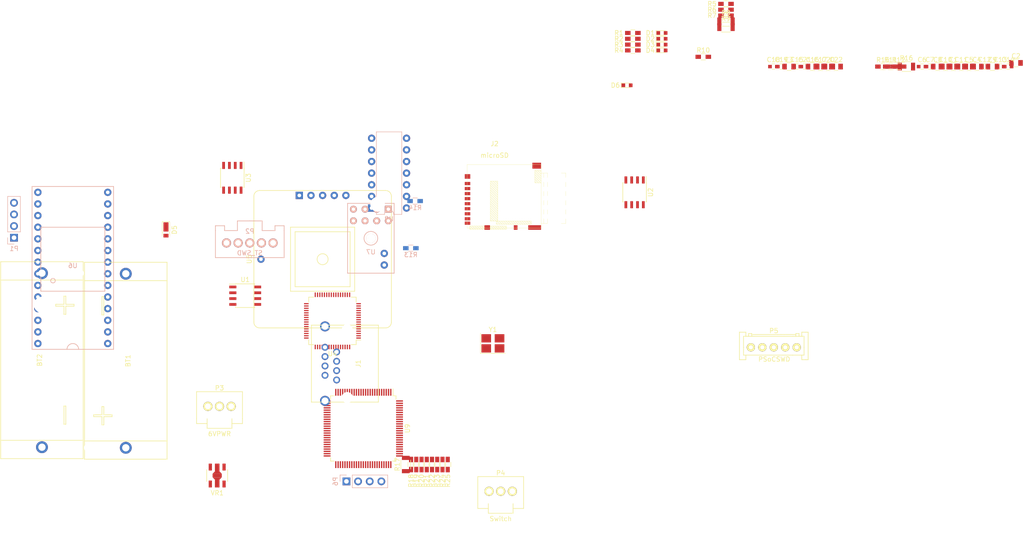
<source format=kicad_pcb>
(kicad_pcb (version 4) (host pcbnew 4.0.6)

  (general
    (links 215)
    (no_connects 212)
    (area 0 0 0 0)
    (thickness 1.6)
    (drawings 8)
    (tracks 0)
    (zones 0)
    (modules 74)
    (nets 62)
  )

  (page A4)
  (layers
    (0 F.Cu signal)
    (31 B.Cu signal)
    (32 B.Adhes user)
    (33 F.Adhes user)
    (34 B.Paste user)
    (35 F.Paste user)
    (36 B.SilkS user)
    (37 F.SilkS user)
    (38 B.Mask user)
    (39 F.Mask user)
    (40 Dwgs.User user)
    (41 Cmts.User user)
    (42 Eco1.User user)
    (43 Eco2.User user)
    (44 Edge.Cuts user)
    (45 Margin user)
    (46 B.CrtYd user)
    (47 F.CrtYd user)
    (48 B.Fab user)
    (49 F.Fab user)
  )

  (setup
    (last_trace_width 0.25)
    (trace_clearance 0.2)
    (zone_clearance 0.508)
    (zone_45_only no)
    (trace_min 0.2)
    (segment_width 0.2)
    (edge_width 0.1)
    (via_size 0.6)
    (via_drill 0.4)
    (via_min_size 0.4)
    (via_min_drill 0.3)
    (uvia_size 0.3)
    (uvia_drill 0.1)
    (uvias_allowed no)
    (uvia_min_size 0.2)
    (uvia_min_drill 0.1)
    (pcb_text_width 0.3)
    (pcb_text_size 1.5 1.5)
    (mod_edge_width 0.15)
    (mod_text_size 1 1)
    (mod_text_width 0.15)
    (pad_size 1.5 1.5)
    (pad_drill 0.6)
    (pad_to_mask_clearance 0)
    (aux_axis_origin 0 0)
    (visible_elements 7FFFFFFF)
    (pcbplotparams
      (layerselection 0x00030_80000001)
      (usegerberextensions false)
      (excludeedgelayer true)
      (linewidth 0.100000)
      (plotframeref false)
      (viasonmask false)
      (mode 1)
      (useauxorigin false)
      (hpglpennumber 1)
      (hpglpenspeed 20)
      (hpglpendiameter 15)
      (hpglpenoverlay 2)
      (psnegative false)
      (psa4output false)
      (plotreference true)
      (plotvalue true)
      (plotinvisibletext false)
      (padsonsilk false)
      (subtractmaskfromsilk false)
      (outputformat 1)
      (mirror false)
      (drillshape 1)
      (scaleselection 1)
      (outputdirectory ""))
  )

  (net 0 "")
  (net 1 +6V)
  (net 2 "Net-(BT1-Pad2)")
  (net 3 GND)
  (net 4 +3V3)
  (net 5 VCC)
  (net 6 /SD_SS)
  (net 7 /SD_MOSI)
  (net 8 /SD_SCK)
  (net 9 /SD_MISO)
  (net 10 "Net-(D1-Pad2)")
  (net 11 "Net-(D1-Pad1)")
  (net 12 "Net-(D2-Pad2)")
  (net 13 "Net-(D2-Pad1)")
  (net 14 "Net-(D3-Pad2)")
  (net 15 "Net-(D3-Pad1)")
  (net 16 "Net-(D4-Pad2)")
  (net 17 "Net-(D4-Pad1)")
  (net 18 "Net-(D5-Pad1)")
  (net 19 "Net-(D6-Pad1)")
  (net 20 "Net-(J1-Pad8)")
  (net 21 /TWE-MCURX)
  (net 22 /TWE-MCUTX)
  (net 23 /STM_SWCLK)
  (net 24 /STM_SWDIO)
  (net 25 /STM_RESET)
  (net 26 "Net-(P3-Pad1)")
  (net 27 /PSoC/PSoC_SWDIO)
  (net 28 /PSoC/PSoC_SWCLK)
  (net 29 /PSoC/PSoC_RESET)
  (net 30 /PSoC/VTherm0)
  (net 31 /PSoC/VTherm1)
  (net 32 /PSoC/VTherm2)
  (net 33 /PSoC/VTherm3)
  (net 34 /PSoC/VTherm4)
  (net 35 /PSoC/VTherm5)
  (net 36 /PSoC/VTherm6)
  (net 37 /PSoC/VTherm7)
  (net 38 /PSoC/PSoCDBG_MCURX)
  (net 39 /PSoC/PSoCDBG_MCUTX)
  (net 40 /I2C1_SCL)
  (net 41 /I2C1_SDA)
  (net 42 /I2C3_SCL)
  (net 43 /I2C3_SDA)
  (net 44 /PSoC/VRef)
  (net 45 /GPS-MCUTX)
  (net 46 /GPS-MCURX)
  (net 47 /GPS-1PPS)
  (net 48 "Net-(J2-Pad8)")
  (net 49 /CMD-MCUTX)
  (net 50 /CMD-MCURX)
  (net 51 "Net-(C5-Pad1)")
  (net 52 "Net-(C6-Pad1)")
  (net 53 "Net-(C7-Pad1)")
  (net 54 "Net-(C16-Pad2)")
  (net 55 "Net-(C17-Pad2)")
  (net 56 "Net-(J1-Pad1)")
  (net 57 "Net-(J1-Pad2)")
  (net 58 "Net-(J1-Pad7)")
  (net 59 "Net-(J2-Pad9)")
  (net 60 "Net-(R1-Pad1)")
  (net 61 "Net-(U5-Pad6)")

  (net_class Default "これは標準のネット クラスです。"
    (clearance 0.2)
    (trace_width 0.25)
    (via_dia 0.6)
    (via_drill 0.4)
    (uvia_dia 0.3)
    (uvia_drill 0.1)
    (add_net +3V3)
    (add_net +6V)
    (add_net /CMD-MCURX)
    (add_net /CMD-MCUTX)
    (add_net /GPS-1PPS)
    (add_net /GPS-MCURX)
    (add_net /GPS-MCUTX)
    (add_net /I2C1_SCL)
    (add_net /I2C1_SDA)
    (add_net /I2C3_SCL)
    (add_net /I2C3_SDA)
    (add_net /PSoC/PSoCDBG_MCURX)
    (add_net /PSoC/PSoCDBG_MCUTX)
    (add_net /PSoC/PSoC_RESET)
    (add_net /PSoC/PSoC_SWCLK)
    (add_net /PSoC/PSoC_SWDIO)
    (add_net /PSoC/VRef)
    (add_net /PSoC/VTherm0)
    (add_net /PSoC/VTherm1)
    (add_net /PSoC/VTherm2)
    (add_net /PSoC/VTherm3)
    (add_net /PSoC/VTherm4)
    (add_net /PSoC/VTherm5)
    (add_net /PSoC/VTherm6)
    (add_net /PSoC/VTherm7)
    (add_net /SD_MISO)
    (add_net /SD_MOSI)
    (add_net /SD_SCK)
    (add_net /SD_SS)
    (add_net /STM_RESET)
    (add_net /STM_SWCLK)
    (add_net /STM_SWDIO)
    (add_net /TWE-MCURX)
    (add_net /TWE-MCUTX)
    (add_net GND)
    (add_net "Net-(BT1-Pad2)")
    (add_net "Net-(C16-Pad2)")
    (add_net "Net-(C17-Pad2)")
    (add_net "Net-(C5-Pad1)")
    (add_net "Net-(C6-Pad1)")
    (add_net "Net-(C7-Pad1)")
    (add_net "Net-(D1-Pad1)")
    (add_net "Net-(D1-Pad2)")
    (add_net "Net-(D2-Pad1)")
    (add_net "Net-(D2-Pad2)")
    (add_net "Net-(D3-Pad1)")
    (add_net "Net-(D3-Pad2)")
    (add_net "Net-(D4-Pad1)")
    (add_net "Net-(D4-Pad2)")
    (add_net "Net-(D5-Pad1)")
    (add_net "Net-(D6-Pad1)")
    (add_net "Net-(J1-Pad1)")
    (add_net "Net-(J1-Pad2)")
    (add_net "Net-(J1-Pad7)")
    (add_net "Net-(J1-Pad8)")
    (add_net "Net-(J2-Pad8)")
    (add_net "Net-(J2-Pad9)")
    (add_net "Net-(P3-Pad1)")
    (add_net "Net-(R1-Pad1)")
    (add_net "Net-(U5-Pad6)")
    (add_net VCC)
  )

  (module KUT_Device:BHC-CR123A (layer F.Cu) (tedit 58A17BC7) (tstamp 58C1B6E5)
    (at 77.343 109.678 90)
    (descr http://www.challengeelectronics.com/downloads/battery_accessories/lithium/BHC-CR123A.pdf)
    (tags "CR123A Battery")
    (path /58A0482B)
    (fp_text reference BT1 (at 0 0.5 90) (layer F.SilkS)
      (effects (font (size 1 1) (thickness 0.15)))
    )
    (fp_text value CR123A (at 0 -0.5 90) (layer F.Fab)
      (effects (font (size 1 1) (thickness 0.15)))
    )
    (fp_line (start 10 -5.2) (end 14 -5.2) (layer F.SilkS) (width 0.15))
    (fp_line (start 10 -4.8) (end 10 -5.2) (layer F.SilkS) (width 0.15))
    (fp_line (start 14 -4.8) (end 10 -4.8) (layer F.SilkS) (width 0.15))
    (fp_line (start 14 -5.2) (end 14 -4.8) (layer F.SilkS) (width 0.15))
    (fp_line (start -12.2 -7) (end -12.2 -5.2) (layer F.SilkS) (width 0.15))
    (fp_line (start -11.8 -7) (end -12.2 -7) (layer F.SilkS) (width 0.15))
    (fp_line (start -11.8 -5.2) (end -11.8 -7) (layer F.SilkS) (width 0.15))
    (fp_line (start -10 -5.2) (end -11.8 -5.2) (layer F.SilkS) (width 0.15))
    (fp_line (start -10 -4.8) (end -10 -5.2) (layer F.SilkS) (width 0.15))
    (fp_line (start -11.8 -4.8) (end -10 -4.8) (layer F.SilkS) (width 0.15))
    (fp_line (start -11.8 -3) (end -11.8 -4.8) (layer F.SilkS) (width 0.15))
    (fp_line (start -12.2 -3) (end -11.8 -3) (layer F.SilkS) (width 0.15))
    (fp_line (start -12.2 -4.8) (end -12.2 -3) (layer F.SilkS) (width 0.15))
    (fp_line (start -14 -4.8) (end -12.2 -4.8) (layer F.SilkS) (width 0.15))
    (fp_line (start -14 -5.2) (end -14 -4.8) (layer F.SilkS) (width 0.15))
    (fp_line (start -12.2 -5.2) (end -14 -5.2) (layer F.SilkS) (width 0.15))
    (fp_line (start 17.5 -9) (end 17.5 9) (layer F.SilkS) (width 0.15))
    (fp_line (start 21.5 9) (end -21.5 9) (layer F.SilkS) (width 0.15))
    (fp_line (start 21.5 -9) (end 21.5 9) (layer F.SilkS) (width 0.15))
    (fp_line (start -17.5 -9) (end -17.5 9) (layer F.SilkS) (width 0.15))
    (fp_line (start 21.5 -9) (end -21.5 -9) (layer F.SilkS) (width 0.15))
    (fp_line (start -21.5 -9) (end -21.5 9) (layer F.SilkS) (width 0.15))
    (pad 1 thru_hole circle (at -19 0 90) (size 2.6 2.6) (drill 1.6) (layers *.Cu *.Mask)
      (net 1 +6V))
    (pad 2 thru_hole circle (at 19 0 90) (size 2.6 2.6) (drill 1.6) (layers *.Cu *.Mask)
      (net 2 "Net-(BT1-Pad2)"))
    (pad "" np_thru_hole circle (at -12.1 0 90) (size 3.5 3.5) (drill 3.5) (layers *.Cu *.Mask))
    (pad "" np_thru_hole circle (at 12.1 0 90) (size 3.5 3.5) (drill 3.5) (layers *.Cu *.Mask))
    (pad "" np_thru_hole circle (at -19 -8.2 90) (size 1.8 1.8) (drill 1.8) (layers *.Cu *.Mask))
  )

  (module KUT_Device:BHC-CR123A (layer F.Cu) (tedit 58A17BC7) (tstamp 58C1B6EE)
    (at 59.055 109.551 270)
    (descr http://www.challengeelectronics.com/downloads/battery_accessories/lithium/BHC-CR123A.pdf)
    (tags "CR123A Battery")
    (path /58A04B5D)
    (fp_text reference BT2 (at 0 0.5 270) (layer F.SilkS)
      (effects (font (size 1 1) (thickness 0.15)))
    )
    (fp_text value CR123A (at 0 -0.5 270) (layer F.Fab)
      (effects (font (size 1 1) (thickness 0.15)))
    )
    (fp_line (start 10 -5.2) (end 14 -5.2) (layer F.SilkS) (width 0.15))
    (fp_line (start 10 -4.8) (end 10 -5.2) (layer F.SilkS) (width 0.15))
    (fp_line (start 14 -4.8) (end 10 -4.8) (layer F.SilkS) (width 0.15))
    (fp_line (start 14 -5.2) (end 14 -4.8) (layer F.SilkS) (width 0.15))
    (fp_line (start -12.2 -7) (end -12.2 -5.2) (layer F.SilkS) (width 0.15))
    (fp_line (start -11.8 -7) (end -12.2 -7) (layer F.SilkS) (width 0.15))
    (fp_line (start -11.8 -5.2) (end -11.8 -7) (layer F.SilkS) (width 0.15))
    (fp_line (start -10 -5.2) (end -11.8 -5.2) (layer F.SilkS) (width 0.15))
    (fp_line (start -10 -4.8) (end -10 -5.2) (layer F.SilkS) (width 0.15))
    (fp_line (start -11.8 -4.8) (end -10 -4.8) (layer F.SilkS) (width 0.15))
    (fp_line (start -11.8 -3) (end -11.8 -4.8) (layer F.SilkS) (width 0.15))
    (fp_line (start -12.2 -3) (end -11.8 -3) (layer F.SilkS) (width 0.15))
    (fp_line (start -12.2 -4.8) (end -12.2 -3) (layer F.SilkS) (width 0.15))
    (fp_line (start -14 -4.8) (end -12.2 -4.8) (layer F.SilkS) (width 0.15))
    (fp_line (start -14 -5.2) (end -14 -4.8) (layer F.SilkS) (width 0.15))
    (fp_line (start -12.2 -5.2) (end -14 -5.2) (layer F.SilkS) (width 0.15))
    (fp_line (start 17.5 -9) (end 17.5 9) (layer F.SilkS) (width 0.15))
    (fp_line (start 21.5 9) (end -21.5 9) (layer F.SilkS) (width 0.15))
    (fp_line (start 21.5 -9) (end 21.5 9) (layer F.SilkS) (width 0.15))
    (fp_line (start -17.5 -9) (end -17.5 9) (layer F.SilkS) (width 0.15))
    (fp_line (start 21.5 -9) (end -21.5 -9) (layer F.SilkS) (width 0.15))
    (fp_line (start -21.5 -9) (end -21.5 9) (layer F.SilkS) (width 0.15))
    (pad 1 thru_hole circle (at -19 0 270) (size 2.6 2.6) (drill 1.6) (layers *.Cu *.Mask)
      (net 2 "Net-(BT1-Pad2)"))
    (pad 2 thru_hole circle (at 19 0 270) (size 2.6 2.6) (drill 1.6) (layers *.Cu *.Mask)
      (net 3 GND))
    (pad "" np_thru_hole circle (at -12.1 0 270) (size 3.5 3.5) (drill 3.5) (layers *.Cu *.Mask))
    (pad "" np_thru_hole circle (at 12.1 0 270) (size 3.5 3.5) (drill 3.5) (layers *.Cu *.Mask))
    (pad "" np_thru_hole circle (at -19 -8.2 270) (size 1.8 1.8) (drill 1.8) (layers *.Cu *.Mask))
  )

  (module Capacitors_SMD:C_0805 (layer F.Cu) (tedit 58AA8463) (tstamp 58C1B6FB)
    (at 257.88376 45.4406)
    (descr "Capacitor SMD 0805, reflow soldering, AVX (see smccp.pdf)")
    (tags "capacitor 0805")
    (path /58C2891F)
    (attr smd)
    (fp_text reference C1 (at 0 -1.5) (layer F.SilkS)
      (effects (font (size 1 1) (thickness 0.15)))
    )
    (fp_text value 10u (at 0 1.75) (layer F.Fab)
      (effects (font (size 1 1) (thickness 0.15)))
    )
    (fp_text user %R (at 0 -1.5) (layer F.Fab)
      (effects (font (size 1 1) (thickness 0.15)))
    )
    (fp_line (start -1 0.62) (end -1 -0.62) (layer F.Fab) (width 0.1))
    (fp_line (start 1 0.62) (end -1 0.62) (layer F.Fab) (width 0.1))
    (fp_line (start 1 -0.62) (end 1 0.62) (layer F.Fab) (width 0.1))
    (fp_line (start -1 -0.62) (end 1 -0.62) (layer F.Fab) (width 0.1))
    (fp_line (start 0.5 -0.85) (end -0.5 -0.85) (layer F.SilkS) (width 0.12))
    (fp_line (start -0.5 0.85) (end 0.5 0.85) (layer F.SilkS) (width 0.12))
    (fp_line (start -1.75 -0.88) (end 1.75 -0.88) (layer F.CrtYd) (width 0.05))
    (fp_line (start -1.75 -0.88) (end -1.75 0.87) (layer F.CrtYd) (width 0.05))
    (fp_line (start 1.75 0.87) (end 1.75 -0.88) (layer F.CrtYd) (width 0.05))
    (fp_line (start 1.75 0.87) (end -1.75 0.87) (layer F.CrtYd) (width 0.05))
    (pad 1 smd rect (at -1 0) (size 1 1.25) (layers F.Cu F.Paste F.Mask)
      (net 1 +6V))
    (pad 2 smd rect (at 1 0) (size 1 1.25) (layers F.Cu F.Paste F.Mask)
      (net 3 GND))
    (model Capacitors_SMD.3dshapes/C_0805.wrl
      (at (xyz 0 0 0))
      (scale (xyz 1 1 1))
      (rotate (xyz 0 0 0))
    )
  )

  (module Capacitors_SMD:C_0805 (layer F.Cu) (tedit 58AA8463) (tstamp 58C1B70D)
    (at 263.0041 45.4406)
    (descr "Capacitor SMD 0805, reflow soldering, AVX (see smccp.pdf)")
    (tags "capacitor 0805")
    (path /58C42EE2)
    (attr smd)
    (fp_text reference C4 (at 0 -1.5) (layer F.SilkS)
      (effects (font (size 1 1) (thickness 0.15)))
    )
    (fp_text value 10u (at 0 1.75) (layer F.Fab)
      (effects (font (size 1 1) (thickness 0.15)))
    )
    (fp_text user %R (at 0 -1.5) (layer F.Fab)
      (effects (font (size 1 1) (thickness 0.15)))
    )
    (fp_line (start -1 0.62) (end -1 -0.62) (layer F.Fab) (width 0.1))
    (fp_line (start 1 0.62) (end -1 0.62) (layer F.Fab) (width 0.1))
    (fp_line (start 1 -0.62) (end 1 0.62) (layer F.Fab) (width 0.1))
    (fp_line (start -1 -0.62) (end 1 -0.62) (layer F.Fab) (width 0.1))
    (fp_line (start 0.5 -0.85) (end -0.5 -0.85) (layer F.SilkS) (width 0.12))
    (fp_line (start -0.5 0.85) (end 0.5 0.85) (layer F.SilkS) (width 0.12))
    (fp_line (start -1.75 -0.88) (end 1.75 -0.88) (layer F.CrtYd) (width 0.05))
    (fp_line (start -1.75 -0.88) (end -1.75 0.87) (layer F.CrtYd) (width 0.05))
    (fp_line (start 1.75 0.87) (end 1.75 -0.88) (layer F.CrtYd) (width 0.05))
    (fp_line (start 1.75 0.87) (end -1.75 0.87) (layer F.CrtYd) (width 0.05))
    (pad 1 smd rect (at -1 0) (size 1 1.25) (layers F.Cu F.Paste F.Mask)
      (net 5 VCC))
    (pad 2 smd rect (at 1 0) (size 1 1.25) (layers F.Cu F.Paste F.Mask)
      (net 3 GND))
    (model Capacitors_SMD.3dshapes/C_0805.wrl
      (at (xyz 0 0 0))
      (scale (xyz 1 1 1))
      (rotate (xyz 0 0 0))
    )
  )

  (module Capacitors_SMD:C_0805 (layer F.Cu) (tedit 58AA8463) (tstamp 58C1B713)
    (at 261.29732 45.4406)
    (descr "Capacitor SMD 0805, reflow soldering, AVX (see smccp.pdf)")
    (tags "capacitor 0805")
    (path /58907159)
    (attr smd)
    (fp_text reference C5 (at 0 -1.5) (layer F.SilkS)
      (effects (font (size 1 1) (thickness 0.15)))
    )
    (fp_text value 10u (at 0 1.75) (layer F.Fab)
      (effects (font (size 1 1) (thickness 0.15)))
    )
    (fp_text user %R (at 0 -1.5) (layer F.Fab)
      (effects (font (size 1 1) (thickness 0.15)))
    )
    (fp_line (start -1 0.62) (end -1 -0.62) (layer F.Fab) (width 0.1))
    (fp_line (start 1 0.62) (end -1 0.62) (layer F.Fab) (width 0.1))
    (fp_line (start 1 -0.62) (end 1 0.62) (layer F.Fab) (width 0.1))
    (fp_line (start -1 -0.62) (end 1 -0.62) (layer F.Fab) (width 0.1))
    (fp_line (start 0.5 -0.85) (end -0.5 -0.85) (layer F.SilkS) (width 0.12))
    (fp_line (start -0.5 0.85) (end 0.5 0.85) (layer F.SilkS) (width 0.12))
    (fp_line (start -1.75 -0.88) (end 1.75 -0.88) (layer F.CrtYd) (width 0.05))
    (fp_line (start -1.75 -0.88) (end -1.75 0.87) (layer F.CrtYd) (width 0.05))
    (fp_line (start 1.75 0.87) (end 1.75 -0.88) (layer F.CrtYd) (width 0.05))
    (fp_line (start 1.75 0.87) (end -1.75 0.87) (layer F.CrtYd) (width 0.05))
    (pad 1 smd rect (at -1 0) (size 1 1.25) (layers F.Cu F.Paste F.Mask)
      (net 51 "Net-(C5-Pad1)"))
    (pad 2 smd rect (at 1 0) (size 1 1.25) (layers F.Cu F.Paste F.Mask)
      (net 3 GND))
    (model Capacitors_SMD.3dshapes/C_0805.wrl
      (at (xyz 0 0 0))
      (scale (xyz 1 1 1))
      (rotate (xyz 0 0 0))
    )
  )

  (module Capacitors_SMD:C_0805 (layer F.Cu) (tedit 58AA8463) (tstamp 58C1B725)
    (at 254.4702 45.4406)
    (descr "Capacitor SMD 0805, reflow soldering, AVX (see smccp.pdf)")
    (tags "capacitor 0805")
    (path /58CD412B)
    (attr smd)
    (fp_text reference C8 (at 0 -1.5) (layer F.SilkS)
      (effects (font (size 1 1) (thickness 0.15)))
    )
    (fp_text value 1u (at 0 1.75) (layer F.Fab)
      (effects (font (size 1 1) (thickness 0.15)))
    )
    (fp_text user %R (at 0 -1.5) (layer F.Fab)
      (effects (font (size 1 1) (thickness 0.15)))
    )
    (fp_line (start -1 0.62) (end -1 -0.62) (layer F.Fab) (width 0.1))
    (fp_line (start 1 0.62) (end -1 0.62) (layer F.Fab) (width 0.1))
    (fp_line (start 1 -0.62) (end 1 0.62) (layer F.Fab) (width 0.1))
    (fp_line (start -1 -0.62) (end 1 -0.62) (layer F.Fab) (width 0.1))
    (fp_line (start 0.5 -0.85) (end -0.5 -0.85) (layer F.SilkS) (width 0.12))
    (fp_line (start -0.5 0.85) (end 0.5 0.85) (layer F.SilkS) (width 0.12))
    (fp_line (start -1.75 -0.88) (end 1.75 -0.88) (layer F.CrtYd) (width 0.05))
    (fp_line (start -1.75 -0.88) (end -1.75 0.87) (layer F.CrtYd) (width 0.05))
    (fp_line (start 1.75 0.87) (end 1.75 -0.88) (layer F.CrtYd) (width 0.05))
    (fp_line (start 1.75 0.87) (end -1.75 0.87) (layer F.CrtYd) (width 0.05))
    (pad 1 smd rect (at -1 0) (size 1 1.25) (layers F.Cu F.Paste F.Mask)
      (net 5 VCC))
    (pad 2 smd rect (at 1 0) (size 1 1.25) (layers F.Cu F.Paste F.Mask)
      (net 3 GND))
    (model Capacitors_SMD.3dshapes/C_0805.wrl
      (at (xyz 0 0 0))
      (scale (xyz 1 1 1))
      (rotate (xyz 0 0 0))
    )
  )

  (module Capacitors_SMD:C_0805 (layer F.Cu) (tedit 58AA8463) (tstamp 58C1B72B)
    (at 266.41766 45.4406)
    (descr "Capacitor SMD 0805, reflow soldering, AVX (see smccp.pdf)")
    (tags "capacitor 0805")
    (path /58A2A9AE)
    (attr smd)
    (fp_text reference C9 (at 0 -1.5) (layer F.SilkS)
      (effects (font (size 1 1) (thickness 0.15)))
    )
    (fp_text value 1u (at 0 1.75) (layer F.Fab)
      (effects (font (size 1 1) (thickness 0.15)))
    )
    (fp_text user %R (at 0 -1.5) (layer F.Fab)
      (effects (font (size 1 1) (thickness 0.15)))
    )
    (fp_line (start -1 0.62) (end -1 -0.62) (layer F.Fab) (width 0.1))
    (fp_line (start 1 0.62) (end -1 0.62) (layer F.Fab) (width 0.1))
    (fp_line (start 1 -0.62) (end 1 0.62) (layer F.Fab) (width 0.1))
    (fp_line (start -1 -0.62) (end 1 -0.62) (layer F.Fab) (width 0.1))
    (fp_line (start 0.5 -0.85) (end -0.5 -0.85) (layer F.SilkS) (width 0.12))
    (fp_line (start -0.5 0.85) (end 0.5 0.85) (layer F.SilkS) (width 0.12))
    (fp_line (start -1.75 -0.88) (end 1.75 -0.88) (layer F.CrtYd) (width 0.05))
    (fp_line (start -1.75 -0.88) (end -1.75 0.87) (layer F.CrtYd) (width 0.05))
    (fp_line (start 1.75 0.87) (end 1.75 -0.88) (layer F.CrtYd) (width 0.05))
    (fp_line (start 1.75 0.87) (end -1.75 0.87) (layer F.CrtYd) (width 0.05))
    (pad 1 smd rect (at -1 0) (size 1 1.25) (layers F.Cu F.Paste F.Mask)
      (net 4 +3V3))
    (pad 2 smd rect (at 1 0) (size 1 1.25) (layers F.Cu F.Paste F.Mask)
      (net 3 GND))
    (model Capacitors_SMD.3dshapes/C_0805.wrl
      (at (xyz 0 0 0))
      (scale (xyz 1 1 1))
      (rotate (xyz 0 0 0))
    )
  )

  (module Capacitors_SMD:C_0805 (layer F.Cu) (tedit 58AA8463) (tstamp 58C1B731)
    (at 256.17698 45.4406)
    (descr "Capacitor SMD 0805, reflow soldering, AVX (see smccp.pdf)")
    (tags "capacitor 0805")
    (path /58A2AAE7)
    (attr smd)
    (fp_text reference C10 (at 0 -1.5) (layer F.SilkS)
      (effects (font (size 1 1) (thickness 0.15)))
    )
    (fp_text value 1u (at 0 1.75) (layer F.Fab)
      (effects (font (size 1 1) (thickness 0.15)))
    )
    (fp_text user %R (at 0 -1.5) (layer F.Fab)
      (effects (font (size 1 1) (thickness 0.15)))
    )
    (fp_line (start -1 0.62) (end -1 -0.62) (layer F.Fab) (width 0.1))
    (fp_line (start 1 0.62) (end -1 0.62) (layer F.Fab) (width 0.1))
    (fp_line (start 1 -0.62) (end 1 0.62) (layer F.Fab) (width 0.1))
    (fp_line (start -1 -0.62) (end 1 -0.62) (layer F.Fab) (width 0.1))
    (fp_line (start 0.5 -0.85) (end -0.5 -0.85) (layer F.SilkS) (width 0.12))
    (fp_line (start -0.5 0.85) (end 0.5 0.85) (layer F.SilkS) (width 0.12))
    (fp_line (start -1.75 -0.88) (end 1.75 -0.88) (layer F.CrtYd) (width 0.05))
    (fp_line (start -1.75 -0.88) (end -1.75 0.87) (layer F.CrtYd) (width 0.05))
    (fp_line (start 1.75 0.87) (end 1.75 -0.88) (layer F.CrtYd) (width 0.05))
    (fp_line (start 1.75 0.87) (end -1.75 0.87) (layer F.CrtYd) (width 0.05))
    (pad 1 smd rect (at -1 0) (size 1 1.25) (layers F.Cu F.Paste F.Mask)
      (net 4 +3V3))
    (pad 2 smd rect (at 1 0) (size 1 1.25) (layers F.Cu F.Paste F.Mask)
      (net 3 GND))
    (model Capacitors_SMD.3dshapes/C_0805.wrl
      (at (xyz 0 0 0))
      (scale (xyz 1 1 1))
      (rotate (xyz 0 0 0))
    )
  )

  (module Capacitors_SMD:C_0805 (layer F.Cu) (tedit 58AA8463) (tstamp 58C1B737)
    (at 259.59054 45.4406)
    (descr "Capacitor SMD 0805, reflow soldering, AVX (see smccp.pdf)")
    (tags "capacitor 0805")
    (path /58A2ABAF)
    (attr smd)
    (fp_text reference C11 (at 0 -1.5) (layer F.SilkS)
      (effects (font (size 1 1) (thickness 0.15)))
    )
    (fp_text value 10u (at 0 1.75) (layer F.Fab)
      (effects (font (size 1 1) (thickness 0.15)))
    )
    (fp_text user %R (at 0 -1.5) (layer F.Fab)
      (effects (font (size 1 1) (thickness 0.15)))
    )
    (fp_line (start -1 0.62) (end -1 -0.62) (layer F.Fab) (width 0.1))
    (fp_line (start 1 0.62) (end -1 0.62) (layer F.Fab) (width 0.1))
    (fp_line (start 1 -0.62) (end 1 0.62) (layer F.Fab) (width 0.1))
    (fp_line (start -1 -0.62) (end 1 -0.62) (layer F.Fab) (width 0.1))
    (fp_line (start 0.5 -0.85) (end -0.5 -0.85) (layer F.SilkS) (width 0.12))
    (fp_line (start -0.5 0.85) (end 0.5 0.85) (layer F.SilkS) (width 0.12))
    (fp_line (start -1.75 -0.88) (end 1.75 -0.88) (layer F.CrtYd) (width 0.05))
    (fp_line (start -1.75 -0.88) (end -1.75 0.87) (layer F.CrtYd) (width 0.05))
    (fp_line (start 1.75 0.87) (end 1.75 -0.88) (layer F.CrtYd) (width 0.05))
    (fp_line (start 1.75 0.87) (end -1.75 0.87) (layer F.CrtYd) (width 0.05))
    (pad 1 smd rect (at -1 0) (size 1 1.25) (layers F.Cu F.Paste F.Mask)
      (net 4 +3V3))
    (pad 2 smd rect (at 1 0) (size 1 1.25) (layers F.Cu F.Paste F.Mask)
      (net 3 GND))
    (model Capacitors_SMD.3dshapes/C_0805.wrl
      (at (xyz 0 0 0))
      (scale (xyz 1 1 1))
      (rotate (xyz 0 0 0))
    )
  )

  (module Capacitors_SMD:C_0603 (layer F.Cu) (tedit 58AA844E) (tstamp 58C1B73D)
    (at 264.71088 45.4406)
    (descr "Capacitor SMD 0603, reflow soldering, AVX (see smccp.pdf)")
    (tags "capacitor 0603")
    (path /58A4677D/58A4D27D)
    (attr smd)
    (fp_text reference C12 (at 0 -1.5) (layer F.SilkS)
      (effects (font (size 1 1) (thickness 0.15)))
    )
    (fp_text value 0.1u (at 0 1.5) (layer F.Fab)
      (effects (font (size 1 1) (thickness 0.15)))
    )
    (fp_text user %R (at 0 -1.5) (layer F.Fab)
      (effects (font (size 1 1) (thickness 0.15)))
    )
    (fp_line (start -0.8 0.4) (end -0.8 -0.4) (layer F.Fab) (width 0.1))
    (fp_line (start 0.8 0.4) (end -0.8 0.4) (layer F.Fab) (width 0.1))
    (fp_line (start 0.8 -0.4) (end 0.8 0.4) (layer F.Fab) (width 0.1))
    (fp_line (start -0.8 -0.4) (end 0.8 -0.4) (layer F.Fab) (width 0.1))
    (fp_line (start -0.35 -0.6) (end 0.35 -0.6) (layer F.SilkS) (width 0.12))
    (fp_line (start 0.35 0.6) (end -0.35 0.6) (layer F.SilkS) (width 0.12))
    (fp_line (start -1.4 -0.65) (end 1.4 -0.65) (layer F.CrtYd) (width 0.05))
    (fp_line (start -1.4 -0.65) (end -1.4 0.65) (layer F.CrtYd) (width 0.05))
    (fp_line (start 1.4 0.65) (end 1.4 -0.65) (layer F.CrtYd) (width 0.05))
    (fp_line (start 1.4 0.65) (end -1.4 0.65) (layer F.CrtYd) (width 0.05))
    (pad 1 smd rect (at -0.75 0) (size 0.8 0.75) (layers F.Cu F.Paste F.Mask)
      (net 4 +3V3))
    (pad 2 smd rect (at 0.75 0) (size 0.8 0.75) (layers F.Cu F.Paste F.Mask)
      (net 3 GND))
    (model Capacitors_SMD.3dshapes/C_0603.wrl
      (at (xyz 0 0 0))
      (scale (xyz 1 1 1))
      (rotate (xyz 0 0 0))
    )
  )

  (module Capacitors_SMD:C_0603 (layer F.Cu) (tedit 58AA844E) (tstamp 58C1B743)
    (at 268.12444 45.4406)
    (descr "Capacitor SMD 0603, reflow soldering, AVX (see smccp.pdf)")
    (tags "capacitor 0603")
    (path /58A4677D/58A4D2B2)
    (attr smd)
    (fp_text reference C13 (at 0 -1.5) (layer F.SilkS)
      (effects (font (size 1 1) (thickness 0.15)))
    )
    (fp_text value 0.1u (at 0 1.5) (layer F.Fab)
      (effects (font (size 1 1) (thickness 0.15)))
    )
    (fp_text user %R (at 0 -1.5) (layer F.Fab)
      (effects (font (size 1 1) (thickness 0.15)))
    )
    (fp_line (start -0.8 0.4) (end -0.8 -0.4) (layer F.Fab) (width 0.1))
    (fp_line (start 0.8 0.4) (end -0.8 0.4) (layer F.Fab) (width 0.1))
    (fp_line (start 0.8 -0.4) (end 0.8 0.4) (layer F.Fab) (width 0.1))
    (fp_line (start -0.8 -0.4) (end 0.8 -0.4) (layer F.Fab) (width 0.1))
    (fp_line (start -0.35 -0.6) (end 0.35 -0.6) (layer F.SilkS) (width 0.12))
    (fp_line (start 0.35 0.6) (end -0.35 0.6) (layer F.SilkS) (width 0.12))
    (fp_line (start -1.4 -0.65) (end 1.4 -0.65) (layer F.CrtYd) (width 0.05))
    (fp_line (start -1.4 -0.65) (end -1.4 0.65) (layer F.CrtYd) (width 0.05))
    (fp_line (start 1.4 0.65) (end 1.4 -0.65) (layer F.CrtYd) (width 0.05))
    (fp_line (start 1.4 0.65) (end -1.4 0.65) (layer F.CrtYd) (width 0.05))
    (pad 1 smd rect (at -0.75 0) (size 0.8 0.75) (layers F.Cu F.Paste F.Mask)
      (net 4 +3V3))
    (pad 2 smd rect (at 0.75 0) (size 0.8 0.75) (layers F.Cu F.Paste F.Mask)
      (net 3 GND))
    (model Capacitors_SMD.3dshapes/C_0603.wrl
      (at (xyz 0 0 0))
      (scale (xyz 1 1 1))
      (rotate (xyz 0 0 0))
    )
  )

  (module Capacitors_SMD:C_0603 (layer F.Cu) (tedit 58AA844E) (tstamp 58C1B749)
    (at 269.83122 45.4406)
    (descr "Capacitor SMD 0603, reflow soldering, AVX (see smccp.pdf)")
    (tags "capacitor 0603")
    (path /58A4677D/58A4D2D6)
    (attr smd)
    (fp_text reference C14 (at 0 -1.5) (layer F.SilkS)
      (effects (font (size 1 1) (thickness 0.15)))
    )
    (fp_text value 0.1u (at 0 1.5) (layer F.Fab)
      (effects (font (size 1 1) (thickness 0.15)))
    )
    (fp_text user %R (at 0 -1.5) (layer F.Fab)
      (effects (font (size 1 1) (thickness 0.15)))
    )
    (fp_line (start -0.8 0.4) (end -0.8 -0.4) (layer F.Fab) (width 0.1))
    (fp_line (start 0.8 0.4) (end -0.8 0.4) (layer F.Fab) (width 0.1))
    (fp_line (start 0.8 -0.4) (end 0.8 0.4) (layer F.Fab) (width 0.1))
    (fp_line (start -0.8 -0.4) (end 0.8 -0.4) (layer F.Fab) (width 0.1))
    (fp_line (start -0.35 -0.6) (end 0.35 -0.6) (layer F.SilkS) (width 0.12))
    (fp_line (start 0.35 0.6) (end -0.35 0.6) (layer F.SilkS) (width 0.12))
    (fp_line (start -1.4 -0.65) (end 1.4 -0.65) (layer F.CrtYd) (width 0.05))
    (fp_line (start -1.4 -0.65) (end -1.4 0.65) (layer F.CrtYd) (width 0.05))
    (fp_line (start 1.4 0.65) (end 1.4 -0.65) (layer F.CrtYd) (width 0.05))
    (fp_line (start 1.4 0.65) (end -1.4 0.65) (layer F.CrtYd) (width 0.05))
    (pad 1 smd rect (at -0.75 0) (size 0.8 0.75) (layers F.Cu F.Paste F.Mask)
      (net 4 +3V3))
    (pad 2 smd rect (at 0.75 0) (size 0.8 0.75) (layers F.Cu F.Paste F.Mask)
      (net 3 GND))
    (model Capacitors_SMD.3dshapes/C_0603.wrl
      (at (xyz 0 0 0))
      (scale (xyz 1 1 1))
      (rotate (xyz 0 0 0))
    )
  )

  (module Capacitors_SMD:C_0603 (layer F.Cu) (tedit 58AA844E) (tstamp 58C1B74F)
    (at 223.74816 45.4406)
    (descr "Capacitor SMD 0603, reflow soldering, AVX (see smccp.pdf)")
    (tags "capacitor 0603")
    (path /58A4677D/58A4D2F9)
    (attr smd)
    (fp_text reference C15 (at 0 -1.5) (layer F.SilkS)
      (effects (font (size 1 1) (thickness 0.15)))
    )
    (fp_text value 0.1u (at 0 1.5) (layer F.Fab)
      (effects (font (size 1 1) (thickness 0.15)))
    )
    (fp_text user %R (at 0 -1.5) (layer F.Fab)
      (effects (font (size 1 1) (thickness 0.15)))
    )
    (fp_line (start -0.8 0.4) (end -0.8 -0.4) (layer F.Fab) (width 0.1))
    (fp_line (start 0.8 0.4) (end -0.8 0.4) (layer F.Fab) (width 0.1))
    (fp_line (start 0.8 -0.4) (end 0.8 0.4) (layer F.Fab) (width 0.1))
    (fp_line (start -0.8 -0.4) (end 0.8 -0.4) (layer F.Fab) (width 0.1))
    (fp_line (start -0.35 -0.6) (end 0.35 -0.6) (layer F.SilkS) (width 0.12))
    (fp_line (start 0.35 0.6) (end -0.35 0.6) (layer F.SilkS) (width 0.12))
    (fp_line (start -1.4 -0.65) (end 1.4 -0.65) (layer F.CrtYd) (width 0.05))
    (fp_line (start -1.4 -0.65) (end -1.4 0.65) (layer F.CrtYd) (width 0.05))
    (fp_line (start 1.4 0.65) (end 1.4 -0.65) (layer F.CrtYd) (width 0.05))
    (fp_line (start 1.4 0.65) (end -1.4 0.65) (layer F.CrtYd) (width 0.05))
    (pad 1 smd rect (at -0.75 0) (size 0.8 0.75) (layers F.Cu F.Paste F.Mask)
      (net 4 +3V3))
    (pad 2 smd rect (at 0.75 0) (size 0.8 0.75) (layers F.Cu F.Paste F.Mask)
      (net 3 GND))
    (model Capacitors_SMD.3dshapes/C_0603.wrl
      (at (xyz 0 0 0))
      (scale (xyz 1 1 1))
      (rotate (xyz 0 0 0))
    )
  )

  (module Capacitors_SMD:C_0805 (layer F.Cu) (tedit 58AA8463) (tstamp 58C1B755)
    (at 227.16172 45.4406)
    (descr "Capacitor SMD 0805, reflow soldering, AVX (see smccp.pdf)")
    (tags "capacitor 0805")
    (path /58A4677D/58A4CCDB)
    (attr smd)
    (fp_text reference C16 (at 0 -1.5) (layer F.SilkS)
      (effects (font (size 1 1) (thickness 0.15)))
    )
    (fp_text value 1u (at 0 1.75) (layer F.Fab)
      (effects (font (size 1 1) (thickness 0.15)))
    )
    (fp_text user %R (at 0 -1.5) (layer F.Fab)
      (effects (font (size 1 1) (thickness 0.15)))
    )
    (fp_line (start -1 0.62) (end -1 -0.62) (layer F.Fab) (width 0.1))
    (fp_line (start 1 0.62) (end -1 0.62) (layer F.Fab) (width 0.1))
    (fp_line (start 1 -0.62) (end 1 0.62) (layer F.Fab) (width 0.1))
    (fp_line (start -1 -0.62) (end 1 -0.62) (layer F.Fab) (width 0.1))
    (fp_line (start 0.5 -0.85) (end -0.5 -0.85) (layer F.SilkS) (width 0.12))
    (fp_line (start -0.5 0.85) (end 0.5 0.85) (layer F.SilkS) (width 0.12))
    (fp_line (start -1.75 -0.88) (end 1.75 -0.88) (layer F.CrtYd) (width 0.05))
    (fp_line (start -1.75 -0.88) (end -1.75 0.87) (layer F.CrtYd) (width 0.05))
    (fp_line (start 1.75 0.87) (end 1.75 -0.88) (layer F.CrtYd) (width 0.05))
    (fp_line (start 1.75 0.87) (end -1.75 0.87) (layer F.CrtYd) (width 0.05))
    (pad 1 smd rect (at -1 0) (size 1 1.25) (layers F.Cu F.Paste F.Mask)
      (net 3 GND))
    (pad 2 smd rect (at 1 0) (size 1 1.25) (layers F.Cu F.Paste F.Mask)
      (net 54 "Net-(C16-Pad2)"))
    (model Capacitors_SMD.3dshapes/C_0805.wrl
      (at (xyz 0 0 0))
      (scale (xyz 1 1 1))
      (rotate (xyz 0 0 0))
    )
  )

  (module Capacitors_SMD:C_0805 (layer F.Cu) (tedit 58AA8463) (tstamp 58C1B75B)
    (at 228.8685 45.4406)
    (descr "Capacitor SMD 0805, reflow soldering, AVX (see smccp.pdf)")
    (tags "capacitor 0805")
    (path /58A4677D/58A4DFFD)
    (attr smd)
    (fp_text reference C17 (at 0 -1.5) (layer F.SilkS)
      (effects (font (size 1 1) (thickness 0.15)))
    )
    (fp_text value 1u (at 0 1.75) (layer F.Fab)
      (effects (font (size 1 1) (thickness 0.15)))
    )
    (fp_text user %R (at 0 -1.5) (layer F.Fab)
      (effects (font (size 1 1) (thickness 0.15)))
    )
    (fp_line (start -1 0.62) (end -1 -0.62) (layer F.Fab) (width 0.1))
    (fp_line (start 1 0.62) (end -1 0.62) (layer F.Fab) (width 0.1))
    (fp_line (start 1 -0.62) (end 1 0.62) (layer F.Fab) (width 0.1))
    (fp_line (start -1 -0.62) (end 1 -0.62) (layer F.Fab) (width 0.1))
    (fp_line (start 0.5 -0.85) (end -0.5 -0.85) (layer F.SilkS) (width 0.12))
    (fp_line (start -0.5 0.85) (end 0.5 0.85) (layer F.SilkS) (width 0.12))
    (fp_line (start -1.75 -0.88) (end 1.75 -0.88) (layer F.CrtYd) (width 0.05))
    (fp_line (start -1.75 -0.88) (end -1.75 0.87) (layer F.CrtYd) (width 0.05))
    (fp_line (start 1.75 0.87) (end 1.75 -0.88) (layer F.CrtYd) (width 0.05))
    (fp_line (start 1.75 0.87) (end -1.75 0.87) (layer F.CrtYd) (width 0.05))
    (pad 1 smd rect (at -1 0) (size 1 1.25) (layers F.Cu F.Paste F.Mask)
      (net 3 GND))
    (pad 2 smd rect (at 1 0) (size 1 1.25) (layers F.Cu F.Paste F.Mask)
      (net 55 "Net-(C17-Pad2)"))
    (model Capacitors_SMD.3dshapes/C_0805.wrl
      (at (xyz 0 0 0))
      (scale (xyz 1 1 1))
      (rotate (xyz 0 0 0))
    )
  )

  (module Capacitors_SMD:C_0603 (layer F.Cu) (tedit 58AA844E) (tstamp 58C1B761)
    (at 218.62782 45.4406)
    (descr "Capacitor SMD 0603, reflow soldering, AVX (see smccp.pdf)")
    (tags "capacitor 0603")
    (path /58A4677D/58A4E643)
    (attr smd)
    (fp_text reference C18 (at 0 -1.5) (layer F.SilkS)
      (effects (font (size 1 1) (thickness 0.15)))
    )
    (fp_text value 0.1u (at 0 1.5) (layer F.Fab)
      (effects (font (size 1 1) (thickness 0.15)))
    )
    (fp_text user %R (at 0 -1.5) (layer F.Fab)
      (effects (font (size 1 1) (thickness 0.15)))
    )
    (fp_line (start -0.8 0.4) (end -0.8 -0.4) (layer F.Fab) (width 0.1))
    (fp_line (start 0.8 0.4) (end -0.8 0.4) (layer F.Fab) (width 0.1))
    (fp_line (start 0.8 -0.4) (end 0.8 0.4) (layer F.Fab) (width 0.1))
    (fp_line (start -0.8 -0.4) (end 0.8 -0.4) (layer F.Fab) (width 0.1))
    (fp_line (start -0.35 -0.6) (end 0.35 -0.6) (layer F.SilkS) (width 0.12))
    (fp_line (start 0.35 0.6) (end -0.35 0.6) (layer F.SilkS) (width 0.12))
    (fp_line (start -1.4 -0.65) (end 1.4 -0.65) (layer F.CrtYd) (width 0.05))
    (fp_line (start -1.4 -0.65) (end -1.4 0.65) (layer F.CrtYd) (width 0.05))
    (fp_line (start 1.4 0.65) (end 1.4 -0.65) (layer F.CrtYd) (width 0.05))
    (fp_line (start 1.4 0.65) (end -1.4 0.65) (layer F.CrtYd) (width 0.05))
    (pad 1 smd rect (at -0.75 0) (size 0.8 0.75) (layers F.Cu F.Paste F.Mask)
      (net 4 +3V3))
    (pad 2 smd rect (at 0.75 0) (size 0.8 0.75) (layers F.Cu F.Paste F.Mask)
      (net 3 GND))
    (model Capacitors_SMD.3dshapes/C_0603.wrl
      (at (xyz 0 0 0))
      (scale (xyz 1 1 1))
      (rotate (xyz 0 0 0))
    )
  )

  (module Capacitors_SMD:C_0603 (layer F.Cu) (tedit 58AA844E) (tstamp 58C1B767)
    (at 220.3346 45.4406)
    (descr "Capacitor SMD 0603, reflow soldering, AVX (see smccp.pdf)")
    (tags "capacitor 0603")
    (path /58A4677D/58A4E6A3)
    (attr smd)
    (fp_text reference C19 (at 0 -1.5) (layer F.SilkS)
      (effects (font (size 1 1) (thickness 0.15)))
    )
    (fp_text value 0.1u (at 0 1.5) (layer F.Fab)
      (effects (font (size 1 1) (thickness 0.15)))
    )
    (fp_text user %R (at 0 -1.5) (layer F.Fab)
      (effects (font (size 1 1) (thickness 0.15)))
    )
    (fp_line (start -0.8 0.4) (end -0.8 -0.4) (layer F.Fab) (width 0.1))
    (fp_line (start 0.8 0.4) (end -0.8 0.4) (layer F.Fab) (width 0.1))
    (fp_line (start 0.8 -0.4) (end 0.8 0.4) (layer F.Fab) (width 0.1))
    (fp_line (start -0.8 -0.4) (end 0.8 -0.4) (layer F.Fab) (width 0.1))
    (fp_line (start -0.35 -0.6) (end 0.35 -0.6) (layer F.SilkS) (width 0.12))
    (fp_line (start 0.35 0.6) (end -0.35 0.6) (layer F.SilkS) (width 0.12))
    (fp_line (start -1.4 -0.65) (end 1.4 -0.65) (layer F.CrtYd) (width 0.05))
    (fp_line (start -1.4 -0.65) (end -1.4 0.65) (layer F.CrtYd) (width 0.05))
    (fp_line (start 1.4 0.65) (end 1.4 -0.65) (layer F.CrtYd) (width 0.05))
    (fp_line (start 1.4 0.65) (end -1.4 0.65) (layer F.CrtYd) (width 0.05))
    (pad 1 smd rect (at -0.75 0) (size 0.8 0.75) (layers F.Cu F.Paste F.Mask)
      (net 4 +3V3))
    (pad 2 smd rect (at 0.75 0) (size 0.8 0.75) (layers F.Cu F.Paste F.Mask)
      (net 3 GND))
    (model Capacitors_SMD.3dshapes/C_0603.wrl
      (at (xyz 0 0 0))
      (scale (xyz 1 1 1))
      (rotate (xyz 0 0 0))
    )
  )

  (module Capacitors_SMD:C_0805 (layer F.Cu) (tedit 58AA8463) (tstamp 58C1B76D)
    (at 230.57528 45.4406)
    (descr "Capacitor SMD 0805, reflow soldering, AVX (see smccp.pdf)")
    (tags "capacitor 0805")
    (path /58A4677D/58A50904)
    (attr smd)
    (fp_text reference C20 (at 0 -1.5) (layer F.SilkS)
      (effects (font (size 1 1) (thickness 0.15)))
    )
    (fp_text value 1u (at 0 1.75) (layer F.Fab)
      (effects (font (size 1 1) (thickness 0.15)))
    )
    (fp_text user %R (at 0 -1.5) (layer F.Fab)
      (effects (font (size 1 1) (thickness 0.15)))
    )
    (fp_line (start -1 0.62) (end -1 -0.62) (layer F.Fab) (width 0.1))
    (fp_line (start 1 0.62) (end -1 0.62) (layer F.Fab) (width 0.1))
    (fp_line (start 1 -0.62) (end 1 0.62) (layer F.Fab) (width 0.1))
    (fp_line (start -1 -0.62) (end 1 -0.62) (layer F.Fab) (width 0.1))
    (fp_line (start 0.5 -0.85) (end -0.5 -0.85) (layer F.SilkS) (width 0.12))
    (fp_line (start -0.5 0.85) (end 0.5 0.85) (layer F.SilkS) (width 0.12))
    (fp_line (start -1.75 -0.88) (end 1.75 -0.88) (layer F.CrtYd) (width 0.05))
    (fp_line (start -1.75 -0.88) (end -1.75 0.87) (layer F.CrtYd) (width 0.05))
    (fp_line (start 1.75 0.87) (end 1.75 -0.88) (layer F.CrtYd) (width 0.05))
    (fp_line (start 1.75 0.87) (end -1.75 0.87) (layer F.CrtYd) (width 0.05))
    (pad 1 smd rect (at -1 0) (size 1 1.25) (layers F.Cu F.Paste F.Mask)
      (net 4 +3V3))
    (pad 2 smd rect (at 1 0) (size 1 1.25) (layers F.Cu F.Paste F.Mask)
      (net 3 GND))
    (model Capacitors_SMD.3dshapes/C_0805.wrl
      (at (xyz 0 0 0))
      (scale (xyz 1 1 1))
      (rotate (xyz 0 0 0))
    )
  )

  (module Capacitors_SMD:C_0603 (layer F.Cu) (tedit 58AA844E) (tstamp 58C1B773)
    (at 225.45494 45.4406)
    (descr "Capacitor SMD 0603, reflow soldering, AVX (see smccp.pdf)")
    (tags "capacitor 0603")
    (path /58A4677D/58A4E6D6)
    (attr smd)
    (fp_text reference C21 (at 0 -1.5) (layer F.SilkS)
      (effects (font (size 1 1) (thickness 0.15)))
    )
    (fp_text value 0.1u (at 0 1.5) (layer F.Fab)
      (effects (font (size 1 1) (thickness 0.15)))
    )
    (fp_text user %R (at 0 -1.5) (layer F.Fab)
      (effects (font (size 1 1) (thickness 0.15)))
    )
    (fp_line (start -0.8 0.4) (end -0.8 -0.4) (layer F.Fab) (width 0.1))
    (fp_line (start 0.8 0.4) (end -0.8 0.4) (layer F.Fab) (width 0.1))
    (fp_line (start 0.8 -0.4) (end 0.8 0.4) (layer F.Fab) (width 0.1))
    (fp_line (start -0.8 -0.4) (end 0.8 -0.4) (layer F.Fab) (width 0.1))
    (fp_line (start -0.35 -0.6) (end 0.35 -0.6) (layer F.SilkS) (width 0.12))
    (fp_line (start 0.35 0.6) (end -0.35 0.6) (layer F.SilkS) (width 0.12))
    (fp_line (start -1.4 -0.65) (end 1.4 -0.65) (layer F.CrtYd) (width 0.05))
    (fp_line (start -1.4 -0.65) (end -1.4 0.65) (layer F.CrtYd) (width 0.05))
    (fp_line (start 1.4 0.65) (end 1.4 -0.65) (layer F.CrtYd) (width 0.05))
    (fp_line (start 1.4 0.65) (end -1.4 0.65) (layer F.CrtYd) (width 0.05))
    (pad 1 smd rect (at -0.75 0) (size 0.8 0.75) (layers F.Cu F.Paste F.Mask)
      (net 4 +3V3))
    (pad 2 smd rect (at 0.75 0) (size 0.8 0.75) (layers F.Cu F.Paste F.Mask)
      (net 3 GND))
    (model Capacitors_SMD.3dshapes/C_0603.wrl
      (at (xyz 0 0 0))
      (scale (xyz 1 1 1))
      (rotate (xyz 0 0 0))
    )
  )

  (module Capacitors_SMD:C_0805 (layer F.Cu) (tedit 58AA8463) (tstamp 58C1B779)
    (at 232.28206 45.4406)
    (descr "Capacitor SMD 0805, reflow soldering, AVX (see smccp.pdf)")
    (tags "capacitor 0805")
    (path /58A4677D/58A508C1)
    (attr smd)
    (fp_text reference C22 (at 0 -1.5) (layer F.SilkS)
      (effects (font (size 1 1) (thickness 0.15)))
    )
    (fp_text value 1u (at 0 1.75) (layer F.Fab)
      (effects (font (size 1 1) (thickness 0.15)))
    )
    (fp_text user %R (at 0 -1.5) (layer F.Fab)
      (effects (font (size 1 1) (thickness 0.15)))
    )
    (fp_line (start -1 0.62) (end -1 -0.62) (layer F.Fab) (width 0.1))
    (fp_line (start 1 0.62) (end -1 0.62) (layer F.Fab) (width 0.1))
    (fp_line (start 1 -0.62) (end 1 0.62) (layer F.Fab) (width 0.1))
    (fp_line (start -1 -0.62) (end 1 -0.62) (layer F.Fab) (width 0.1))
    (fp_line (start 0.5 -0.85) (end -0.5 -0.85) (layer F.SilkS) (width 0.12))
    (fp_line (start -0.5 0.85) (end 0.5 0.85) (layer F.SilkS) (width 0.12))
    (fp_line (start -1.75 -0.88) (end 1.75 -0.88) (layer F.CrtYd) (width 0.05))
    (fp_line (start -1.75 -0.88) (end -1.75 0.87) (layer F.CrtYd) (width 0.05))
    (fp_line (start 1.75 0.87) (end 1.75 -0.88) (layer F.CrtYd) (width 0.05))
    (fp_line (start 1.75 0.87) (end -1.75 0.87) (layer F.CrtYd) (width 0.05))
    (pad 1 smd rect (at -1 0) (size 1 1.25) (layers F.Cu F.Paste F.Mask)
      (net 4 +3V3))
    (pad 2 smd rect (at 1 0) (size 1 1.25) (layers F.Cu F.Paste F.Mask)
      (net 3 GND))
    (model Capacitors_SMD.3dshapes/C_0805.wrl
      (at (xyz 0 0 0))
      (scale (xyz 1 1 1))
      (rotate (xyz 0 0 0))
    )
  )

  (module LEDs:LED_0603 (layer F.Cu) (tedit 57FE93A5) (tstamp 58C1B791)
    (at 194.31 38.1)
    (descr "LED 0603 smd package")
    (tags "LED led 0603 SMD smd SMT smt smdled SMDLED smtled SMTLED")
    (path /58A30B3F)
    (attr smd)
    (fp_text reference D1 (at -2.54 0) (layer F.SilkS)
      (effects (font (size 1 1) (thickness 0.15)))
    )
    (fp_text value LED1 (at 3.302 0) (layer F.Fab)
      (effects (font (size 1 1) (thickness 0.15)))
    )
    (fp_line (start -1.3 -0.5) (end -1.3 0.5) (layer F.SilkS) (width 0.12))
    (fp_line (start -0.2 -0.2) (end -0.2 0.2) (layer F.Fab) (width 0.1))
    (fp_line (start -0.15 0) (end 0.15 -0.2) (layer F.Fab) (width 0.1))
    (fp_line (start 0.15 0.2) (end -0.15 0) (layer F.Fab) (width 0.1))
    (fp_line (start 0.15 -0.2) (end 0.15 0.2) (layer F.Fab) (width 0.1))
    (fp_line (start 0.8 0.4) (end -0.8 0.4) (layer F.Fab) (width 0.1))
    (fp_line (start 0.8 -0.4) (end 0.8 0.4) (layer F.Fab) (width 0.1))
    (fp_line (start -0.8 -0.4) (end 0.8 -0.4) (layer F.Fab) (width 0.1))
    (fp_line (start -0.8 0.4) (end -0.8 -0.4) (layer F.Fab) (width 0.1))
    (fp_line (start -1.3 0.5) (end 0.8 0.5) (layer F.SilkS) (width 0.12))
    (fp_line (start -1.3 -0.5) (end 0.8 -0.5) (layer F.SilkS) (width 0.12))
    (fp_line (start 1.45 -0.65) (end 1.45 0.65) (layer F.CrtYd) (width 0.05))
    (fp_line (start 1.45 0.65) (end -1.45 0.65) (layer F.CrtYd) (width 0.05))
    (fp_line (start -1.45 0.65) (end -1.45 -0.65) (layer F.CrtYd) (width 0.05))
    (fp_line (start -1.45 -0.65) (end 1.45 -0.65) (layer F.CrtYd) (width 0.05))
    (pad 2 smd rect (at 0.8 0 180) (size 0.8 0.8) (layers F.Cu F.Paste F.Mask)
      (net 10 "Net-(D1-Pad2)"))
    (pad 1 smd rect (at -0.8 0 180) (size 0.8 0.8) (layers F.Cu F.Paste F.Mask)
      (net 11 "Net-(D1-Pad1)"))
    (model LEDs.3dshapes/LED_0603.wrl
      (at (xyz 0 0 0))
      (scale (xyz 1 1 1))
      (rotate (xyz 0 0 180))
    )
  )

  (module LEDs:LED_0603 (layer F.Cu) (tedit 57FE93A5) (tstamp 58C1B797)
    (at 194.31 39.37)
    (descr "LED 0603 smd package")
    (tags "LED led 0603 SMD smd SMT smt smdled SMDLED smtled SMTLED")
    (path /58A3208F)
    (attr smd)
    (fp_text reference D2 (at -2.54 0) (layer F.SilkS)
      (effects (font (size 1 1) (thickness 0.15)))
    )
    (fp_text value LED2 (at 3.302 0) (layer F.Fab)
      (effects (font (size 1 1) (thickness 0.15)))
    )
    (fp_line (start -1.3 -0.5) (end -1.3 0.5) (layer F.SilkS) (width 0.12))
    (fp_line (start -0.2 -0.2) (end -0.2 0.2) (layer F.Fab) (width 0.1))
    (fp_line (start -0.15 0) (end 0.15 -0.2) (layer F.Fab) (width 0.1))
    (fp_line (start 0.15 0.2) (end -0.15 0) (layer F.Fab) (width 0.1))
    (fp_line (start 0.15 -0.2) (end 0.15 0.2) (layer F.Fab) (width 0.1))
    (fp_line (start 0.8 0.4) (end -0.8 0.4) (layer F.Fab) (width 0.1))
    (fp_line (start 0.8 -0.4) (end 0.8 0.4) (layer F.Fab) (width 0.1))
    (fp_line (start -0.8 -0.4) (end 0.8 -0.4) (layer F.Fab) (width 0.1))
    (fp_line (start -0.8 0.4) (end -0.8 -0.4) (layer F.Fab) (width 0.1))
    (fp_line (start -1.3 0.5) (end 0.8 0.5) (layer F.SilkS) (width 0.12))
    (fp_line (start -1.3 -0.5) (end 0.8 -0.5) (layer F.SilkS) (width 0.12))
    (fp_line (start 1.45 -0.65) (end 1.45 0.65) (layer F.CrtYd) (width 0.05))
    (fp_line (start 1.45 0.65) (end -1.45 0.65) (layer F.CrtYd) (width 0.05))
    (fp_line (start -1.45 0.65) (end -1.45 -0.65) (layer F.CrtYd) (width 0.05))
    (fp_line (start -1.45 -0.65) (end 1.45 -0.65) (layer F.CrtYd) (width 0.05))
    (pad 2 smd rect (at 0.8 0 180) (size 0.8 0.8) (layers F.Cu F.Paste F.Mask)
      (net 12 "Net-(D2-Pad2)"))
    (pad 1 smd rect (at -0.8 0 180) (size 0.8 0.8) (layers F.Cu F.Paste F.Mask)
      (net 13 "Net-(D2-Pad1)"))
    (model LEDs.3dshapes/LED_0603.wrl
      (at (xyz 0 0 0))
      (scale (xyz 1 1 1))
      (rotate (xyz 0 0 180))
    )
  )

  (module LEDs:LED_0603 (layer F.Cu) (tedit 57FE93A5) (tstamp 58C1B79D)
    (at 194.31 40.64)
    (descr "LED 0603 smd package")
    (tags "LED led 0603 SMD smd SMT smt smdled SMDLED smtled SMTLED")
    (path /58A32E1F)
    (attr smd)
    (fp_text reference D3 (at -2.54 0) (layer F.SilkS)
      (effects (font (size 1 1) (thickness 0.15)))
    )
    (fp_text value LED3 (at 3.302 0) (layer F.Fab)
      (effects (font (size 1 1) (thickness 0.15)))
    )
    (fp_line (start -1.3 -0.5) (end -1.3 0.5) (layer F.SilkS) (width 0.12))
    (fp_line (start -0.2 -0.2) (end -0.2 0.2) (layer F.Fab) (width 0.1))
    (fp_line (start -0.15 0) (end 0.15 -0.2) (layer F.Fab) (width 0.1))
    (fp_line (start 0.15 0.2) (end -0.15 0) (layer F.Fab) (width 0.1))
    (fp_line (start 0.15 -0.2) (end 0.15 0.2) (layer F.Fab) (width 0.1))
    (fp_line (start 0.8 0.4) (end -0.8 0.4) (layer F.Fab) (width 0.1))
    (fp_line (start 0.8 -0.4) (end 0.8 0.4) (layer F.Fab) (width 0.1))
    (fp_line (start -0.8 -0.4) (end 0.8 -0.4) (layer F.Fab) (width 0.1))
    (fp_line (start -0.8 0.4) (end -0.8 -0.4) (layer F.Fab) (width 0.1))
    (fp_line (start -1.3 0.5) (end 0.8 0.5) (layer F.SilkS) (width 0.12))
    (fp_line (start -1.3 -0.5) (end 0.8 -0.5) (layer F.SilkS) (width 0.12))
    (fp_line (start 1.45 -0.65) (end 1.45 0.65) (layer F.CrtYd) (width 0.05))
    (fp_line (start 1.45 0.65) (end -1.45 0.65) (layer F.CrtYd) (width 0.05))
    (fp_line (start -1.45 0.65) (end -1.45 -0.65) (layer F.CrtYd) (width 0.05))
    (fp_line (start -1.45 -0.65) (end 1.45 -0.65) (layer F.CrtYd) (width 0.05))
    (pad 2 smd rect (at 0.8 0 180) (size 0.8 0.8) (layers F.Cu F.Paste F.Mask)
      (net 14 "Net-(D3-Pad2)"))
    (pad 1 smd rect (at -0.8 0 180) (size 0.8 0.8) (layers F.Cu F.Paste F.Mask)
      (net 15 "Net-(D3-Pad1)"))
    (model LEDs.3dshapes/LED_0603.wrl
      (at (xyz 0 0 0))
      (scale (xyz 1 1 1))
      (rotate (xyz 0 0 180))
    )
  )

  (module LEDs:LED_0603 (layer F.Cu) (tedit 57FE93A5) (tstamp 58C1B7A3)
    (at 194.31 41.91)
    (descr "LED 0603 smd package")
    (tags "LED led 0603 SMD smd SMT smt smdled SMDLED smtled SMTLED")
    (path /58A32E2B)
    (attr smd)
    (fp_text reference D4 (at -2.54 0) (layer F.SilkS)
      (effects (font (size 1 1) (thickness 0.15)))
    )
    (fp_text value LED4 (at 3.302 0) (layer F.Fab)
      (effects (font (size 1 1) (thickness 0.15)))
    )
    (fp_line (start -1.3 -0.5) (end -1.3 0.5) (layer F.SilkS) (width 0.12))
    (fp_line (start -0.2 -0.2) (end -0.2 0.2) (layer F.Fab) (width 0.1))
    (fp_line (start -0.15 0) (end 0.15 -0.2) (layer F.Fab) (width 0.1))
    (fp_line (start 0.15 0.2) (end -0.15 0) (layer F.Fab) (width 0.1))
    (fp_line (start 0.15 -0.2) (end 0.15 0.2) (layer F.Fab) (width 0.1))
    (fp_line (start 0.8 0.4) (end -0.8 0.4) (layer F.Fab) (width 0.1))
    (fp_line (start 0.8 -0.4) (end 0.8 0.4) (layer F.Fab) (width 0.1))
    (fp_line (start -0.8 -0.4) (end 0.8 -0.4) (layer F.Fab) (width 0.1))
    (fp_line (start -0.8 0.4) (end -0.8 -0.4) (layer F.Fab) (width 0.1))
    (fp_line (start -1.3 0.5) (end 0.8 0.5) (layer F.SilkS) (width 0.12))
    (fp_line (start -1.3 -0.5) (end 0.8 -0.5) (layer F.SilkS) (width 0.12))
    (fp_line (start 1.45 -0.65) (end 1.45 0.65) (layer F.CrtYd) (width 0.05))
    (fp_line (start 1.45 0.65) (end -1.45 0.65) (layer F.CrtYd) (width 0.05))
    (fp_line (start -1.45 0.65) (end -1.45 -0.65) (layer F.CrtYd) (width 0.05))
    (fp_line (start -1.45 -0.65) (end 1.45 -0.65) (layer F.CrtYd) (width 0.05))
    (pad 2 smd rect (at 0.8 0 180) (size 0.8 0.8) (layers F.Cu F.Paste F.Mask)
      (net 16 "Net-(D4-Pad2)"))
    (pad 1 smd rect (at -0.8 0 180) (size 0.8 0.8) (layers F.Cu F.Paste F.Mask)
      (net 17 "Net-(D4-Pad1)"))
    (model LEDs.3dshapes/LED_0603.wrl
      (at (xyz 0 0 0))
      (scale (xyz 1 1 1))
      (rotate (xyz 0 0 180))
    )
  )

  (module Diodes_SMD:D_TUMD2 (layer F.Cu) (tedit 58641F9D) (tstamp 58C1B7A9)
    (at 86.106 81.407 270)
    (descr "ROHM - TUMD2")
    (tags TUMD2)
    (path /58C561B0)
    (attr smd)
    (fp_text reference D5 (at -0.3 -1.85 270) (layer F.SilkS)
      (effects (font (size 1 1) (thickness 0.15)))
    )
    (fp_text value RSX101VA (at -0.3 2.1 270) (layer F.Fab)
      (effects (font (size 1 1) (thickness 0.15)))
    )
    (fp_line (start 0.65 -0.65) (end 0.65 0.65) (layer F.Fab) (width 0.1))
    (fp_line (start 0.65 0.65) (end -1.25 0.65) (layer F.Fab) (width 0.1))
    (fp_line (start -1.25 0.65) (end -1.25 -0.65) (layer F.Fab) (width 0.1))
    (fp_line (start -1.25 -0.65) (end 0.65 -0.65) (layer F.Fab) (width 0.1))
    (fp_line (start -0.1 0) (end 0.15 0) (layer F.Fab) (width 0.1))
    (fp_line (start -0.1 0.35) (end -0.6 0) (layer F.Fab) (width 0.1))
    (fp_line (start -0.1 -0.35) (end -0.1 0.35) (layer F.Fab) (width 0.1))
    (fp_line (start -0.6 0) (end -0.1 -0.35) (layer F.Fab) (width 0.1))
    (fp_line (start -0.6 0) (end -0.8 0) (layer F.Fab) (width 0.1))
    (fp_line (start -0.6 -0.35) (end -0.6 0.35) (layer F.Fab) (width 0.1))
    (fp_line (start -2.2 -0.9) (end 1.6 -0.9) (layer F.CrtYd) (width 0.05))
    (fp_line (start 1.6 -0.9) (end 1.6 0.9) (layer F.CrtYd) (width 0.05))
    (fp_line (start 1.6 0.9) (end -2.2 0.9) (layer F.CrtYd) (width 0.05))
    (fp_line (start -2.2 0.9) (end -2.2 -0.9) (layer F.CrtYd) (width 0.05))
    (fp_line (start 0.95 0.8) (end -2.1 0.8) (layer F.SilkS) (width 0.12))
    (fp_line (start -2.1 0.8) (end -2.1 -0.8) (layer F.SilkS) (width 0.12))
    (fp_line (start -2.1 -0.8) (end 0.95 -0.8) (layer F.SilkS) (width 0.12))
    (pad 2 smd rect (at 0.95 0 90) (size 0.8 1.1) (layers F.Cu F.Paste F.Mask)
      (net 1 +6V))
    (pad 1 smd rect (at -0.95 0 90) (size 2 1.1) (layers F.Cu F.Paste F.Mask)
      (net 18 "Net-(D5-Pad1)"))
    (model Diodes_SMD.3dshapes/D_TUMD2.wrl
      (at (xyz 0 0 0))
      (scale (xyz 4 4 4))
      (rotate (xyz 0 0 180))
    )
  )

  (module LEDs:LED_0603 (layer F.Cu) (tedit 57FE93A5) (tstamp 58C1B7AF)
    (at 186.69 49.53)
    (descr "LED 0603 smd package")
    (tags "LED led 0603 SMD smd SMT smt smdled SMDLED smtled SMTLED")
    (path /58CD3F95)
    (attr smd)
    (fp_text reference D6 (at -2.54 0) (layer F.SilkS)
      (effects (font (size 1 1) (thickness 0.15)))
    )
    (fp_text value PWR (at 3.048 0) (layer F.Fab)
      (effects (font (size 1 1) (thickness 0.15)))
    )
    (fp_line (start -1.3 -0.5) (end -1.3 0.5) (layer F.SilkS) (width 0.12))
    (fp_line (start -0.2 -0.2) (end -0.2 0.2) (layer F.Fab) (width 0.1))
    (fp_line (start -0.15 0) (end 0.15 -0.2) (layer F.Fab) (width 0.1))
    (fp_line (start 0.15 0.2) (end -0.15 0) (layer F.Fab) (width 0.1))
    (fp_line (start 0.15 -0.2) (end 0.15 0.2) (layer F.Fab) (width 0.1))
    (fp_line (start 0.8 0.4) (end -0.8 0.4) (layer F.Fab) (width 0.1))
    (fp_line (start 0.8 -0.4) (end 0.8 0.4) (layer F.Fab) (width 0.1))
    (fp_line (start -0.8 -0.4) (end 0.8 -0.4) (layer F.Fab) (width 0.1))
    (fp_line (start -0.8 0.4) (end -0.8 -0.4) (layer F.Fab) (width 0.1))
    (fp_line (start -1.3 0.5) (end 0.8 0.5) (layer F.SilkS) (width 0.12))
    (fp_line (start -1.3 -0.5) (end 0.8 -0.5) (layer F.SilkS) (width 0.12))
    (fp_line (start 1.45 -0.65) (end 1.45 0.65) (layer F.CrtYd) (width 0.05))
    (fp_line (start 1.45 0.65) (end -1.45 0.65) (layer F.CrtYd) (width 0.05))
    (fp_line (start -1.45 0.65) (end -1.45 -0.65) (layer F.CrtYd) (width 0.05))
    (fp_line (start -1.45 -0.65) (end 1.45 -0.65) (layer F.CrtYd) (width 0.05))
    (pad 2 smd rect (at 0.8 0 180) (size 0.8 0.8) (layers F.Cu F.Paste F.Mask)
      (net 4 +3V3))
    (pad 1 smd rect (at -0.8 0 180) (size 0.8 0.8) (layers F.Cu F.Paste F.Mask)
      (net 19 "Net-(D6-Pad1)"))
    (model LEDs.3dshapes/LED_0603.wrl
      (at (xyz 0 0 0))
      (scale (xyz 1 1 1))
      (rotate (xyz 0 0 180))
    )
  )

  (module Pin_Headers:Pin_Header_Straight_1x04_Pitch2.54mm (layer B.Cu) (tedit 5862ED52) (tstamp 58C1B7C7)
    (at 52.959 82.804)
    (descr "Through hole straight pin header, 1x04, 2.54mm pitch, single row")
    (tags "Through hole pin header THT 1x04 2.54mm single row")
    (path /5899B7BC)
    (fp_text reference P1 (at 0 2.39) (layer B.SilkS)
      (effects (font (size 1 1) (thickness 0.15)) (justify mirror))
    )
    (fp_text value Debug (at 0 -10.01) (layer B.Fab)
      (effects (font (size 1 1) (thickness 0.15)) (justify mirror))
    )
    (fp_line (start -1.27 1.27) (end -1.27 -8.89) (layer B.Fab) (width 0.1))
    (fp_line (start -1.27 -8.89) (end 1.27 -8.89) (layer B.Fab) (width 0.1))
    (fp_line (start 1.27 -8.89) (end 1.27 1.27) (layer B.Fab) (width 0.1))
    (fp_line (start 1.27 1.27) (end -1.27 1.27) (layer B.Fab) (width 0.1))
    (fp_line (start -1.39 -1.27) (end -1.39 -9.01) (layer B.SilkS) (width 0.12))
    (fp_line (start -1.39 -9.01) (end 1.39 -9.01) (layer B.SilkS) (width 0.12))
    (fp_line (start 1.39 -9.01) (end 1.39 -1.27) (layer B.SilkS) (width 0.12))
    (fp_line (start 1.39 -1.27) (end -1.39 -1.27) (layer B.SilkS) (width 0.12))
    (fp_line (start -1.39 0) (end -1.39 1.39) (layer B.SilkS) (width 0.12))
    (fp_line (start -1.39 1.39) (end 0 1.39) (layer B.SilkS) (width 0.12))
    (fp_line (start -1.6 1.6) (end -1.6 -9.2) (layer B.CrtYd) (width 0.05))
    (fp_line (start -1.6 -9.2) (end 1.6 -9.2) (layer B.CrtYd) (width 0.05))
    (fp_line (start 1.6 -9.2) (end 1.6 1.6) (layer B.CrtYd) (width 0.05))
    (fp_line (start 1.6 1.6) (end -1.6 1.6) (layer B.CrtYd) (width 0.05))
    (pad 1 thru_hole rect (at 0 0) (size 1.7 1.7) (drill 1) (layers *.Cu *.Mask))
    (pad 2 thru_hole oval (at 0 -2.54) (size 1.7 1.7) (drill 1) (layers *.Cu *.Mask)
      (net 3 GND))
    (pad 3 thru_hole oval (at 0 -5.08) (size 1.7 1.7) (drill 1) (layers *.Cu *.Mask)
      (net 21 /TWE-MCURX))
    (pad 4 thru_hole oval (at 0 -7.62) (size 1.7 1.7) (drill 1) (layers *.Cu *.Mask)
      (net 22 /TWE-MCUTX))
    (model Pin_Headers.3dshapes/Pin_Header_Straight_1x04_Pitch2.54mm.wrl
      (at (xyz 0 -0.15 0))
      (scale (xyz 1 1 1))
      (rotate (xyz 0 0 90))
    )
  )

  (module KUT_Connector:DF1E-5P_Straight (layer B.Cu) (tedit 570951B7) (tstamp 58C1B7D0)
    (at 104.394 83.947)
    (path /58905AAA)
    (fp_text reference P2 (at 0 -2.54) (layer B.SilkS)
      (effects (font (size 1 1) (thickness 0.15)) (justify mirror))
    )
    (fp_text value ST_SWD (at 0 2.2) (layer B.SilkS)
      (effects (font (size 1 1) (thickness 0.15)) (justify mirror))
    )
    (fp_line (start -2.7 -2.7) (end -5.5 -2.7) (layer B.SilkS) (width 0.15))
    (fp_line (start 5.5 -2.7) (end 2.7 -2.7) (layer B.SilkS) (width 0.15))
    (fp_line (start 7.5 -2.7) (end 7.5 -3.75) (layer B.SilkS) (width 0.15))
    (fp_line (start 7.5 -3.75) (end 5.5 -3.75) (layer B.SilkS) (width 0.15))
    (fp_line (start 5.5 -3.75) (end 5.5 -2.7) (layer B.SilkS) (width 0.15))
    (fp_line (start -7.5 -2.7) (end -7.5 -3.75) (layer B.SilkS) (width 0.15))
    (fp_line (start -7.5 -3.75) (end -5.5 -3.75) (layer B.SilkS) (width 0.15))
    (fp_line (start -5.5 -3.75) (end -5.5 -2.7) (layer B.SilkS) (width 0.15))
    (fp_line (start 0 -4.8) (end 2.7 -4.8) (layer B.SilkS) (width 0.15))
    (fp_line (start 2.7 -4.8) (end 2.7 -2.7) (layer B.SilkS) (width 0.15))
    (fp_line (start 0 -4.8) (end -2.7 -4.8) (layer B.SilkS) (width 0.15))
    (fp_line (start -2.7 -4.8) (end -2.7 -2.7) (layer B.SilkS) (width 0.15))
    (fp_line (start -7.5 3.2) (end -7.5 -2.7) (layer B.SilkS) (width 0.15))
    (fp_line (start 7.5 -2.7) (end 7.5 3.2) (layer B.SilkS) (width 0.15))
    (fp_line (start 7.5 3.2) (end 0 3.2) (layer B.SilkS) (width 0.15))
    (fp_line (start 0 3.2) (end -7.5 3.2) (layer B.SilkS) (width 0.15))
    (pad 1 thru_hole circle (at -5.08 0) (size 2 2) (drill 1.3) (layers *.Cu *.Mask B.SilkS))
    (pad 2 thru_hole circle (at -2.54 0) (size 2 2) (drill 1.3) (layers *.Cu *.Mask B.SilkS)
      (net 23 /STM_SWCLK))
    (pad 3 thru_hole circle (at 0 0) (size 2 2) (drill 1.3) (layers *.Cu *.Mask B.SilkS)
      (net 3 GND))
    (pad 4 thru_hole circle (at 2.54 0) (size 2 2) (drill 1.3) (layers *.Cu *.Mask B.SilkS)
      (net 24 /STM_SWDIO))
    (pad 5 thru_hole circle (at 5.08 0) (size 2 2) (drill 1.3) (layers *.Cu *.Mask B.SilkS)
      (net 25 /STM_RESET))
  )

  (module KUT_Connector:DF1E-3P_Straight (layer F.Cu) (tedit 570950FD) (tstamp 58C1B7D7)
    (at 97.79 119.634)
    (path /58A52F55)
    (fp_text reference P3 (at 0 -4 180) (layer F.SilkS)
      (effects (font (size 1 1) (thickness 0.15)))
    )
    (fp_text value 6VPWR (at 0 6) (layer F.SilkS)
      (effects (font (size 1 1) (thickness 0.15)))
    )
    (fp_line (start -5 2.7) (end -5 3.75) (layer F.SilkS) (width 0.15))
    (fp_line (start -5 3.75) (end -2.7 3.75) (layer F.SilkS) (width 0.15))
    (fp_line (start 5 3.75) (end 2.7 3.75) (layer F.SilkS) (width 0.15))
    (fp_line (start 5 2.7) (end 5 3.75) (layer F.SilkS) (width 0.15))
    (fp_line (start 2.7 2.7) (end 2.7 4.8) (layer F.SilkS) (width 0.15))
    (fp_line (start 2.7 4.8) (end -2.7 4.8) (layer F.SilkS) (width 0.15))
    (fp_line (start -2.7 4.8) (end -2.7 2.7) (layer F.SilkS) (width 0.15))
    (fp_line (start -5 -3.2) (end -5 2.7) (layer F.SilkS) (width 0.15))
    (fp_line (start 5 2.7) (end 5 -3.2) (layer F.SilkS) (width 0.15))
    (fp_line (start 5 -3.2) (end -5 -3.2) (layer F.SilkS) (width 0.15))
    (pad 1 thru_hole circle (at -2.54 0 180) (size 2 2) (drill 1.3) (layers *.Cu *.Mask F.SilkS)
      (net 26 "Net-(P3-Pad1)"))
    (pad 2 thru_hole circle (at 0 0 180) (size 2 2) (drill 1.3) (layers *.Cu *.Mask F.SilkS)
      (net 1 +6V))
    (pad 3 thru_hole circle (at 2.54 0 180) (size 2 2) (drill 1.3) (layers *.Cu *.Mask F.SilkS))
  )

  (module KUT_Connector:DF1E-3P_Straight (layer F.Cu) (tedit 570950FD) (tstamp 58C1B7DE)
    (at 159.131 138.176)
    (path /58C98937)
    (fp_text reference P4 (at 0 -4 180) (layer F.SilkS)
      (effects (font (size 1 1) (thickness 0.15)))
    )
    (fp_text value Switch (at 0 6) (layer F.SilkS)
      (effects (font (size 1 1) (thickness 0.15)))
    )
    (fp_line (start -5 2.7) (end -5 3.75) (layer F.SilkS) (width 0.15))
    (fp_line (start -5 3.75) (end -2.7 3.75) (layer F.SilkS) (width 0.15))
    (fp_line (start 5 3.75) (end 2.7 3.75) (layer F.SilkS) (width 0.15))
    (fp_line (start 5 2.7) (end 5 3.75) (layer F.SilkS) (width 0.15))
    (fp_line (start 2.7 2.7) (end 2.7 4.8) (layer F.SilkS) (width 0.15))
    (fp_line (start 2.7 4.8) (end -2.7 4.8) (layer F.SilkS) (width 0.15))
    (fp_line (start -2.7 4.8) (end -2.7 2.7) (layer F.SilkS) (width 0.15))
    (fp_line (start -5 -3.2) (end -5 2.7) (layer F.SilkS) (width 0.15))
    (fp_line (start 5 2.7) (end 5 -3.2) (layer F.SilkS) (width 0.15))
    (fp_line (start 5 -3.2) (end -5 -3.2) (layer F.SilkS) (width 0.15))
    (pad 1 thru_hole circle (at -2.54 0 180) (size 2 2) (drill 1.3) (layers *.Cu *.Mask F.SilkS)
      (net 3 GND))
    (pad 2 thru_hole circle (at 0 0 180) (size 2 2) (drill 1.3) (layers *.Cu *.Mask F.SilkS)
      (net 26 "Net-(P3-Pad1)"))
    (pad 3 thru_hole circle (at 2.54 0 180) (size 2 2) (drill 1.3) (layers *.Cu *.Mask F.SilkS))
  )

  (module KUT_Connector:05JQ-BT (layer F.Cu) (tedit 570957C4) (tstamp 58C1B7E7)
    (at 213.7105 106.7435)
    (path /58A4677D/58A53BC1)
    (fp_text reference P5 (at 5 -3.6) (layer F.SilkS)
      (effects (font (size 1 1) (thickness 0.15)))
    )
    (fp_text value PSoCSWD (at 5.1 2.6) (layer F.SilkS)
      (effects (font (size 1 1) (thickness 0.15)))
    )
    (fp_line (start 11.6 1.7) (end 9.1 1.7) (layer F.SilkS) (width 0.15))
    (fp_line (start 7.3 -2.8) (end 9.8 -2.8) (layer F.SilkS) (width 0.15))
    (fp_line (start 11.6 -2.4) (end 9.1 -2.4) (layer F.SilkS) (width 0.15))
    (fp_line (start 7.3 -2.8) (end 0.2 -2.8) (layer F.SilkS) (width 0.15))
    (fp_line (start 10.5 -2.4) (end 10.5 -3) (layer F.SilkS) (width 0.15))
    (fp_line (start 10.5 -3) (end 9.8 -3) (layer F.SilkS) (width 0.15))
    (fp_line (start 9.8 -3) (end 9.8 -2.4) (layer F.SilkS) (width 0.15))
    (fp_line (start -0.5 -2.4) (end -0.5 -3) (layer F.SilkS) (width 0.15))
    (fp_line (start -0.5 -3) (end 0.2 -3) (layer F.SilkS) (width 0.15))
    (fp_line (start 0.2 -3) (end 0.2 -2.4) (layer F.SilkS) (width 0.15))
    (fp_line (start 12 -3.3) (end 11.1 -3.3) (layer F.SilkS) (width 0.15))
    (fp_line (start -1.1 -3.3) (end -2.5 -3.3) (layer F.SilkS) (width 0.15))
    (fp_line (start -1.1 1.7) (end -1.1 2.7) (layer F.SilkS) (width 0.15))
    (fp_line (start -1.1 2.7) (end -2.5 2.7) (layer F.SilkS) (width 0.15))
    (fp_line (start -1.1 -2.4) (end -1.1 -3.3) (layer F.SilkS) (width 0.15))
    (fp_line (start 12 2.7) (end 11.1 2.7) (layer F.SilkS) (width 0.15))
    (fp_line (start 11.1 1.7) (end 11.1 2.7) (layer F.SilkS) (width 0.15))
    (fp_line (start 11.1 -3.3) (end 11.1 -2.4) (layer F.SilkS) (width 0.15))
    (fp_line (start -1.6 -2.4) (end 9.1 -2.4) (layer F.SilkS) (width 0.15))
    (fp_line (start 9.1 1.7) (end -1.6 1.7) (layer F.SilkS) (width 0.15))
    (fp_line (start 11.6 0) (end 11.6 1.7) (layer F.SilkS) (width 0.15))
    (fp_line (start 11.6 0) (end 11.6 -2.4) (layer F.SilkS) (width 0.15))
    (fp_line (start -1.6 0) (end -1.6 1.7) (layer F.SilkS) (width 0.15))
    (fp_line (start -1.6 0) (end -1.6 -2.4) (layer F.SilkS) (width 0.15))
    (fp_line (start 12 -3.3) (end 12.5 -3.3) (layer F.SilkS) (width 0.15))
    (fp_line (start 12.5 -3.3) (end 12.5 2.7) (layer F.SilkS) (width 0.15))
    (fp_line (start 12.5 2.7) (end 12 2.7) (layer F.SilkS) (width 0.15))
    (fp_line (start -2.5 2.7) (end -2.5 -3.3) (layer F.SilkS) (width 0.15))
    (pad 5 thru_hole circle (at 0 0) (size 1.8 1.8) (drill 0.9) (layers *.Cu *.Mask F.SilkS)
      (net 27 /PSoC/PSoC_SWDIO))
    (pad 4 thru_hole circle (at 2.5 0) (size 1.8 1.8) (drill 0.9) (layers *.Cu *.Mask F.SilkS)
      (net 28 /PSoC/PSoC_SWCLK))
    (pad 3 thru_hole circle (at 5 0) (size 1.8 1.8) (drill 0.9) (layers *.Cu *.Mask F.SilkS)
      (net 29 /PSoC/PSoC_RESET))
    (pad 2 thru_hole circle (at 7.5 0) (size 1.8 1.8) (drill 0.9) (layers *.Cu *.Mask F.SilkS)
      (net 3 GND))
    (pad 1 thru_hole circle (at 10 0) (size 1.8 1.8) (drill 0.9) (layers *.Cu *.Mask F.SilkS))
  )

  (module Resistors_SMD:R_0603_HandSoldering (layer F.Cu) (tedit 58AAD9E8) (tstamp 58C1B80D)
    (at 187.96 38.1)
    (descr "Resistor SMD 0603, hand soldering")
    (tags "resistor 0603")
    (path /58C4328A)
    (attr smd)
    (fp_text reference R1 (at -3.048 0) (layer F.SilkS)
      (effects (font (size 1 1) (thickness 0.15)))
    )
    (fp_text value 100k (at 3.556 0) (layer F.Fab)
      (effects (font (size 1 1) (thickness 0.15)))
    )
    (fp_text user %R (at -3.048 0) (layer F.Fab)
      (effects (font (size 1 1) (thickness 0.15)))
    )
    (fp_line (start -0.8 0.4) (end -0.8 -0.4) (layer F.Fab) (width 0.1))
    (fp_line (start 0.8 0.4) (end -0.8 0.4) (layer F.Fab) (width 0.1))
    (fp_line (start 0.8 -0.4) (end 0.8 0.4) (layer F.Fab) (width 0.1))
    (fp_line (start -0.8 -0.4) (end 0.8 -0.4) (layer F.Fab) (width 0.1))
    (fp_line (start 0.5 0.68) (end -0.5 0.68) (layer F.SilkS) (width 0.12))
    (fp_line (start -0.5 -0.68) (end 0.5 -0.68) (layer F.SilkS) (width 0.12))
    (fp_line (start -1.96 -0.7) (end 1.95 -0.7) (layer F.CrtYd) (width 0.05))
    (fp_line (start -1.96 -0.7) (end -1.96 0.7) (layer F.CrtYd) (width 0.05))
    (fp_line (start 1.95 0.7) (end 1.95 -0.7) (layer F.CrtYd) (width 0.05))
    (fp_line (start 1.95 0.7) (end -1.96 0.7) (layer F.CrtYd) (width 0.05))
    (pad 1 smd rect (at -1.1 0) (size 1.2 0.9) (layers F.Cu F.Paste F.Mask)
      (net 60 "Net-(R1-Pad1)"))
    (pad 2 smd rect (at 1.1 0) (size 1.2 0.9) (layers F.Cu F.Paste F.Mask)
      (net 1 +6V))
    (model Resistors_SMD.3dshapes/R_0603.wrl
      (at (xyz 0 0 0))
      (scale (xyz 1 1 1))
      (rotate (xyz 0 0 0))
    )
  )

  (module Resistors_SMD:R_0603_HandSoldering (layer F.Cu) (tedit 58AAD9E8) (tstamp 58C1B813)
    (at 187.96 39.37)
    (descr "Resistor SMD 0603, hand soldering")
    (tags "resistor 0603")
    (path /58CEA8B5)
    (attr smd)
    (fp_text reference R2 (at -3.048 0) (layer F.SilkS)
      (effects (font (size 1 1) (thickness 0.15)))
    )
    (fp_text value 120 (at 3.556 0) (layer F.Fab)
      (effects (font (size 1 1) (thickness 0.15)))
    )
    (fp_text user %R (at -3.048 0) (layer F.Fab)
      (effects (font (size 1 1) (thickness 0.15)))
    )
    (fp_line (start -0.8 0.4) (end -0.8 -0.4) (layer F.Fab) (width 0.1))
    (fp_line (start 0.8 0.4) (end -0.8 0.4) (layer F.Fab) (width 0.1))
    (fp_line (start 0.8 -0.4) (end 0.8 0.4) (layer F.Fab) (width 0.1))
    (fp_line (start -0.8 -0.4) (end 0.8 -0.4) (layer F.Fab) (width 0.1))
    (fp_line (start 0.5 0.68) (end -0.5 0.68) (layer F.SilkS) (width 0.12))
    (fp_line (start -0.5 -0.68) (end 0.5 -0.68) (layer F.SilkS) (width 0.12))
    (fp_line (start -1.96 -0.7) (end 1.95 -0.7) (layer F.CrtYd) (width 0.05))
    (fp_line (start -1.96 -0.7) (end -1.96 0.7) (layer F.CrtYd) (width 0.05))
    (fp_line (start 1.95 0.7) (end 1.95 -0.7) (layer F.CrtYd) (width 0.05))
    (fp_line (start 1.95 0.7) (end -1.96 0.7) (layer F.CrtYd) (width 0.05))
    (pad 1 smd rect (at -1.1 0) (size 1.2 0.9) (layers F.Cu F.Paste F.Mask)
      (net 56 "Net-(J1-Pad1)"))
    (pad 2 smd rect (at 1.1 0) (size 1.2 0.9) (layers F.Cu F.Paste F.Mask)
      (net 57 "Net-(J1-Pad2)"))
    (model Resistors_SMD.3dshapes/R_0603.wrl
      (at (xyz 0 0 0))
      (scale (xyz 1 1 1))
      (rotate (xyz 0 0 0))
    )
  )

  (module Resistors_SMD:R_0603_HandSoldering (layer F.Cu) (tedit 58AAD9E8) (tstamp 58C1B819)
    (at 187.96 40.64)
    (descr "Resistor SMD 0603, hand soldering")
    (tags "resistor 0603")
    (path /58CEAC6C)
    (attr smd)
    (fp_text reference R3 (at -3.048 0) (layer F.SilkS)
      (effects (font (size 1 1) (thickness 0.15)))
    )
    (fp_text value 120 (at 3.556 0) (layer F.Fab)
      (effects (font (size 1 1) (thickness 0.15)))
    )
    (fp_text user %R (at -3.048 0) (layer F.Fab)
      (effects (font (size 1 1) (thickness 0.15)))
    )
    (fp_line (start -0.8 0.4) (end -0.8 -0.4) (layer F.Fab) (width 0.1))
    (fp_line (start 0.8 0.4) (end -0.8 0.4) (layer F.Fab) (width 0.1))
    (fp_line (start 0.8 -0.4) (end 0.8 0.4) (layer F.Fab) (width 0.1))
    (fp_line (start -0.8 -0.4) (end 0.8 -0.4) (layer F.Fab) (width 0.1))
    (fp_line (start 0.5 0.68) (end -0.5 0.68) (layer F.SilkS) (width 0.12))
    (fp_line (start -0.5 -0.68) (end 0.5 -0.68) (layer F.SilkS) (width 0.12))
    (fp_line (start -1.96 -0.7) (end 1.95 -0.7) (layer F.CrtYd) (width 0.05))
    (fp_line (start -1.96 -0.7) (end -1.96 0.7) (layer F.CrtYd) (width 0.05))
    (fp_line (start 1.95 0.7) (end 1.95 -0.7) (layer F.CrtYd) (width 0.05))
    (fp_line (start 1.95 0.7) (end -1.96 0.7) (layer F.CrtYd) (width 0.05))
    (pad 1 smd rect (at -1.1 0) (size 1.2 0.9) (layers F.Cu F.Paste F.Mask)
      (net 20 "Net-(J1-Pad8)"))
    (pad 2 smd rect (at 1.1 0) (size 1.2 0.9) (layers F.Cu F.Paste F.Mask)
      (net 58 "Net-(J1-Pad7)"))
    (model Resistors_SMD.3dshapes/R_0603.wrl
      (at (xyz 0 0 0))
      (scale (xyz 1 1 1))
      (rotate (xyz 0 0 0))
    )
  )

  (module Resistors_SMD:R_0603_HandSoldering (layer F.Cu) (tedit 58AAD9E8) (tstamp 58C1B81F)
    (at 187.96 41.91)
    (descr "Resistor SMD 0603, hand soldering")
    (tags "resistor 0603")
    (path /58A31DF5)
    (attr smd)
    (fp_text reference R4 (at -3.048 0) (layer F.SilkS)
      (effects (font (size 1 1) (thickness 0.15)))
    )
    (fp_text value 300 (at 3.556 0) (layer F.Fab)
      (effects (font (size 1 1) (thickness 0.15)))
    )
    (fp_text user %R (at -3.048 0) (layer F.Fab)
      (effects (font (size 1 1) (thickness 0.15)))
    )
    (fp_line (start -0.8 0.4) (end -0.8 -0.4) (layer F.Fab) (width 0.1))
    (fp_line (start 0.8 0.4) (end -0.8 0.4) (layer F.Fab) (width 0.1))
    (fp_line (start 0.8 -0.4) (end 0.8 0.4) (layer F.Fab) (width 0.1))
    (fp_line (start -0.8 -0.4) (end 0.8 -0.4) (layer F.Fab) (width 0.1))
    (fp_line (start 0.5 0.68) (end -0.5 0.68) (layer F.SilkS) (width 0.12))
    (fp_line (start -0.5 -0.68) (end 0.5 -0.68) (layer F.SilkS) (width 0.12))
    (fp_line (start -1.96 -0.7) (end 1.95 -0.7) (layer F.CrtYd) (width 0.05))
    (fp_line (start -1.96 -0.7) (end -1.96 0.7) (layer F.CrtYd) (width 0.05))
    (fp_line (start 1.95 0.7) (end 1.95 -0.7) (layer F.CrtYd) (width 0.05))
    (fp_line (start 1.95 0.7) (end -1.96 0.7) (layer F.CrtYd) (width 0.05))
    (pad 1 smd rect (at -1.1 0) (size 1.2 0.9) (layers F.Cu F.Paste F.Mask)
      (net 3 GND))
    (pad 2 smd rect (at 1.1 0) (size 1.2 0.9) (layers F.Cu F.Paste F.Mask)
      (net 11 "Net-(D1-Pad1)"))
    (model Resistors_SMD.3dshapes/R_0603.wrl
      (at (xyz 0 0 0))
      (scale (xyz 1 1 1))
      (rotate (xyz 0 0 0))
    )
  )

  (module Resistors_SMD:R_0603_HandSoldering (layer F.Cu) (tedit 58AAD9E8) (tstamp 58C1B825)
    (at 208.28 31.75)
    (descr "Resistor SMD 0603, hand soldering")
    (tags "resistor 0603")
    (path /58A3209B)
    (attr smd)
    (fp_text reference R5 (at -3.048 0) (layer F.SilkS)
      (effects (font (size 1 1) (thickness 0.15)))
    )
    (fp_text value 300 (at 3.429 0) (layer F.Fab)
      (effects (font (size 1 1) (thickness 0.15)))
    )
    (fp_text user %R (at -3.048 0) (layer F.Fab)
      (effects (font (size 1 1) (thickness 0.15)))
    )
    (fp_line (start -0.8 0.4) (end -0.8 -0.4) (layer F.Fab) (width 0.1))
    (fp_line (start 0.8 0.4) (end -0.8 0.4) (layer F.Fab) (width 0.1))
    (fp_line (start 0.8 -0.4) (end 0.8 0.4) (layer F.Fab) (width 0.1))
    (fp_line (start -0.8 -0.4) (end 0.8 -0.4) (layer F.Fab) (width 0.1))
    (fp_line (start 0.5 0.68) (end -0.5 0.68) (layer F.SilkS) (width 0.12))
    (fp_line (start -0.5 -0.68) (end 0.5 -0.68) (layer F.SilkS) (width 0.12))
    (fp_line (start -1.96 -0.7) (end 1.95 -0.7) (layer F.CrtYd) (width 0.05))
    (fp_line (start -1.96 -0.7) (end -1.96 0.7) (layer F.CrtYd) (width 0.05))
    (fp_line (start 1.95 0.7) (end 1.95 -0.7) (layer F.CrtYd) (width 0.05))
    (fp_line (start 1.95 0.7) (end -1.96 0.7) (layer F.CrtYd) (width 0.05))
    (pad 1 smd rect (at -1.1 0) (size 1.2 0.9) (layers F.Cu F.Paste F.Mask)
      (net 3 GND))
    (pad 2 smd rect (at 1.1 0) (size 1.2 0.9) (layers F.Cu F.Paste F.Mask)
      (net 13 "Net-(D2-Pad1)"))
    (model Resistors_SMD.3dshapes/R_0603.wrl
      (at (xyz 0 0 0))
      (scale (xyz 1 1 1))
      (rotate (xyz 0 0 0))
    )
  )

  (module Resistors_SMD:R_0603_HandSoldering (layer F.Cu) (tedit 58AAD9E8) (tstamp 58C1B82B)
    (at 208.28 33.02)
    (descr "Resistor SMD 0603, hand soldering")
    (tags "resistor 0603")
    (path /58A32E25)
    (attr smd)
    (fp_text reference R6 (at -3.048 0) (layer F.SilkS)
      (effects (font (size 1 1) (thickness 0.15)))
    )
    (fp_text value 300 (at 3.429 0) (layer F.Fab)
      (effects (font (size 1 1) (thickness 0.15)))
    )
    (fp_text user %R (at -3.048 0) (layer F.Fab)
      (effects (font (size 1 1) (thickness 0.15)))
    )
    (fp_line (start -0.8 0.4) (end -0.8 -0.4) (layer F.Fab) (width 0.1))
    (fp_line (start 0.8 0.4) (end -0.8 0.4) (layer F.Fab) (width 0.1))
    (fp_line (start 0.8 -0.4) (end 0.8 0.4) (layer F.Fab) (width 0.1))
    (fp_line (start -0.8 -0.4) (end 0.8 -0.4) (layer F.Fab) (width 0.1))
    (fp_line (start 0.5 0.68) (end -0.5 0.68) (layer F.SilkS) (width 0.12))
    (fp_line (start -0.5 -0.68) (end 0.5 -0.68) (layer F.SilkS) (width 0.12))
    (fp_line (start -1.96 -0.7) (end 1.95 -0.7) (layer F.CrtYd) (width 0.05))
    (fp_line (start -1.96 -0.7) (end -1.96 0.7) (layer F.CrtYd) (width 0.05))
    (fp_line (start 1.95 0.7) (end 1.95 -0.7) (layer F.CrtYd) (width 0.05))
    (fp_line (start 1.95 0.7) (end -1.96 0.7) (layer F.CrtYd) (width 0.05))
    (pad 1 smd rect (at -1.1 0) (size 1.2 0.9) (layers F.Cu F.Paste F.Mask)
      (net 3 GND))
    (pad 2 smd rect (at 1.1 0) (size 1.2 0.9) (layers F.Cu F.Paste F.Mask)
      (net 15 "Net-(D3-Pad1)"))
    (model Resistors_SMD.3dshapes/R_0603.wrl
      (at (xyz 0 0 0))
      (scale (xyz 1 1 1))
      (rotate (xyz 0 0 0))
    )
  )

  (module Resistors_SMD:R_0603_HandSoldering (layer F.Cu) (tedit 58AAD9E8) (tstamp 58C1B831)
    (at 208.28 34.29)
    (descr "Resistor SMD 0603, hand soldering")
    (tags "resistor 0603")
    (path /58A32E31)
    (attr smd)
    (fp_text reference R7 (at -3.048 0) (layer F.SilkS)
      (effects (font (size 1 1) (thickness 0.15)))
    )
    (fp_text value 300 (at 3.429 0) (layer F.Fab)
      (effects (font (size 1 1) (thickness 0.15)))
    )
    (fp_text user %R (at -3.048 0) (layer F.Fab)
      (effects (font (size 1 1) (thickness 0.15)))
    )
    (fp_line (start -0.8 0.4) (end -0.8 -0.4) (layer F.Fab) (width 0.1))
    (fp_line (start 0.8 0.4) (end -0.8 0.4) (layer F.Fab) (width 0.1))
    (fp_line (start 0.8 -0.4) (end 0.8 0.4) (layer F.Fab) (width 0.1))
    (fp_line (start -0.8 -0.4) (end 0.8 -0.4) (layer F.Fab) (width 0.1))
    (fp_line (start 0.5 0.68) (end -0.5 0.68) (layer F.SilkS) (width 0.12))
    (fp_line (start -0.5 -0.68) (end 0.5 -0.68) (layer F.SilkS) (width 0.12))
    (fp_line (start -1.96 -0.7) (end 1.95 -0.7) (layer F.CrtYd) (width 0.05))
    (fp_line (start -1.96 -0.7) (end -1.96 0.7) (layer F.CrtYd) (width 0.05))
    (fp_line (start 1.95 0.7) (end 1.95 -0.7) (layer F.CrtYd) (width 0.05))
    (fp_line (start 1.95 0.7) (end -1.96 0.7) (layer F.CrtYd) (width 0.05))
    (pad 1 smd rect (at -1.1 0) (size 1.2 0.9) (layers F.Cu F.Paste F.Mask)
      (net 3 GND))
    (pad 2 smd rect (at 1.1 0) (size 1.2 0.9) (layers F.Cu F.Paste F.Mask)
      (net 17 "Net-(D4-Pad1)"))
    (model Resistors_SMD.3dshapes/R_0603.wrl
      (at (xyz 0 0 0))
      (scale (xyz 1 1 1))
      (rotate (xyz 0 0 0))
    )
  )

  (module Resistors_SMD:R_0603_HandSoldering (layer F.Cu) (tedit 58AAD9E8) (tstamp 58C1B843)
    (at 203.327 43.307)
    (descr "Resistor SMD 0603, hand soldering")
    (tags "resistor 0603")
    (path /58CD42D7)
    (attr smd)
    (fp_text reference R10 (at 0 -1.45) (layer F.SilkS)
      (effects (font (size 1 1) (thickness 0.15)))
    )
    (fp_text value 300 (at 0 1.55) (layer F.Fab)
      (effects (font (size 1 1) (thickness 0.15)))
    )
    (fp_text user %R (at 0 -1.45) (layer F.Fab)
      (effects (font (size 1 1) (thickness 0.15)))
    )
    (fp_line (start -0.8 0.4) (end -0.8 -0.4) (layer F.Fab) (width 0.1))
    (fp_line (start 0.8 0.4) (end -0.8 0.4) (layer F.Fab) (width 0.1))
    (fp_line (start 0.8 -0.4) (end 0.8 0.4) (layer F.Fab) (width 0.1))
    (fp_line (start -0.8 -0.4) (end 0.8 -0.4) (layer F.Fab) (width 0.1))
    (fp_line (start 0.5 0.68) (end -0.5 0.68) (layer F.SilkS) (width 0.12))
    (fp_line (start -0.5 -0.68) (end 0.5 -0.68) (layer F.SilkS) (width 0.12))
    (fp_line (start -1.96 -0.7) (end 1.95 -0.7) (layer F.CrtYd) (width 0.05))
    (fp_line (start -1.96 -0.7) (end -1.96 0.7) (layer F.CrtYd) (width 0.05))
    (fp_line (start 1.95 0.7) (end 1.95 -0.7) (layer F.CrtYd) (width 0.05))
    (fp_line (start 1.95 0.7) (end -1.96 0.7) (layer F.CrtYd) (width 0.05))
    (pad 1 smd rect (at -1.1 0) (size 1.2 0.9) (layers F.Cu F.Paste F.Mask)
      (net 19 "Net-(D6-Pad1)"))
    (pad 2 smd rect (at 1.1 0) (size 1.2 0.9) (layers F.Cu F.Paste F.Mask)
      (net 3 GND))
    (model Resistors_SMD.3dshapes/R_0603.wrl
      (at (xyz 0 0 0))
      (scale (xyz 1 1 1))
      (rotate (xyz 0 0 0))
    )
  )

  (module Resistors_SMD:R_0603_HandSoldering (layer B.Cu) (tedit 58AAD9E8) (tstamp 58C1B855)
    (at 139.53 85.09)
    (descr "Resistor SMD 0603, hand soldering")
    (tags "resistor 0603")
    (path /58CB57D5)
    (attr smd)
    (fp_text reference R13 (at 0 1.45) (layer B.SilkS)
      (effects (font (size 1 1) (thickness 0.15)) (justify mirror))
    )
    (fp_text value 47k (at 0 -1.55) (layer B.Fab)
      (effects (font (size 1 1) (thickness 0.15)) (justify mirror))
    )
    (fp_text user %R (at 0 1.45) (layer B.Fab)
      (effects (font (size 1 1) (thickness 0.15)) (justify mirror))
    )
    (fp_line (start -0.8 -0.4) (end -0.8 0.4) (layer B.Fab) (width 0.1))
    (fp_line (start 0.8 -0.4) (end -0.8 -0.4) (layer B.Fab) (width 0.1))
    (fp_line (start 0.8 0.4) (end 0.8 -0.4) (layer B.Fab) (width 0.1))
    (fp_line (start -0.8 0.4) (end 0.8 0.4) (layer B.Fab) (width 0.1))
    (fp_line (start 0.5 -0.68) (end -0.5 -0.68) (layer B.SilkS) (width 0.12))
    (fp_line (start -0.5 0.68) (end 0.5 0.68) (layer B.SilkS) (width 0.12))
    (fp_line (start -1.96 0.7) (end 1.95 0.7) (layer B.CrtYd) (width 0.05))
    (fp_line (start -1.96 0.7) (end -1.96 -0.7) (layer B.CrtYd) (width 0.05))
    (fp_line (start 1.95 -0.7) (end 1.95 0.7) (layer B.CrtYd) (width 0.05))
    (fp_line (start 1.95 -0.7) (end -1.96 -0.7) (layer B.CrtYd) (width 0.05))
    (pad 1 smd rect (at -1.1 0) (size 1.2 0.9) (layers B.Cu B.Paste B.Mask)
      (net 5 VCC))
    (pad 2 smd rect (at 1.1 0) (size 1.2 0.9) (layers B.Cu B.Paste B.Mask)
      (net 7 /SD_MOSI))
    (model Resistors_SMD.3dshapes/R_0603.wrl
      (at (xyz 0 0 0))
      (scale (xyz 1 1 1))
      (rotate (xyz 0 0 0))
    )
  )

  (module Resistors_SMD:R_0603_HandSoldering (layer B.Cu) (tedit 58AAD9E8) (tstamp 58C1B85B)
    (at 140.462 74.803)
    (descr "Resistor SMD 0603, hand soldering")
    (tags "resistor 0603")
    (path /58CB58A9)
    (attr smd)
    (fp_text reference R14 (at 0 1.45) (layer B.SilkS)
      (effects (font (size 1 1) (thickness 0.15)) (justify mirror))
    )
    (fp_text value 47k (at 0 -1.55) (layer B.Fab)
      (effects (font (size 1 1) (thickness 0.15)) (justify mirror))
    )
    (fp_text user %R (at 0 1.45) (layer B.Fab)
      (effects (font (size 1 1) (thickness 0.15)) (justify mirror))
    )
    (fp_line (start -0.8 -0.4) (end -0.8 0.4) (layer B.Fab) (width 0.1))
    (fp_line (start 0.8 -0.4) (end -0.8 -0.4) (layer B.Fab) (width 0.1))
    (fp_line (start 0.8 0.4) (end 0.8 -0.4) (layer B.Fab) (width 0.1))
    (fp_line (start -0.8 0.4) (end 0.8 0.4) (layer B.Fab) (width 0.1))
    (fp_line (start 0.5 -0.68) (end -0.5 -0.68) (layer B.SilkS) (width 0.12))
    (fp_line (start -0.5 0.68) (end 0.5 0.68) (layer B.SilkS) (width 0.12))
    (fp_line (start -1.96 0.7) (end 1.95 0.7) (layer B.CrtYd) (width 0.05))
    (fp_line (start -1.96 0.7) (end -1.96 -0.7) (layer B.CrtYd) (width 0.05))
    (fp_line (start 1.95 -0.7) (end 1.95 0.7) (layer B.CrtYd) (width 0.05))
    (fp_line (start 1.95 -0.7) (end -1.96 -0.7) (layer B.CrtYd) (width 0.05))
    (pad 1 smd rect (at -1.1 0) (size 1.2 0.9) (layers B.Cu B.Paste B.Mask)
      (net 5 VCC))
    (pad 2 smd rect (at 1.1 0) (size 1.2 0.9) (layers B.Cu B.Paste B.Mask)
      (net 6 /SD_SS))
    (model Resistors_SMD.3dshapes/R_0603.wrl
      (at (xyz 0 0 0))
      (scale (xyz 1 1 1))
      (rotate (xyz 0 0 0))
    )
  )

  (module Resistors_SMD:R_1206 (layer F.Cu) (tedit 58AADA9E) (tstamp 58C1B867)
    (at 247.64308 45.4406)
    (descr "Resistor SMD 1206, reflow soldering, Vishay (see dcrcw.pdf)")
    (tags "resistor 1206")
    (path /58A4677D/58A51D57)
    (attr smd)
    (fp_text reference R16 (at 0 -1.85) (layer F.SilkS)
      (effects (font (size 1 1) (thickness 0.15)))
    )
    (fp_text value 7.5k (at 0 1.95) (layer F.Fab)
      (effects (font (size 1 1) (thickness 0.15)))
    )
    (fp_text user %R (at 0 -1.85) (layer F.Fab)
      (effects (font (size 1 1) (thickness 0.15)))
    )
    (fp_line (start -1.6 0.8) (end -1.6 -0.8) (layer F.Fab) (width 0.1))
    (fp_line (start 1.6 0.8) (end -1.6 0.8) (layer F.Fab) (width 0.1))
    (fp_line (start 1.6 -0.8) (end 1.6 0.8) (layer F.Fab) (width 0.1))
    (fp_line (start -1.6 -0.8) (end 1.6 -0.8) (layer F.Fab) (width 0.1))
    (fp_line (start 1 1.07) (end -1 1.07) (layer F.SilkS) (width 0.12))
    (fp_line (start -1 -1.07) (end 1 -1.07) (layer F.SilkS) (width 0.12))
    (fp_line (start -2.15 -1.11) (end 2.15 -1.11) (layer F.CrtYd) (width 0.05))
    (fp_line (start -2.15 -1.11) (end -2.15 1.1) (layer F.CrtYd) (width 0.05))
    (fp_line (start 2.15 1.1) (end 2.15 -1.11) (layer F.CrtYd) (width 0.05))
    (fp_line (start 2.15 1.1) (end -2.15 1.1) (layer F.CrtYd) (width 0.05))
    (pad 1 smd rect (at -1.45 0) (size 0.9 1.7) (layers F.Cu F.Paste F.Mask)
      (net 42 /I2C3_SCL))
    (pad 2 smd rect (at 1.45 0) (size 0.9 1.7) (layers F.Cu F.Paste F.Mask)
      (net 4 +3V3))
    (model Resistors_SMD.3dshapes/R_1206.wrl
      (at (xyz 0 0 0))
      (scale (xyz 1 1 1))
      (rotate (xyz 0 0 0))
    )
  )

  (module Resistors_SMD:R_0603_HandSoldering (layer F.Cu) (tedit 58AAD9E8) (tstamp 58C1B873)
    (at 139.573 132.334 90)
    (descr "Resistor SMD 0603, hand soldering")
    (tags "resistor 0603")
    (path /58A4677D/58A67E06)
    (attr smd)
    (fp_text reference R18 (at -3.556 0 90) (layer F.SilkS)
      (effects (font (size 1 1) (thickness 0.15)))
    )
    (fp_text value 10k (at 3.429 0 90) (layer F.Fab)
      (effects (font (size 1 1) (thickness 0.15)))
    )
    (fp_text user %R (at -3.556 0 90) (layer F.Fab)
      (effects (font (size 1 1) (thickness 0.15)))
    )
    (fp_line (start -0.8 0.4) (end -0.8 -0.4) (layer F.Fab) (width 0.1))
    (fp_line (start 0.8 0.4) (end -0.8 0.4) (layer F.Fab) (width 0.1))
    (fp_line (start 0.8 -0.4) (end 0.8 0.4) (layer F.Fab) (width 0.1))
    (fp_line (start -0.8 -0.4) (end 0.8 -0.4) (layer F.Fab) (width 0.1))
    (fp_line (start 0.5 0.68) (end -0.5 0.68) (layer F.SilkS) (width 0.12))
    (fp_line (start -0.5 -0.68) (end 0.5 -0.68) (layer F.SilkS) (width 0.12))
    (fp_line (start -1.96 -0.7) (end 1.95 -0.7) (layer F.CrtYd) (width 0.05))
    (fp_line (start -1.96 -0.7) (end -1.96 0.7) (layer F.CrtYd) (width 0.05))
    (fp_line (start 1.95 0.7) (end 1.95 -0.7) (layer F.CrtYd) (width 0.05))
    (fp_line (start 1.95 0.7) (end -1.96 0.7) (layer F.CrtYd) (width 0.05))
    (pad 1 smd rect (at -1.1 0 90) (size 1.2 0.9) (layers F.Cu F.Paste F.Mask)
      (net 44 /PSoC/VRef))
    (pad 2 smd rect (at 1.1 0 90) (size 1.2 0.9) (layers F.Cu F.Paste F.Mask)
      (net 30 /PSoC/VTherm0))
    (model Resistors_SMD.3dshapes/R_0603.wrl
      (at (xyz 0 0 0))
      (scale (xyz 1 1 1))
      (rotate (xyz 0 0 0))
    )
  )

  (module Resistors_SMD:R_0603_HandSoldering (layer F.Cu) (tedit 58AAD9E8) (tstamp 58C1B879)
    (at 140.716 132.334 90)
    (descr "Resistor SMD 0603, hand soldering")
    (tags "resistor 0603")
    (path /58A4677D/58A68E31)
    (attr smd)
    (fp_text reference R19 (at -3.556 0 90) (layer F.SilkS)
      (effects (font (size 1 1) (thickness 0.15)))
    )
    (fp_text value 10k (at 3.429 0 90) (layer F.Fab)
      (effects (font (size 1 1) (thickness 0.15)))
    )
    (fp_text user %R (at -3.556 0 90) (layer F.Fab)
      (effects (font (size 1 1) (thickness 0.15)))
    )
    (fp_line (start -0.8 0.4) (end -0.8 -0.4) (layer F.Fab) (width 0.1))
    (fp_line (start 0.8 0.4) (end -0.8 0.4) (layer F.Fab) (width 0.1))
    (fp_line (start 0.8 -0.4) (end 0.8 0.4) (layer F.Fab) (width 0.1))
    (fp_line (start -0.8 -0.4) (end 0.8 -0.4) (layer F.Fab) (width 0.1))
    (fp_line (start 0.5 0.68) (end -0.5 0.68) (layer F.SilkS) (width 0.12))
    (fp_line (start -0.5 -0.68) (end 0.5 -0.68) (layer F.SilkS) (width 0.12))
    (fp_line (start -1.96 -0.7) (end 1.95 -0.7) (layer F.CrtYd) (width 0.05))
    (fp_line (start -1.96 -0.7) (end -1.96 0.7) (layer F.CrtYd) (width 0.05))
    (fp_line (start 1.95 0.7) (end 1.95 -0.7) (layer F.CrtYd) (width 0.05))
    (fp_line (start 1.95 0.7) (end -1.96 0.7) (layer F.CrtYd) (width 0.05))
    (pad 1 smd rect (at -1.1 0 90) (size 1.2 0.9) (layers F.Cu F.Paste F.Mask)
      (net 44 /PSoC/VRef))
    (pad 2 smd rect (at 1.1 0 90) (size 1.2 0.9) (layers F.Cu F.Paste F.Mask)
      (net 31 /PSoC/VTherm1))
    (model Resistors_SMD.3dshapes/R_0603.wrl
      (at (xyz 0 0 0))
      (scale (xyz 1 1 1))
      (rotate (xyz 0 0 0))
    )
  )

  (module Resistors_SMD:R_0603_HandSoldering (layer F.Cu) (tedit 58AAD9E8) (tstamp 58C1B87F)
    (at 141.859 132.334 90)
    (descr "Resistor SMD 0603, hand soldering")
    (tags "resistor 0603")
    (path /58A4677D/58A68524)
    (attr smd)
    (fp_text reference R20 (at -3.556 0 90) (layer F.SilkS)
      (effects (font (size 1 1) (thickness 0.15)))
    )
    (fp_text value 10k (at 3.429 0 90) (layer F.Fab)
      (effects (font (size 1 1) (thickness 0.15)))
    )
    (fp_text user %R (at -3.556 0 90) (layer F.Fab)
      (effects (font (size 1 1) (thickness 0.15)))
    )
    (fp_line (start -0.8 0.4) (end -0.8 -0.4) (layer F.Fab) (width 0.1))
    (fp_line (start 0.8 0.4) (end -0.8 0.4) (layer F.Fab) (width 0.1))
    (fp_line (start 0.8 -0.4) (end 0.8 0.4) (layer F.Fab) (width 0.1))
    (fp_line (start -0.8 -0.4) (end 0.8 -0.4) (layer F.Fab) (width 0.1))
    (fp_line (start 0.5 0.68) (end -0.5 0.68) (layer F.SilkS) (width 0.12))
    (fp_line (start -0.5 -0.68) (end 0.5 -0.68) (layer F.SilkS) (width 0.12))
    (fp_line (start -1.96 -0.7) (end 1.95 -0.7) (layer F.CrtYd) (width 0.05))
    (fp_line (start -1.96 -0.7) (end -1.96 0.7) (layer F.CrtYd) (width 0.05))
    (fp_line (start 1.95 0.7) (end 1.95 -0.7) (layer F.CrtYd) (width 0.05))
    (fp_line (start 1.95 0.7) (end -1.96 0.7) (layer F.CrtYd) (width 0.05))
    (pad 1 smd rect (at -1.1 0 90) (size 1.2 0.9) (layers F.Cu F.Paste F.Mask)
      (net 44 /PSoC/VRef))
    (pad 2 smd rect (at 1.1 0 90) (size 1.2 0.9) (layers F.Cu F.Paste F.Mask)
      (net 32 /PSoC/VTherm2))
    (model Resistors_SMD.3dshapes/R_0603.wrl
      (at (xyz 0 0 0))
      (scale (xyz 1 1 1))
      (rotate (xyz 0 0 0))
    )
  )

  (module Resistors_SMD:R_0603_HandSoldering (layer F.Cu) (tedit 58AAD9E8) (tstamp 58C1B885)
    (at 143.002 132.334 90)
    (descr "Resistor SMD 0603, hand soldering")
    (tags "resistor 0603")
    (path /58A4677D/58A68E49)
    (attr smd)
    (fp_text reference R21 (at -3.556 0 90) (layer F.SilkS)
      (effects (font (size 1 1) (thickness 0.15)))
    )
    (fp_text value 10k (at 3.429 0 90) (layer F.Fab)
      (effects (font (size 1 1) (thickness 0.15)))
    )
    (fp_text user %R (at -3.556 0 90) (layer F.Fab)
      (effects (font (size 1 1) (thickness 0.15)))
    )
    (fp_line (start -0.8 0.4) (end -0.8 -0.4) (layer F.Fab) (width 0.1))
    (fp_line (start 0.8 0.4) (end -0.8 0.4) (layer F.Fab) (width 0.1))
    (fp_line (start 0.8 -0.4) (end 0.8 0.4) (layer F.Fab) (width 0.1))
    (fp_line (start -0.8 -0.4) (end 0.8 -0.4) (layer F.Fab) (width 0.1))
    (fp_line (start 0.5 0.68) (end -0.5 0.68) (layer F.SilkS) (width 0.12))
    (fp_line (start -0.5 -0.68) (end 0.5 -0.68) (layer F.SilkS) (width 0.12))
    (fp_line (start -1.96 -0.7) (end 1.95 -0.7) (layer F.CrtYd) (width 0.05))
    (fp_line (start -1.96 -0.7) (end -1.96 0.7) (layer F.CrtYd) (width 0.05))
    (fp_line (start 1.95 0.7) (end 1.95 -0.7) (layer F.CrtYd) (width 0.05))
    (fp_line (start 1.95 0.7) (end -1.96 0.7) (layer F.CrtYd) (width 0.05))
    (pad 1 smd rect (at -1.1 0 90) (size 1.2 0.9) (layers F.Cu F.Paste F.Mask)
      (net 44 /PSoC/VRef))
    (pad 2 smd rect (at 1.1 0 90) (size 1.2 0.9) (layers F.Cu F.Paste F.Mask)
      (net 33 /PSoC/VTherm3))
    (model Resistors_SMD.3dshapes/R_0603.wrl
      (at (xyz 0 0 0))
      (scale (xyz 1 1 1))
      (rotate (xyz 0 0 0))
    )
  )

  (module Resistors_SMD:R_0603_HandSoldering (layer F.Cu) (tedit 58AAD9E8) (tstamp 58C1B88B)
    (at 144.145 132.334 90)
    (descr "Resistor SMD 0603, hand soldering")
    (tags "resistor 0603")
    (path /58A4677D/58A6890F)
    (attr smd)
    (fp_text reference R22 (at -3.556 0 90) (layer F.SilkS)
      (effects (font (size 1 1) (thickness 0.15)))
    )
    (fp_text value 10k (at 3.429 0 90) (layer F.Fab)
      (effects (font (size 1 1) (thickness 0.15)))
    )
    (fp_text user %R (at -3.556 0 90) (layer F.Fab)
      (effects (font (size 1 1) (thickness 0.15)))
    )
    (fp_line (start -0.8 0.4) (end -0.8 -0.4) (layer F.Fab) (width 0.1))
    (fp_line (start 0.8 0.4) (end -0.8 0.4) (layer F.Fab) (width 0.1))
    (fp_line (start 0.8 -0.4) (end 0.8 0.4) (layer F.Fab) (width 0.1))
    (fp_line (start -0.8 -0.4) (end 0.8 -0.4) (layer F.Fab) (width 0.1))
    (fp_line (start 0.5 0.68) (end -0.5 0.68) (layer F.SilkS) (width 0.12))
    (fp_line (start -0.5 -0.68) (end 0.5 -0.68) (layer F.SilkS) (width 0.12))
    (fp_line (start -1.96 -0.7) (end 1.95 -0.7) (layer F.CrtYd) (width 0.05))
    (fp_line (start -1.96 -0.7) (end -1.96 0.7) (layer F.CrtYd) (width 0.05))
    (fp_line (start 1.95 0.7) (end 1.95 -0.7) (layer F.CrtYd) (width 0.05))
    (fp_line (start 1.95 0.7) (end -1.96 0.7) (layer F.CrtYd) (width 0.05))
    (pad 1 smd rect (at -1.1 0 90) (size 1.2 0.9) (layers F.Cu F.Paste F.Mask)
      (net 44 /PSoC/VRef))
    (pad 2 smd rect (at 1.1 0 90) (size 1.2 0.9) (layers F.Cu F.Paste F.Mask)
      (net 34 /PSoC/VTherm4))
    (model Resistors_SMD.3dshapes/R_0603.wrl
      (at (xyz 0 0 0))
      (scale (xyz 1 1 1))
      (rotate (xyz 0 0 0))
    )
  )

  (module Resistors_SMD:R_0603_HandSoldering (layer F.Cu) (tedit 58AAD9E8) (tstamp 58C1B891)
    (at 145.288 132.334 90)
    (descr "Resistor SMD 0603, hand soldering")
    (tags "resistor 0603")
    (path /58A4677D/58A68E61)
    (attr smd)
    (fp_text reference R23 (at -3.556 0 90) (layer F.SilkS)
      (effects (font (size 1 1) (thickness 0.15)))
    )
    (fp_text value 10k (at 3.429 0 90) (layer F.Fab)
      (effects (font (size 1 1) (thickness 0.15)))
    )
    (fp_text user %R (at -3.556 0 90) (layer F.Fab)
      (effects (font (size 1 1) (thickness 0.15)))
    )
    (fp_line (start -0.8 0.4) (end -0.8 -0.4) (layer F.Fab) (width 0.1))
    (fp_line (start 0.8 0.4) (end -0.8 0.4) (layer F.Fab) (width 0.1))
    (fp_line (start 0.8 -0.4) (end 0.8 0.4) (layer F.Fab) (width 0.1))
    (fp_line (start -0.8 -0.4) (end 0.8 -0.4) (layer F.Fab) (width 0.1))
    (fp_line (start 0.5 0.68) (end -0.5 0.68) (layer F.SilkS) (width 0.12))
    (fp_line (start -0.5 -0.68) (end 0.5 -0.68) (layer F.SilkS) (width 0.12))
    (fp_line (start -1.96 -0.7) (end 1.95 -0.7) (layer F.CrtYd) (width 0.05))
    (fp_line (start -1.96 -0.7) (end -1.96 0.7) (layer F.CrtYd) (width 0.05))
    (fp_line (start 1.95 0.7) (end 1.95 -0.7) (layer F.CrtYd) (width 0.05))
    (fp_line (start 1.95 0.7) (end -1.96 0.7) (layer F.CrtYd) (width 0.05))
    (pad 1 smd rect (at -1.1 0 90) (size 1.2 0.9) (layers F.Cu F.Paste F.Mask)
      (net 44 /PSoC/VRef))
    (pad 2 smd rect (at 1.1 0 90) (size 1.2 0.9) (layers F.Cu F.Paste F.Mask)
      (net 35 /PSoC/VTherm5))
    (model Resistors_SMD.3dshapes/R_0603.wrl
      (at (xyz 0 0 0))
      (scale (xyz 1 1 1))
      (rotate (xyz 0 0 0))
    )
  )

  (module Resistors_SMD:R_0603_HandSoldering (layer F.Cu) (tedit 58AAD9E8) (tstamp 58C1B897)
    (at 146.431 132.334 90)
    (descr "Resistor SMD 0603, hand soldering")
    (tags "resistor 0603")
    (path /58A4677D/58A68927)
    (attr smd)
    (fp_text reference R24 (at -3.556 0 90) (layer F.SilkS)
      (effects (font (size 1 1) (thickness 0.15)))
    )
    (fp_text value 10k (at 3.429 0 90) (layer F.Fab)
      (effects (font (size 1 1) (thickness 0.15)))
    )
    (fp_text user %R (at -3.556 0 90) (layer F.Fab)
      (effects (font (size 1 1) (thickness 0.15)))
    )
    (fp_line (start -0.8 0.4) (end -0.8 -0.4) (layer F.Fab) (width 0.1))
    (fp_line (start 0.8 0.4) (end -0.8 0.4) (layer F.Fab) (width 0.1))
    (fp_line (start 0.8 -0.4) (end 0.8 0.4) (layer F.Fab) (width 0.1))
    (fp_line (start -0.8 -0.4) (end 0.8 -0.4) (layer F.Fab) (width 0.1))
    (fp_line (start 0.5 0.68) (end -0.5 0.68) (layer F.SilkS) (width 0.12))
    (fp_line (start -0.5 -0.68) (end 0.5 -0.68) (layer F.SilkS) (width 0.12))
    (fp_line (start -1.96 -0.7) (end 1.95 -0.7) (layer F.CrtYd) (width 0.05))
    (fp_line (start -1.96 -0.7) (end -1.96 0.7) (layer F.CrtYd) (width 0.05))
    (fp_line (start 1.95 0.7) (end 1.95 -0.7) (layer F.CrtYd) (width 0.05))
    (fp_line (start 1.95 0.7) (end -1.96 0.7) (layer F.CrtYd) (width 0.05))
    (pad 1 smd rect (at -1.1 0 90) (size 1.2 0.9) (layers F.Cu F.Paste F.Mask)
      (net 44 /PSoC/VRef))
    (pad 2 smd rect (at 1.1 0 90) (size 1.2 0.9) (layers F.Cu F.Paste F.Mask)
      (net 36 /PSoC/VTherm6))
    (model Resistors_SMD.3dshapes/R_0603.wrl
      (at (xyz 0 0 0))
      (scale (xyz 1 1 1))
      (rotate (xyz 0 0 0))
    )
  )

  (module Resistors_SMD:R_0603_HandSoldering (layer F.Cu) (tedit 58AAD9E8) (tstamp 58C1B89D)
    (at 147.574 132.334 90)
    (descr "Resistor SMD 0603, hand soldering")
    (tags "resistor 0603")
    (path /58A4677D/58A68E79)
    (attr smd)
    (fp_text reference R25 (at -3.556 0 90) (layer F.SilkS)
      (effects (font (size 1 1) (thickness 0.15)))
    )
    (fp_text value 10k (at 3.429 0 90) (layer F.Fab)
      (effects (font (size 1 1) (thickness 0.15)))
    )
    (fp_text user %R (at -3.556 0 90) (layer F.Fab)
      (effects (font (size 1 1) (thickness 0.15)))
    )
    (fp_line (start -0.8 0.4) (end -0.8 -0.4) (layer F.Fab) (width 0.1))
    (fp_line (start 0.8 0.4) (end -0.8 0.4) (layer F.Fab) (width 0.1))
    (fp_line (start 0.8 -0.4) (end 0.8 0.4) (layer F.Fab) (width 0.1))
    (fp_line (start -0.8 -0.4) (end 0.8 -0.4) (layer F.Fab) (width 0.1))
    (fp_line (start 0.5 0.68) (end -0.5 0.68) (layer F.SilkS) (width 0.12))
    (fp_line (start -0.5 -0.68) (end 0.5 -0.68) (layer F.SilkS) (width 0.12))
    (fp_line (start -1.96 -0.7) (end 1.95 -0.7) (layer F.CrtYd) (width 0.05))
    (fp_line (start -1.96 -0.7) (end -1.96 0.7) (layer F.CrtYd) (width 0.05))
    (fp_line (start 1.95 0.7) (end 1.95 -0.7) (layer F.CrtYd) (width 0.05))
    (fp_line (start 1.95 0.7) (end -1.96 0.7) (layer F.CrtYd) (width 0.05))
    (pad 1 smd rect (at -1.1 0 90) (size 1.2 0.9) (layers F.Cu F.Paste F.Mask)
      (net 44 /PSoC/VRef))
    (pad 2 smd rect (at 1.1 0 90) (size 1.2 0.9) (layers F.Cu F.Paste F.Mask)
      (net 37 /PSoC/VTherm7))
    (model Resistors_SMD.3dshapes/R_0603.wrl
      (at (xyz 0 0 0))
      (scale (xyz 1 1 1))
      (rotate (xyz 0 0 0))
    )
  )

  (module Housings_QFP:LQFP-100_14x14mm_Pitch0.5mm (layer F.Cu) (tedit 54130A77) (tstamp 58C1B9C8)
    (at 129.159 124.46 270)
    (descr "LQFP100: plastic low profile quad flat package; 100 leads; body 14 x 14 x 1.4 mm (see NXP sot407-1_po.pdf and sot407-1_fr.pdf)")
    (tags "QFP 0.5")
    (path /58A4677D/58D0553E)
    (attr smd)
    (fp_text reference U9 (at 0 -9.65 270) (layer F.SilkS)
      (effects (font (size 1 1) (thickness 0.15)))
    )
    (fp_text value CY8C3xxxPVI-xxx (at 0 9.65 270) (layer F.Fab)
      (effects (font (size 1 1) (thickness 0.15)))
    )
    (fp_text user %R (at 0 0 270) (layer F.Fab)
      (effects (font (size 1 1) (thickness 0.15)))
    )
    (fp_line (start -6 -7) (end 7 -7) (layer F.Fab) (width 0.15))
    (fp_line (start 7 -7) (end 7 7) (layer F.Fab) (width 0.15))
    (fp_line (start 7 7) (end -7 7) (layer F.Fab) (width 0.15))
    (fp_line (start -7 7) (end -7 -6) (layer F.Fab) (width 0.15))
    (fp_line (start -7 -6) (end -6 -7) (layer F.Fab) (width 0.15))
    (fp_line (start -8.9 -8.9) (end -8.9 8.9) (layer F.CrtYd) (width 0.05))
    (fp_line (start 8.9 -8.9) (end 8.9 8.9) (layer F.CrtYd) (width 0.05))
    (fp_line (start -8.9 -8.9) (end 8.9 -8.9) (layer F.CrtYd) (width 0.05))
    (fp_line (start -8.9 8.9) (end 8.9 8.9) (layer F.CrtYd) (width 0.05))
    (fp_line (start -7.125 -7.125) (end -7.125 -6.475) (layer F.SilkS) (width 0.15))
    (fp_line (start 7.125 -7.125) (end 7.125 -6.365) (layer F.SilkS) (width 0.15))
    (fp_line (start 7.125 7.125) (end 7.125 6.365) (layer F.SilkS) (width 0.15))
    (fp_line (start -7.125 7.125) (end -7.125 6.365) (layer F.SilkS) (width 0.15))
    (fp_line (start -7.125 -7.125) (end -6.365 -7.125) (layer F.SilkS) (width 0.15))
    (fp_line (start -7.125 7.125) (end -6.365 7.125) (layer F.SilkS) (width 0.15))
    (fp_line (start 7.125 7.125) (end 6.365 7.125) (layer F.SilkS) (width 0.15))
    (fp_line (start 7.125 -7.125) (end 6.365 -7.125) (layer F.SilkS) (width 0.15))
    (fp_line (start -7.125 -6.475) (end -8.65 -6.475) (layer F.SilkS) (width 0.15))
    (pad 1 smd rect (at -7.9 -6 270) (size 1.5 0.28) (layers F.Cu F.Paste F.Mask)
      (net 38 /PSoC/PSoCDBG_MCURX))
    (pad 2 smd rect (at -7.9 -5.5 270) (size 1.5 0.28) (layers F.Cu F.Paste F.Mask)
      (net 39 /PSoC/PSoCDBG_MCUTX))
    (pad 3 smd rect (at -7.9 -5 270) (size 1.5 0.28) (layers F.Cu F.Paste F.Mask))
    (pad 4 smd rect (at -7.9 -4.5 270) (size 1.5 0.28) (layers F.Cu F.Paste F.Mask)
      (net 44 /PSoC/VRef))
    (pad 5 smd rect (at -7.9 -4 270) (size 1.5 0.28) (layers F.Cu F.Paste F.Mask))
    (pad 6 smd rect (at -7.9 -3.5 270) (size 1.5 0.28) (layers F.Cu F.Paste F.Mask))
    (pad 7 smd rect (at -7.9 -3 270) (size 1.5 0.28) (layers F.Cu F.Paste F.Mask)
      (net 4 +3V3))
    (pad 8 smd rect (at -7.9 -2.5 270) (size 1.5 0.28) (layers F.Cu F.Paste F.Mask)
      (net 30 /PSoC/VTherm0))
    (pad 9 smd rect (at -7.9 -2 270) (size 1.5 0.28) (layers F.Cu F.Paste F.Mask)
      (net 31 /PSoC/VTherm1))
    (pad 10 smd rect (at -7.9 -1.5 270) (size 1.5 0.28) (layers F.Cu F.Paste F.Mask)
      (net 32 /PSoC/VTherm2))
    (pad 11 smd rect (at -7.9 -1 270) (size 1.5 0.28) (layers F.Cu F.Paste F.Mask)
      (net 33 /PSoC/VTherm3))
    (pad 12 smd rect (at -7.9 -0.5 270) (size 1.5 0.28) (layers F.Cu F.Paste F.Mask)
      (net 54 "Net-(C16-Pad2)"))
    (pad 13 smd rect (at -7.9 0 270) (size 1.5 0.28) (layers F.Cu F.Paste F.Mask)
      (net 3 GND))
    (pad 14 smd rect (at -7.9 0.5 270) (size 1.5 0.28) (layers F.Cu F.Paste F.Mask)
      (net 4 +3V3))
    (pad 15 smd rect (at -7.9 1 270) (size 1.5 0.28) (layers F.Cu F.Paste F.Mask)
      (net 34 /PSoC/VTherm4))
    (pad 16 smd rect (at -7.9 1.5 270) (size 1.5 0.28) (layers F.Cu F.Paste F.Mask)
      (net 35 /PSoC/VTherm5))
    (pad 17 smd rect (at -7.9 2 270) (size 1.5 0.28) (layers F.Cu F.Paste F.Mask)
      (net 4 +3V3))
    (pad 18 smd rect (at -7.9 2.5 270) (size 1.5 0.28) (layers F.Cu F.Paste F.Mask)
      (net 36 /PSoC/VTherm6))
    (pad 19 smd rect (at -7.9 3 270) (size 1.5 0.28) (layers F.Cu F.Paste F.Mask)
      (net 37 /PSoC/VTherm7))
    (pad 20 smd rect (at -7.9 3.5 270) (size 1.5 0.28) (layers F.Cu F.Paste F.Mask))
    (pad 21 smd rect (at -7.9 4 270) (size 1.5 0.28) (layers F.Cu F.Paste F.Mask)
      (net 3 GND))
    (pad 22 smd rect (at -7.9 4.5 270) (size 1.5 0.28) (layers F.Cu F.Paste F.Mask))
    (pad 23 smd rect (at -7.9 5 270) (size 1.5 0.28) (layers F.Cu F.Paste F.Mask))
    (pad 24 smd rect (at -7.9 5.5 270) (size 1.5 0.28) (layers F.Cu F.Paste F.Mask)
      (net 3 GND))
    (pad 25 smd rect (at -7.9 6 270) (size 1.5 0.28) (layers F.Cu F.Paste F.Mask)
      (net 28 /PSoC/PSoC_SWCLK))
    (pad 26 smd rect (at -6 7.9) (size 1.5 0.28) (layers F.Cu F.Paste F.Mask)
      (net 27 /PSoC/PSoC_SWDIO))
    (pad 27 smd rect (at -5.5 7.9) (size 1.5 0.28) (layers F.Cu F.Paste F.Mask)
      (net 29 /PSoC/PSoC_RESET))
    (pad 28 smd rect (at -5 7.9) (size 1.5 0.28) (layers F.Cu F.Paste F.Mask))
    (pad 29 smd rect (at -4.5 7.9) (size 1.5 0.28) (layers F.Cu F.Paste F.Mask))
    (pad 30 smd rect (at -4 7.9) (size 1.5 0.28) (layers F.Cu F.Paste F.Mask))
    (pad 31 smd rect (at -3.5 7.9) (size 1.5 0.28) (layers F.Cu F.Paste F.Mask)
      (net 4 +3V3))
    (pad 32 smd rect (at -3 7.9) (size 1.5 0.28) (layers F.Cu F.Paste F.Mask))
    (pad 33 smd rect (at -2.5 7.9) (size 1.5 0.28) (layers F.Cu F.Paste F.Mask))
    (pad 34 smd rect (at -2 7.9) (size 1.5 0.28) (layers F.Cu F.Paste F.Mask))
    (pad 35 smd rect (at -1.5 7.9) (size 1.5 0.28) (layers F.Cu F.Paste F.Mask))
    (pad 36 smd rect (at -1 7.9) (size 1.5 0.28) (layers F.Cu F.Paste F.Mask)
      (net 4 +3V3))
    (pad 37 smd rect (at -0.5 7.9) (size 1.5 0.28) (layers F.Cu F.Paste F.Mask)
      (net 3 GND))
    (pad 38 smd rect (at 0 7.9) (size 1.5 0.28) (layers F.Cu F.Paste F.Mask)
      (net 54 "Net-(C16-Pad2)"))
    (pad 39 smd rect (at 0.5 7.9) (size 1.5 0.28) (layers F.Cu F.Paste F.Mask))
    (pad 40 smd rect (at 1 7.9) (size 1.5 0.28) (layers F.Cu F.Paste F.Mask))
    (pad 41 smd rect (at 1.5 7.9) (size 1.5 0.28) (layers F.Cu F.Paste F.Mask)
      (net 4 +3V3))
    (pad 42 smd rect (at 2 7.9) (size 1.5 0.28) (layers F.Cu F.Paste F.Mask)
      (net 42 /I2C3_SCL))
    (pad 43 smd rect (at 2.5 7.9) (size 1.5 0.28) (layers F.Cu F.Paste F.Mask)
      (net 43 /I2C3_SDA))
    (pad 44 smd rect (at 3 7.9) (size 1.5 0.28) (layers F.Cu F.Paste F.Mask))
    (pad 45 smd rect (at 3.5 7.9) (size 1.5 0.28) (layers F.Cu F.Paste F.Mask))
    (pad 46 smd rect (at 4 7.9) (size 1.5 0.28) (layers F.Cu F.Paste F.Mask)
      (net 55 "Net-(C17-Pad2)"))
    (pad 47 smd rect (at 4.5 7.9) (size 1.5 0.28) (layers F.Cu F.Paste F.Mask)
      (net 3 GND))
    (pad 48 smd rect (at 5 7.9) (size 1.5 0.28) (layers F.Cu F.Paste F.Mask)
      (net 4 +3V3))
    (pad 49 smd rect (at 5.5 7.9) (size 1.5 0.28) (layers F.Cu F.Paste F.Mask))
    (pad 50 smd rect (at 6 7.9) (size 1.5 0.28) (layers F.Cu F.Paste F.Mask))
    (pad 51 smd rect (at 7.9 6 270) (size 1.5 0.28) (layers F.Cu F.Paste F.Mask))
    (pad 52 smd rect (at 7.9 5.5 270) (size 1.5 0.28) (layers F.Cu F.Paste F.Mask))
    (pad 53 smd rect (at 7.9 5 270) (size 1.5 0.28) (layers F.Cu F.Paste F.Mask))
    (pad 54 smd rect (at 7.9 4.5 270) (size 1.5 0.28) (layers F.Cu F.Paste F.Mask))
    (pad 55 smd rect (at 7.9 4 270) (size 1.5 0.28) (layers F.Cu F.Paste F.Mask))
    (pad 56 smd rect (at 7.9 3.5 270) (size 1.5 0.28) (layers F.Cu F.Paste F.Mask))
    (pad 57 smd rect (at 7.9 3 270) (size 1.5 0.28) (layers F.Cu F.Paste F.Mask))
    (pad 58 smd rect (at 7.9 2.5 270) (size 1.5 0.28) (layers F.Cu F.Paste F.Mask))
    (pad 59 smd rect (at 7.9 2 270) (size 1.5 0.28) (layers F.Cu F.Paste F.Mask))
    (pad 60 smd rect (at 7.9 1.5 270) (size 1.5 0.28) (layers F.Cu F.Paste F.Mask))
    (pad 61 smd rect (at 7.9 1 270) (size 1.5 0.28) (layers F.Cu F.Paste F.Mask))
    (pad 62 smd rect (at 7.9 0.5 270) (size 1.5 0.28) (layers F.Cu F.Paste F.Mask))
    (pad 63 smd rect (at 7.9 0 270) (size 1.5 0.28) (layers F.Cu F.Paste F.Mask))
    (pad 64 smd rect (at 7.9 -0.5 270) (size 1.5 0.28) (layers F.Cu F.Paste F.Mask))
    (pad 65 smd rect (at 7.9 -1 270) (size 1.5 0.28) (layers F.Cu F.Paste F.Mask))
    (pad 66 smd rect (at 7.9 -1.5 270) (size 1.5 0.28) (layers F.Cu F.Paste F.Mask))
    (pad 67 smd rect (at 7.9 -2 270) (size 1.5 0.28) (layers F.Cu F.Paste F.Mask))
    (pad 68 smd rect (at 7.9 -2.5 270) (size 1.5 0.28) (layers F.Cu F.Paste F.Mask))
    (pad 69 smd rect (at 7.9 -3 270) (size 1.5 0.28) (layers F.Cu F.Paste F.Mask))
    (pad 70 smd rect (at 7.9 -3.5 270) (size 1.5 0.28) (layers F.Cu F.Paste F.Mask))
    (pad 71 smd rect (at 7.9 -4 270) (size 1.5 0.28) (layers F.Cu F.Paste F.Mask))
    (pad 72 smd rect (at 7.9 -4.5 270) (size 1.5 0.28) (layers F.Cu F.Paste F.Mask))
    (pad 73 smd rect (at 7.9 -5 270) (size 1.5 0.28) (layers F.Cu F.Paste F.Mask))
    (pad 74 smd rect (at 7.9 -5.5 270) (size 1.5 0.28) (layers F.Cu F.Paste F.Mask))
    (pad 75 smd rect (at 7.9 -6 270) (size 1.5 0.28) (layers F.Cu F.Paste F.Mask))
    (pad 76 smd rect (at 6 -7.9) (size 1.5 0.28) (layers F.Cu F.Paste F.Mask))
    (pad 77 smd rect (at 5.5 -7.9) (size 1.5 0.28) (layers F.Cu F.Paste F.Mask))
    (pad 78 smd rect (at 5 -7.9) (size 1.5 0.28) (layers F.Cu F.Paste F.Mask))
    (pad 79 smd rect (at 4.5 -7.9) (size 1.5 0.28) (layers F.Cu F.Paste F.Mask))
    (pad 80 smd rect (at 4 -7.9) (size 1.5 0.28) (layers F.Cu F.Paste F.Mask))
    (pad 81 smd rect (at 3.5 -7.9) (size 1.5 0.28) (layers F.Cu F.Paste F.Mask))
    (pad 82 smd rect (at 3 -7.9) (size 1.5 0.28) (layers F.Cu F.Paste F.Mask))
    (pad 83 smd rect (at 2.5 -7.9) (size 1.5 0.28) (layers F.Cu F.Paste F.Mask))
    (pad 84 smd rect (at 2 -7.9) (size 1.5 0.28) (layers F.Cu F.Paste F.Mask))
    (pad 85 smd rect (at 1.5 -7.9) (size 1.5 0.28) (layers F.Cu F.Paste F.Mask))
    (pad 86 smd rect (at 1 -7.9) (size 1.5 0.28) (layers F.Cu F.Paste F.Mask))
    (pad 87 smd rect (at 0.5 -7.9) (size 1.5 0.28) (layers F.Cu F.Paste F.Mask))
    (pad 88 smd rect (at 0 -7.9) (size 1.5 0.28) (layers F.Cu F.Paste F.Mask))
    (pad 89 smd rect (at -0.5 -7.9) (size 1.5 0.28) (layers F.Cu F.Paste F.Mask))
    (pad 90 smd rect (at -1 -7.9) (size 1.5 0.28) (layers F.Cu F.Paste F.Mask))
    (pad 91 smd rect (at -1.5 -7.9) (size 1.5 0.28) (layers F.Cu F.Paste F.Mask))
    (pad 92 smd rect (at -2 -7.9) (size 1.5 0.28) (layers F.Cu F.Paste F.Mask))
    (pad 93 smd rect (at -2.5 -7.9) (size 1.5 0.28) (layers F.Cu F.Paste F.Mask))
    (pad 94 smd rect (at -3 -7.9) (size 1.5 0.28) (layers F.Cu F.Paste F.Mask))
    (pad 95 smd rect (at -3.5 -7.9) (size 1.5 0.28) (layers F.Cu F.Paste F.Mask))
    (pad 96 smd rect (at -4 -7.9) (size 1.5 0.28) (layers F.Cu F.Paste F.Mask))
    (pad 97 smd rect (at -4.5 -7.9) (size 1.5 0.28) (layers F.Cu F.Paste F.Mask))
    (pad 98 smd rect (at -5 -7.9) (size 1.5 0.28) (layers F.Cu F.Paste F.Mask))
    (pad 99 smd rect (at -5.5 -7.9) (size 1.5 0.28) (layers F.Cu F.Paste F.Mask))
    (pad 100 smd rect (at -6 -7.9) (size 1.5 0.28) (layers F.Cu F.Paste F.Mask))
    (model Housings_QFP.3dshapes/LQFP-100_14x14mm_Pitch0.5mm.wrl
      (at (xyz 0 0 0))
      (scale (xyz 1 1 1))
      (rotate (xyz 0 0 0))
    )
  )

  (module KUT_Device:SOT-89-5 (layer F.Cu) (tedit 58778BE9) (tstamp 58C1B9D5)
    (at 97.282 134.736)
    (path /58C42A08)
    (fp_text reference VR1 (at 0 3.81) (layer F.SilkS)
      (effects (font (size 1 1) (thickness 0.15)))
    )
    (fp_text value NJM2884 (at 0 -3.81) (layer F.Fab)
      (effects (font (size 1 1) (thickness 0.15)))
    )
    (fp_line (start 2.286 1.27) (end 2.286 -1.27) (layer F.SilkS) (width 0.15))
    (fp_line (start -2.286 -1.27) (end -2.286 1.27) (layer F.SilkS) (width 0.15))
    (pad 1 smd rect (at -1.5 1.85) (size 0.7 1.5) (layers F.Cu F.Paste F.Mask)
      (net 60 "Net-(R1-Pad1)"))
    (pad 3 smd rect (at 1.5 1.85) (size 0.7 1.5) (layers F.Cu F.Paste F.Mask))
    (pad 4 smd rect (at 1.5 -1.85) (size 0.7 1.5) (layers F.Cu F.Paste F.Mask)
      (net 5 VCC))
    (pad 5 smd rect (at -1.5 -1.85) (size 0.7 1.5) (layers F.Cu F.Paste F.Mask)
      (net 1 +6V))
    (pad 2 smd rect (at 0 0) (size 2 0.8) (layers F.Cu F.Paste F.Mask)
      (net 3 GND))
    (pad 2 smd trapezoid (at 0 -0.9) (size 1.000001 1) (rect_delta 0 1 ) (layers F.Cu F.Paste F.Mask)
      (net 3 GND))
    (pad 2 smd trapezoid (at 0 0.9 180) (size 1.000001 1) (rect_delta 0 1 ) (layers F.Cu F.Paste F.Mask)
      (net 3 GND))
    (pad 2 smd rect (at 0 1.75) (size 1 1.7) (layers F.Cu F.Paste F.Mask)
      (net 3 GND))
    (pad 2 smd rect (at 0 -1.75) (size 1 1.7) (layers F.Cu F.Paste F.Mask)
      (net 3 GND))
  )

  (module Crystals:Crystal_SMD_SeikoEpson_FA238-4pin_3.2x2.5mm_HandSoldering (layer F.Cu) (tedit 5873B462) (tstamp 58C1B9DD)
    (at 157.427 105.875)
    (descr "crystal Epson Toyocom FA-238 series http://www.mouser.com/ds/2/137/1721499-465440.pdf, hand-soldering, 3.2x2.5mm^2 package")
    (tags "SMD SMT crystal hand-soldering")
    (path /58C75729)
    (attr smd)
    (fp_text reference Y1 (at 0 -3) (layer F.SilkS)
      (effects (font (size 1 1) (thickness 0.15)))
    )
    (fp_text value XTAL (at 0 3) (layer F.Fab)
      (effects (font (size 1 1) (thickness 0.15)))
    )
    (fp_line (start -1.5 -1.25) (end 1.5 -1.25) (layer F.Fab) (width 0.1))
    (fp_line (start 1.5 -1.25) (end 1.6 -1.15) (layer F.Fab) (width 0.1))
    (fp_line (start 1.6 -1.15) (end 1.6 1.15) (layer F.Fab) (width 0.1))
    (fp_line (start 1.6 1.15) (end 1.5 1.25) (layer F.Fab) (width 0.1))
    (fp_line (start 1.5 1.25) (end -1.5 1.25) (layer F.Fab) (width 0.1))
    (fp_line (start -1.5 1.25) (end -1.6 1.15) (layer F.Fab) (width 0.1))
    (fp_line (start -1.6 1.15) (end -1.6 -1.15) (layer F.Fab) (width 0.1))
    (fp_line (start -1.6 -1.15) (end -1.5 -1.25) (layer F.Fab) (width 0.1))
    (fp_line (start -1.6 0.25) (end -0.6 1.25) (layer F.Fab) (width 0.1))
    (fp_line (start -2.7 -2.2) (end -2.7 2.2) (layer F.SilkS) (width 0.12))
    (fp_line (start -2.7 2.2) (end 2.7 2.2) (layer F.SilkS) (width 0.12))
    (fp_line (start -2.8 -2.3) (end -2.8 2.3) (layer F.CrtYd) (width 0.05))
    (fp_line (start -2.8 2.3) (end 2.8 2.3) (layer F.CrtYd) (width 0.05))
    (fp_line (start 2.8 2.3) (end 2.8 -2.3) (layer F.CrtYd) (width 0.05))
    (fp_line (start 2.8 -2.3) (end -2.8 -2.3) (layer F.CrtYd) (width 0.05))
    (pad 1 smd rect (at -1.45 1.1) (size 2.1 1.8) (layers F.Cu F.Mask)
      (net 52 "Net-(C6-Pad1)"))
    (pad 2 smd rect (at 1.45 1.1) (size 2.1 1.8) (layers F.Cu F.Mask)
      (net 3 GND))
    (pad 3 smd rect (at 1.45 -1.1) (size 2.1 1.8) (layers F.Cu F.Mask)
      (net 53 "Net-(C7-Pad1)"))
    (pad 4 smd rect (at -1.45 -1.1) (size 2.1 1.8) (layers F.Cu F.Mask)
      (net 3 GND))
    (model Crystals.3dshapes/Crystal_SMD_SeikoEpson_FA238-4pin_3.2x2.5mm_HandSoldering.wrl
      (at (xyz 0 0 0))
      (scale (xyz 0.24 0.24 0.24))
      (rotate (xyz 0 0 0))
    )
  )

  (module Capacitors_SMD:C_0805 (layer F.Cu) (tedit 58AA8463) (tstamp 58C2D5BF)
    (at 271.538 44.6405)
    (descr "Capacitor SMD 0805, reflow soldering, AVX (see smccp.pdf)")
    (tags "capacitor 0805")
    (path /58C4377E)
    (attr smd)
    (fp_text reference C2 (at 0 -1.5) (layer F.SilkS)
      (effects (font (size 1 1) (thickness 0.15)))
    )
    (fp_text value 1u (at 0 1.75) (layer F.Fab)
      (effects (font (size 1 1) (thickness 0.15)))
    )
    (fp_text user %R (at 0 -1.5) (layer F.Fab)
      (effects (font (size 1 1) (thickness 0.15)))
    )
    (fp_line (start -1 0.62) (end -1 -0.62) (layer F.Fab) (width 0.1))
    (fp_line (start 1 0.62) (end -1 0.62) (layer F.Fab) (width 0.1))
    (fp_line (start 1 -0.62) (end 1 0.62) (layer F.Fab) (width 0.1))
    (fp_line (start -1 -0.62) (end 1 -0.62) (layer F.Fab) (width 0.1))
    (fp_line (start 0.5 -0.85) (end -0.5 -0.85) (layer F.SilkS) (width 0.12))
    (fp_line (start -0.5 0.85) (end 0.5 0.85) (layer F.SilkS) (width 0.12))
    (fp_line (start -1.75 -0.88) (end 1.75 -0.88) (layer F.CrtYd) (width 0.05))
    (fp_line (start -1.75 -0.88) (end -1.75 0.87) (layer F.CrtYd) (width 0.05))
    (fp_line (start 1.75 0.87) (end 1.75 -0.88) (layer F.CrtYd) (width 0.05))
    (fp_line (start 1.75 0.87) (end -1.75 0.87) (layer F.CrtYd) (width 0.05))
    (pad 1 smd rect (at -1 0) (size 1 1.25) (layers F.Cu F.Paste F.Mask)
      (net 1 +6V))
    (pad 2 smd rect (at 1 0) (size 1 1.25) (layers F.Cu F.Paste F.Mask)
      (net 3 GND))
    (model Capacitors_SMD.3dshapes/C_0805.wrl
      (at (xyz 0 0 0))
      (scale (xyz 1 1 1))
      (rotate (xyz 0 0 0))
    )
  )

  (module Capacitors_SMD:C_0805 (layer F.Cu) (tedit 58AA8463) (tstamp 58C2D5C4)
    (at 222.04138 45.4406)
    (descr "Capacitor SMD 0805, reflow soldering, AVX (see smccp.pdf)")
    (tags "capacitor 0805")
    (path /58C2808B)
    (attr smd)
    (fp_text reference C3 (at 0 -1.5) (layer F.SilkS)
      (effects (font (size 1 1) (thickness 0.15)))
    )
    (fp_text value 10u (at 0 1.75) (layer F.Fab)
      (effects (font (size 1 1) (thickness 0.15)))
    )
    (fp_text user %R (at 0 -1.5) (layer F.Fab)
      (effects (font (size 1 1) (thickness 0.15)))
    )
    (fp_line (start -1 0.62) (end -1 -0.62) (layer F.Fab) (width 0.1))
    (fp_line (start 1 0.62) (end -1 0.62) (layer F.Fab) (width 0.1))
    (fp_line (start 1 -0.62) (end 1 0.62) (layer F.Fab) (width 0.1))
    (fp_line (start -1 -0.62) (end 1 -0.62) (layer F.Fab) (width 0.1))
    (fp_line (start 0.5 -0.85) (end -0.5 -0.85) (layer F.SilkS) (width 0.12))
    (fp_line (start -0.5 0.85) (end 0.5 0.85) (layer F.SilkS) (width 0.12))
    (fp_line (start -1.75 -0.88) (end 1.75 -0.88) (layer F.CrtYd) (width 0.05))
    (fp_line (start -1.75 -0.88) (end -1.75 0.87) (layer F.CrtYd) (width 0.05))
    (fp_line (start 1.75 0.87) (end 1.75 -0.88) (layer F.CrtYd) (width 0.05))
    (fp_line (start 1.75 0.87) (end -1.75 0.87) (layer F.CrtYd) (width 0.05))
    (pad 1 smd rect (at -1 0) (size 1 1.25) (layers F.Cu F.Paste F.Mask)
      (net 4 +3V3))
    (pad 2 smd rect (at 1 0) (size 1 1.25) (layers F.Cu F.Paste F.Mask)
      (net 3 GND))
    (model Capacitors_SMD.3dshapes/C_0805.wrl
      (at (xyz 0 0 0))
      (scale (xyz 1 1 1))
      (rotate (xyz 0 0 0))
    )
  )

  (module Capacitors_SMD:C_0603 (layer F.Cu) (tedit 58AA844E) (tstamp 58C2D5C9)
    (at 251.05664 45.4406)
    (descr "Capacitor SMD 0603, reflow soldering, AVX (see smccp.pdf)")
    (tags "capacitor 0603")
    (path /58A23370)
    (attr smd)
    (fp_text reference C6 (at 0 -1.5) (layer F.SilkS)
      (effects (font (size 1 1) (thickness 0.15)))
    )
    (fp_text value 10p (at 0 1.5) (layer F.Fab)
      (effects (font (size 1 1) (thickness 0.15)))
    )
    (fp_text user %R (at 0 -1.5) (layer F.Fab)
      (effects (font (size 1 1) (thickness 0.15)))
    )
    (fp_line (start -0.8 0.4) (end -0.8 -0.4) (layer F.Fab) (width 0.1))
    (fp_line (start 0.8 0.4) (end -0.8 0.4) (layer F.Fab) (width 0.1))
    (fp_line (start 0.8 -0.4) (end 0.8 0.4) (layer F.Fab) (width 0.1))
    (fp_line (start -0.8 -0.4) (end 0.8 -0.4) (layer F.Fab) (width 0.1))
    (fp_line (start -0.35 -0.6) (end 0.35 -0.6) (layer F.SilkS) (width 0.12))
    (fp_line (start 0.35 0.6) (end -0.35 0.6) (layer F.SilkS) (width 0.12))
    (fp_line (start -1.4 -0.65) (end 1.4 -0.65) (layer F.CrtYd) (width 0.05))
    (fp_line (start -1.4 -0.65) (end -1.4 0.65) (layer F.CrtYd) (width 0.05))
    (fp_line (start 1.4 0.65) (end 1.4 -0.65) (layer F.CrtYd) (width 0.05))
    (fp_line (start 1.4 0.65) (end -1.4 0.65) (layer F.CrtYd) (width 0.05))
    (pad 1 smd rect (at -0.75 0) (size 0.8 0.75) (layers F.Cu F.Paste F.Mask)
      (net 52 "Net-(C6-Pad1)"))
    (pad 2 smd rect (at 0.75 0) (size 0.8 0.75) (layers F.Cu F.Paste F.Mask)
      (net 3 GND))
    (model Capacitors_SMD.3dshapes/C_0603.wrl
      (at (xyz 0 0 0))
      (scale (xyz 1 1 1))
      (rotate (xyz 0 0 0))
    )
  )

  (module Capacitors_SMD:C_0603 (layer F.Cu) (tedit 58AA844E) (tstamp 58C2D5CE)
    (at 252.76342 45.4406)
    (descr "Capacitor SMD 0603, reflow soldering, AVX (see smccp.pdf)")
    (tags "capacitor 0603")
    (path /58A234B5)
    (attr smd)
    (fp_text reference C7 (at 0 -1.5) (layer F.SilkS)
      (effects (font (size 1 1) (thickness 0.15)))
    )
    (fp_text value 10p (at 0 1.5) (layer F.Fab)
      (effects (font (size 1 1) (thickness 0.15)))
    )
    (fp_text user %R (at 0 -1.5) (layer F.Fab)
      (effects (font (size 1 1) (thickness 0.15)))
    )
    (fp_line (start -0.8 0.4) (end -0.8 -0.4) (layer F.Fab) (width 0.1))
    (fp_line (start 0.8 0.4) (end -0.8 0.4) (layer F.Fab) (width 0.1))
    (fp_line (start 0.8 -0.4) (end 0.8 0.4) (layer F.Fab) (width 0.1))
    (fp_line (start -0.8 -0.4) (end 0.8 -0.4) (layer F.Fab) (width 0.1))
    (fp_line (start -0.35 -0.6) (end 0.35 -0.6) (layer F.SilkS) (width 0.12))
    (fp_line (start 0.35 0.6) (end -0.35 0.6) (layer F.SilkS) (width 0.12))
    (fp_line (start -1.4 -0.65) (end 1.4 -0.65) (layer F.CrtYd) (width 0.05))
    (fp_line (start -1.4 -0.65) (end -1.4 0.65) (layer F.CrtYd) (width 0.05))
    (fp_line (start 1.4 0.65) (end 1.4 -0.65) (layer F.CrtYd) (width 0.05))
    (fp_line (start 1.4 0.65) (end -1.4 0.65) (layer F.CrtYd) (width 0.05))
    (pad 1 smd rect (at -0.75 0) (size 0.8 0.75) (layers F.Cu F.Paste F.Mask)
      (net 53 "Net-(C7-Pad1)"))
    (pad 2 smd rect (at 0.75 0) (size 0.8 0.75) (layers F.Cu F.Paste F.Mask)
      (net 3 GND))
    (model Capacitors_SMD.3dshapes/C_0603.wrl
      (at (xyz 0 0 0))
      (scale (xyz 1 1 1))
      (rotate (xyz 0 0 0))
    )
  )

  (module KUT_Connector:7810-8P8C (layer F.Cu) (tedit 5886497F) (tstamp 58C2D5D3)
    (at 125.644 110.302 90)
    (descr http://www.mantech.co.za/datasheets/products/7810--XPXC.pdf)
    (tags "RJ45 8P8C Ethernet Connector")
    (path /58CE7892)
    (fp_text reference J1 (at 0 2.413 90) (layer F.SilkS)
      (effects (font (size 1 1) (thickness 0.15)))
    )
    (fp_text value RS485 (at 0 -0.635 90) (layer F.Fab)
      (effects (font (size 1 1) (thickness 0.15)))
    )
    (fp_line (start -8.4 -7.8) (end -8.4 6.8) (layer F.SilkS) (width 0.15))
    (fp_line (start 8.4 -7.8) (end -8.4 -7.8) (layer F.SilkS) (width 0.15))
    (fp_line (start 8.4 6.8) (end 8.4 -7.8) (layer F.SilkS) (width 0.15))
    (fp_line (start -8.4 6.8) (end 8.4 6.8) (layer F.SilkS) (width 0.15))
    (pad "" np_thru_hole circle (at -7.4 0 90) (size 2.4 2.4) (drill 2.4) (layers *.Cu *.Mask))
    (pad "" np_thru_hole circle (at 7.4 0 90) (size 2.4 2.4) (drill 2.4) (layers *.Cu *.Mask))
    (pad 9 thru_hole circle (at -8.125 -4.84 90) (size 2.2 2.2) (drill 1.5) (layers *.Cu *.Mask)
      (net 3 GND))
    (pad 9 thru_hole circle (at 8.125 -4.84 90) (size 2.2 2.2) (drill 1.5) (layers *.Cu *.Mask)
      (net 3 GND))
    (pad 2 thru_hole circle (at -2.55 -4.84 90) (size 1.5 1.5) (drill 0.9) (layers *.Cu *.Mask)
      (net 57 "Net-(J1-Pad2)"))
    (pad 3 thru_hole circle (at -1.53 -2.3 90) (size 1.5 1.5) (drill 0.9) (layers *.Cu *.Mask))
    (pad 1 thru_hole circle (at -3.57 -2.3 90) (size 1.5 1.5) (drill 0.9) (layers *.Cu *.Mask)
      (net 56 "Net-(J1-Pad1)"))
    (pad 4 thru_hole circle (at -0.51 -4.84 90) (size 1.5 1.5) (drill 0.9) (layers *.Cu *.Mask)
      (net 3 GND))
    (pad 5 thru_hole circle (at 0.51 -2.3 90) (size 1.5 1.5) (drill 0.9) (layers *.Cu *.Mask)
      (net 3 GND))
    (pad 6 thru_hole circle (at 1.53 -4.84 90) (size 1.5 1.5) (drill 0.9) (layers *.Cu *.Mask))
    (pad 7 thru_hole circle (at 2.55 -2.3 90) (size 1.5 1.5) (drill 0.9) (layers *.Cu *.Mask)
      (net 58 "Net-(J1-Pad7)"))
    (pad 8 thru_hole circle (at 3.57 -4.84 90) (size 1.5 1.5) (drill 0.9) (layers *.Cu *.Mask)
      (net 20 "Net-(J1-Pad8)"))
  )

  (module KUT_Connector:microSD_DM3AT-SFPEJ (layer F.Cu) (tedit 58BCFED9) (tstamp 58C2D5E2)
    (at 151.892 79.629 90)
    (path /58CAA6A0)
    (fp_text reference J2 (at 17.3355 5.9055 180) (layer F.SilkS)
      (effects (font (size 1 1) (thickness 0.15)))
    )
    (fp_text value microSD (at 14.7955 5.9055 180) (layer F.SilkS)
      (effects (font (size 1 1) (thickness 0.15)))
    )
    (fp_line (start 4.95 17.45) (end 3.95 17.45) (layer F.SilkS) (width 0.05))
    (fp_line (start 6.95 17.45) (end 5.95 17.45) (layer F.SilkS) (width 0.05))
    (fp_line (start 1.95 17.45) (end 2.95 17.45) (layer F.SilkS) (width 0.05))
    (fp_line (start 0.95 17.45) (end -0.05 17.45) (layer F.SilkS) (width 0.05))
    (fp_line (start 8.95 17.45) (end 7.95 17.45) (layer F.SilkS) (width 0.05))
    (fp_line (start -0.05 16.05) (end -0.05 17.45) (layer F.SilkS) (width 0.05))
    (fp_line (start 10.95 17.45) (end 9.95 17.45) (layer F.SilkS) (width 0.05))
    (fp_line (start 10.95 17.45) (end 10.95 16.05) (layer F.SilkS) (width 0.05))
    (fp_line (start 9.15 14.7) (end 8.8 15.05) (layer F.SilkS) (width 0.05))
    (fp_line (start 9 14.7) (end 8.8 14.9) (layer F.SilkS) (width 0.05))
    (fp_line (start 9.65 14.7) (end 8.8 15.55) (layer F.SilkS) (width 0.05))
    (fp_line (start 9.5 14.7) (end 8.8 15.4) (layer F.SilkS) (width 0.05))
    (fp_line (start 11.15 14.7) (end 9.8 16.05) (layer F.SilkS) (width 0.05))
    (fp_line (start 11 14.7) (end 9.65 16.05) (layer F.SilkS) (width 0.05))
    (fp_line (start 11.5 15.85) (end 11.3 16.05) (layer F.SilkS) (width 0.05))
    (fp_line (start 11.5 15.7) (end 11.15 16.05) (layer F.SilkS) (width 0.05))
    (fp_line (start 11.5 15.35) (end 10.8 16.05) (layer F.SilkS) (width 0.05))
    (fp_line (start 11.5 15.2) (end 10.65 16.05) (layer F.SilkS) (width 0.05))
    (fp_line (start 11.5 14.85) (end 10.3 16.05) (layer F.SilkS) (width 0.05))
    (fp_line (start 11.5 14.7) (end 10.15 16.05) (layer F.SilkS) (width 0.05))
    (fp_line (start 0.8 5) (end 0.45 5.35) (layer F.SilkS) (width 0.05))
    (fp_line (start 0.65 5) (end 0.45 5.2) (layer F.SilkS) (width 0.05))
    (fp_line (start 1.3 5) (end 0.45 5.85) (layer F.SilkS) (width 0.05))
    (fp_line (start 1.15 5) (end 0.45 5.7) (layer F.SilkS) (width 0.05))
    (fp_line (start 1.8 5) (end 0.45 6.35) (layer F.SilkS) (width 0.05))
    (fp_line (start 1.65 5) (end 0.45 6.2) (layer F.SilkS) (width 0.05))
    (fp_line (start 8.8 5) (end 7.2 6.6) (layer F.SilkS) (width 0.05))
    (fp_line (start 8.65 5) (end 7.05 6.6) (layer F.SilkS) (width 0.05))
    (fp_line (start 9.15 6.5) (end 9.05 6.6) (layer F.SilkS) (width 0.05))
    (fp_line (start 8.7 6.6) (end 9.15 6.15) (layer F.SilkS) (width 0.05))
    (fp_line (start 9.15 6) (end 8.55 6.6) (layer F.SilkS) (width 0.05))
    (fp_line (start 8.2 6.6) (end 9.15 5.65) (layer F.SilkS) (width 0.05))
    (fp_line (start 9.15 5.5) (end 8.05 6.6) (layer F.SilkS) (width 0.05))
    (fp_line (start 9.15 5.15) (end 7.7 6.6) (layer F.SilkS) (width 0.05))
    (fp_line (start 9.15 5) (end 7.55 6.6) (layer F.SilkS) (width 0.05))
    (fp_line (start 0.45 13.8) (end 0.35 13.9) (layer F.SilkS) (width 0.05))
    (fp_line (start -0.6 8.45) (end -0.65 8.5) (layer F.SilkS) (width 0.05))
    (fp_line (start -0.6 3.6) (end -0.65 3.65) (layer F.SilkS) (width 0.05))
    (fp_line (start -0.6 3.1) (end -1.15 3.65) (layer F.SilkS) (width 0.05))
    (fp_line (start -0.6 2.6) (end -1.35 3.35) (layer F.SilkS) (width 0.05))
    (fp_line (start -0.6 2.1) (end -1.35 2.85) (layer F.SilkS) (width 0.05))
    (fp_line (start -0.6 1.6) (end -1.35 2.35) (layer F.SilkS) (width 0.05))
    (fp_line (start -0.6 1.1) (end -1.35 1.85) (layer F.SilkS) (width 0.05))
    (fp_line (start -0.6 0.6) (end -1.35 1.35) (layer F.SilkS) (width 0.05))
    (fp_line (start -0.95 0.45) (end -1.35 0.85) (layer F.SilkS) (width 0.05))
    (fp_line (start -1.35 0.7) (end -1.1 0.45) (layer F.SilkS) (width 0.05))
    (fp_line (start -0.6 3.45) (end -0.8 3.65) (layer F.SilkS) (width 0.05))
    (fp_line (start -0.6 2.95) (end -1.3 3.65) (layer F.SilkS) (width 0.05))
    (fp_line (start -0.6 2.45) (end -1.35 3.2) (layer F.SilkS) (width 0.05))
    (fp_line (start -0.6 1.95) (end -1.35 2.7) (layer F.SilkS) (width 0.05))
    (fp_line (start -0.6 1.45) (end -1.35 2.2) (layer F.SilkS) (width 0.05))
    (fp_line (start -0.6 0.95) (end -1.35 1.7) (layer F.SilkS) (width 0.05))
    (fp_line (start -0.6 0.45) (end -1.35 1.2) (layer F.SilkS) (width 0.05))
    (fp_line (start -1.05 16.05) (end 12.8 16.05) (layer F.SilkS) (width 0.05))
    (fp_line (start -1.05 -0.1) (end -1.05 16.05) (layer F.SilkS) (width 0.05))
    (fp_line (start 12.8 -0.1) (end 12.8 16.05) (layer F.SilkS) (width 0.05))
    (fp_line (start -1.05 -0.1) (end 12.8 -0.1) (layer F.SilkS) (width 0.05))
    (fp_line (start 8.8 16.05) (end 8.8 14.7) (layer F.SilkS) (width 0.05))
    (fp_line (start 11.5 14.7) (end 11.5 16.05) (layer F.SilkS) (width 0.05))
    (fp_line (start 8.8 14.7) (end 11.5 14.7) (layer F.SilkS) (width 0.05))
    (fp_line (start 9.15 6.6) (end 0.45 6.6) (layer F.SilkS) (width 0.05))
    (fp_line (start 9.15 5) (end 9.15 6.6) (layer F.SilkS) (width 0.05))
    (fp_line (start 0.45 5) (end 9.15 5) (layer F.SilkS) (width 0.05))
    (fp_line (start 0.45 6.6) (end 0.45 5) (layer F.SilkS) (width 0.05))
    (fp_line (start -0.25 13.9) (end -0.25 6.3) (layer F.SilkS) (width 0.05))
    (fp_line (start 0.45 13.9) (end -0.25 13.9) (layer F.SilkS) (width 0.05))
    (fp_line (start 0.45 6.3) (end 0.45 13.9) (layer F.SilkS) (width 0.05))
    (fp_line (start -0.25 6.3) (end 0.45 6.3) (layer F.SilkS) (width 0.05))
    (fp_line (start -1.35 4.95) (end -0.6 4.95) (layer F.SilkS) (width 0.05))
    (fp_line (start -1.35 8.5) (end -1.35 4.95) (layer F.SilkS) (width 0.05))
    (fp_line (start -0.6 8.5) (end -1.35 8.5) (layer F.SilkS) (width 0.05))
    (fp_line (start -0.6 4.95) (end -0.6 8.5) (layer F.SilkS) (width 0.05))
    (fp_line (start -1.35 3.65) (end -1.35 0.45) (layer F.SilkS) (width 0.05))
    (fp_line (start -0.6 3.65) (end -1.35 3.65) (layer F.SilkS) (width 0.05))
    (fp_line (start -0.6 0.45) (end -0.6 3.65) (layer F.SilkS) (width 0.05))
    (fp_line (start -0.6 0.45) (end -1.35 0.45) (layer F.SilkS) (width 0.05))
    (fp_line (start -0.6 7.1) (end -1.35 7.85) (layer F.SilkS) (width 0.05))
    (fp_line (start -0.6 6.95) (end -1.35 7.7) (layer F.SilkS) (width 0.05))
    (fp_line (start -0.6 6.6) (end -1.35 7.35) (layer F.SilkS) (width 0.05))
    (fp_line (start -0.6 6.45) (end -1.35 7.2) (layer F.SilkS) (width 0.05))
    (fp_line (start -0.6 5.95) (end -1.35 6.7) (layer F.SilkS) (width 0.05))
    (fp_line (start -0.6 6.1) (end -1.35 6.85) (layer F.SilkS) (width 0.05))
    (fp_line (start -0.6 5.6) (end -1.35 6.35) (layer F.SilkS) (width 0.05))
    (fp_line (start -0.6 5.45) (end -1.35 6.2) (layer F.SilkS) (width 0.05))
    (fp_line (start -0.6 5.1) (end -1.35 5.85) (layer F.SilkS) (width 0.05))
    (fp_line (start -0.6 4.95) (end -1.35 5.7) (layer F.SilkS) (width 0.05))
    (fp_line (start -1.35 5.2) (end -1.1 4.95) (layer F.SilkS) (width 0.05))
    (fp_line (start -0.95 4.95) (end -1.35 5.35) (layer F.SilkS) (width 0.05))
    (fp_line (start -0.6 7.45) (end -1.35 8.2) (layer F.SilkS) (width 0.05))
    (fp_line (start -0.6 7.6) (end -1.35 8.35) (layer F.SilkS) (width 0.05))
    (fp_line (start -0.6 7.95) (end -1.15 8.5) (layer F.SilkS) (width 0.05))
    (fp_line (start -0.6 8.1) (end -1 8.5) (layer F.SilkS) (width 0.05))
    (fp_line (start 0.45 8.45) (end -0.25 9.15) (layer F.SilkS) (width 0.05))
    (fp_line (start 0.45 8.3) (end -0.25 9) (layer F.SilkS) (width 0.05))
    (fp_line (start 0.45 7.95) (end -0.25 8.65) (layer F.SilkS) (width 0.05))
    (fp_line (start 0.45 7.8) (end -0.25 8.5) (layer F.SilkS) (width 0.05))
    (fp_line (start 0.45 7.3) (end -0.25 8) (layer F.SilkS) (width 0.05))
    (fp_line (start 0.45 7.45) (end -0.25 8.15) (layer F.SilkS) (width 0.05))
    (fp_line (start 0.45 6.95) (end -0.25 7.65) (layer F.SilkS) (width 0.05))
    (fp_line (start 0.45 6.8) (end -0.25 7.5) (layer F.SilkS) (width 0.05))
    (fp_line (start 0.45 6.45) (end -0.25 7.15) (layer F.SilkS) (width 0.05))
    (fp_line (start 0.45 6.3) (end -0.25 7) (layer F.SilkS) (width 0.05))
    (fp_line (start -0.25 6.5) (end -0.05 6.3) (layer F.SilkS) (width 0.05))
    (fp_line (start 0.1 6.3) (end -0.25 6.65) (layer F.SilkS) (width 0.05))
    (fp_line (start 0.45 8.8) (end -0.25 9.5) (layer F.SilkS) (width 0.05))
    (fp_line (start 0.45 8.95) (end -0.25 9.65) (layer F.SilkS) (width 0.05))
    (fp_line (start 0.45 9.3) (end -0.25 10) (layer F.SilkS) (width 0.05))
    (fp_line (start 0.45 9.45) (end -0.25 10.15) (layer F.SilkS) (width 0.05))
    (fp_line (start 0.45 9.95) (end -0.25 10.65) (layer F.SilkS) (width 0.05))
    (fp_line (start 0.45 9.8) (end -0.25 10.5) (layer F.SilkS) (width 0.05))
    (fp_line (start 0.45 10.3) (end -0.25 11) (layer F.SilkS) (width 0.05))
    (fp_line (start 0.45 10.45) (end -0.25 11.15) (layer F.SilkS) (width 0.05))
    (fp_line (start 0.45 10.8) (end -0.25 11.5) (layer F.SilkS) (width 0.05))
    (fp_line (start 0.45 10.95) (end -0.25 11.65) (layer F.SilkS) (width 0.05))
    (fp_line (start 0.45 11.3) (end -0.25 12) (layer F.SilkS) (width 0.05))
    (fp_line (start 0.45 11.45) (end -0.25 12.15) (layer F.SilkS) (width 0.05))
    (fp_line (start 0.45 11.8) (end -0.25 12.5) (layer F.SilkS) (width 0.05))
    (fp_line (start 0.45 11.95) (end -0.25 12.65) (layer F.SilkS) (width 0.05))
    (fp_line (start 0.45 12.3) (end -0.25 13) (layer F.SilkS) (width 0.05))
    (fp_line (start 0.45 12.45) (end -0.25 13.15) (layer F.SilkS) (width 0.05))
    (fp_line (start 0.45 12.8) (end -0.25 13.5) (layer F.SilkS) (width 0.05))
    (fp_line (start 0.45 12.95) (end -0.25 13.65) (layer F.SilkS) (width 0.05))
    (fp_line (start 0.45 13.3) (end -0.15 13.9) (layer F.SilkS) (width 0.05))
    (fp_line (start 0.45 13.45) (end 0 13.9) (layer F.SilkS) (width 0.05))
    (fp_line (start 8.3 5) (end 6.7 6.6) (layer F.SilkS) (width 0.05))
    (fp_line (start 8.15 5) (end 6.55 6.6) (layer F.SilkS) (width 0.05))
    (fp_line (start 7.8 5) (end 6.2 6.6) (layer F.SilkS) (width 0.05))
    (fp_line (start 7.65 5) (end 6.05 6.6) (layer F.SilkS) (width 0.05))
    (fp_line (start 7.3 5) (end 5.7 6.6) (layer F.SilkS) (width 0.05))
    (fp_line (start 7.15 5) (end 5.55 6.6) (layer F.SilkS) (width 0.05))
    (fp_line (start 6.8 5) (end 5.2 6.6) (layer F.SilkS) (width 0.05))
    (fp_line (start 6.65 5) (end 5.05 6.6) (layer F.SilkS) (width 0.05))
    (fp_line (start 6.3 5) (end 4.7 6.6) (layer F.SilkS) (width 0.05))
    (fp_line (start 6.15 5) (end 4.55 6.6) (layer F.SilkS) (width 0.05))
    (fp_line (start 5.8 5) (end 4.2 6.6) (layer F.SilkS) (width 0.05))
    (fp_line (start 5.65 5) (end 4.05 6.6) (layer F.SilkS) (width 0.05))
    (fp_line (start 5.3 5) (end 3.7 6.6) (layer F.SilkS) (width 0.05))
    (fp_line (start 5.15 5) (end 3.55 6.6) (layer F.SilkS) (width 0.05))
    (fp_line (start 4.8 5) (end 3.2 6.6) (layer F.SilkS) (width 0.05))
    (fp_line (start 4.65 5) (end 3.05 6.6) (layer F.SilkS) (width 0.05))
    (fp_line (start 4.3 5) (end 2.7 6.6) (layer F.SilkS) (width 0.05))
    (fp_line (start 4.15 5) (end 2.55 6.6) (layer F.SilkS) (width 0.05))
    (fp_line (start 3.8 5) (end 2.2 6.6) (layer F.SilkS) (width 0.05))
    (fp_line (start 3.65 5) (end 2.05 6.6) (layer F.SilkS) (width 0.05))
    (fp_line (start 3.3 5) (end 1.7 6.6) (layer F.SilkS) (width 0.05))
    (fp_line (start 3.15 5) (end 1.55 6.6) (layer F.SilkS) (width 0.05))
    (fp_line (start 2.8 5) (end 1.2 6.6) (layer F.SilkS) (width 0.05))
    (fp_line (start 2.65 5) (end 1.05 6.6) (layer F.SilkS) (width 0.05))
    (fp_line (start 2.3 5) (end 0.7 6.6) (layer F.SilkS) (width 0.05))
    (fp_line (start 2.15 5) (end 0.55 6.6) (layer F.SilkS) (width 0.05))
    (fp_line (start 10.5 14.7) (end 9.15 16.05) (layer F.SilkS) (width 0.05))
    (fp_line (start 10.65 14.7) (end 9.3 16.05) (layer F.SilkS) (width 0.05))
    (fp_line (start 10 14.7) (end 8.8 15.9) (layer F.SilkS) (width 0.05))
    (fp_line (start 10.15 14.7) (end 8.8 16.05) (layer F.SilkS) (width 0.05))
    (fp_line (start 6.95 21.45) (end 5.95 21.45) (layer F.SilkS) (width 0.05))
    (fp_line (start 8.95 21.45) (end 7.95 21.45) (layer F.SilkS) (width 0.05))
    (fp_line (start 4.95 21.45) (end 3.95 21.45) (layer F.SilkS) (width 0.05))
    (fp_line (start 1.95 21.45) (end 2.95 21.45) (layer F.SilkS) (width 0.05))
    (fp_line (start 0.95 21.45) (end -0.05 21.45) (layer F.SilkS) (width 0.05))
    (fp_line (start -0.05 20.45) (end -0.05 21.45) (layer F.SilkS) (width 0.05))
    (fp_line (start 10.95 21.45) (end 9.95 21.45) (layer F.SilkS) (width 0.05))
    (fp_line (start 10.95 21.45) (end 10.95 20.45) (layer F.SilkS) (width 0.05))
    (fp_line (start 8.95 16.65) (end 7.95 16.65) (layer F.SilkS) (width 0.05))
    (fp_line (start 6.95 16.65) (end 5.95 16.65) (layer F.SilkS) (width 0.05))
    (fp_line (start 4.95 16.65) (end 3.95 16.65) (layer F.SilkS) (width 0.05))
    (fp_line (start 1.95 16.65) (end 2.95 16.65) (layer F.SilkS) (width 0.05))
    (fp_line (start 0.95 16.65) (end -0.05 16.65) (layer F.SilkS) (width 0.05))
    (fp_line (start 10.95 16.65) (end 9.95 16.65) (layer F.SilkS) (width 0.05))
    (pad 13 smd rect (at 12.55 15.1 90) (size 1.3 1.9) (layers F.Cu F.Paste F.Mask)
      (net 3 GND))
    (pad 9 smd rect (at 8.65 0 90) (size 0.7 1.2) (layers F.Cu F.Paste F.Mask)
      (net 59 "Net-(J2-Pad9)"))
    (pad 1 smd rect (at 7.55 0 90) (size 0.7 1.2) (layers F.Cu F.Paste F.Mask)
      (net 6 /SD_SS))
    (pad 2 smd rect (at 6.45 0 90) (size 0.7 1.2) (layers F.Cu F.Paste F.Mask)
      (net 7 /SD_MOSI))
    (pad 4 smd rect (at 5.35 0 90) (size 0.7 1.2) (layers F.Cu F.Paste F.Mask)
      (net 5 VCC))
    (pad 5 smd rect (at 4.25 0 90) (size 0.7 1.2) (layers F.Cu F.Paste F.Mask)
      (net 8 /SD_SCK))
    (pad 6 smd rect (at 3.15 0 90) (size 0.7 1.2) (layers F.Cu F.Paste F.Mask)
      (net 3 GND))
    (pad 7 smd rect (at 2.05 0 90) (size 0.7 1.2) (layers F.Cu F.Paste F.Mask)
      (net 9 /SD_MISO))
    (pad 8 smd rect (at 0.95 0 90) (size 0.7 1.2) (layers F.Cu F.Paste F.Mask)
      (net 48 "Net-(J2-Pad8)"))
    (pad 10 smd rect (at 0 0 90) (size 0.7 1.2) (layers F.Cu F.Paste F.Mask))
    (pad 3 smd rect (at 10.2 0 90) (size 1 1.2) (layers F.Cu F.Paste F.Mask)
      (net 3 GND))
    (pad 6 smd rect (at -0.95 4.3 90) (size 1 1.2) (layers F.Cu F.Paste F.Mask)
      (net 3 GND))
    (pad 11 smd rect (at -0.95 10.5 90) (size 1 0.8) (layers F.Cu F.Paste F.Mask))
    (pad 12 smd rect (at -0.95 14.65 90) (size 1 2.8) (layers F.Cu F.Paste F.Mask)
      (net 3 GND))
  )

  (module Pin_Headers:Pin_Header_Straight_1x04_Pitch2.54mm (layer B.Cu) (tedit 5862ED52) (tstamp 58C2D5F3)
    (at 125.476 136.017 270)
    (descr "Through hole straight pin header, 1x04, 2.54mm pitch, single row")
    (tags "Through hole pin header THT 1x04 2.54mm single row")
    (path /58A4677D/58A529ED)
    (fp_text reference P6 (at 0 2.39 270) (layer B.SilkS)
      (effects (font (size 1 1) (thickness 0.15)) (justify mirror))
    )
    (fp_text value PSoC_DEBUG (at 0 -10.01 270) (layer B.Fab)
      (effects (font (size 1 1) (thickness 0.15)) (justify mirror))
    )
    (fp_line (start -1.27 1.27) (end -1.27 -8.89) (layer B.Fab) (width 0.1))
    (fp_line (start -1.27 -8.89) (end 1.27 -8.89) (layer B.Fab) (width 0.1))
    (fp_line (start 1.27 -8.89) (end 1.27 1.27) (layer B.Fab) (width 0.1))
    (fp_line (start 1.27 1.27) (end -1.27 1.27) (layer B.Fab) (width 0.1))
    (fp_line (start -1.39 -1.27) (end -1.39 -9.01) (layer B.SilkS) (width 0.12))
    (fp_line (start -1.39 -9.01) (end 1.39 -9.01) (layer B.SilkS) (width 0.12))
    (fp_line (start 1.39 -9.01) (end 1.39 -1.27) (layer B.SilkS) (width 0.12))
    (fp_line (start 1.39 -1.27) (end -1.39 -1.27) (layer B.SilkS) (width 0.12))
    (fp_line (start -1.39 0) (end -1.39 1.39) (layer B.SilkS) (width 0.12))
    (fp_line (start -1.39 1.39) (end 0 1.39) (layer B.SilkS) (width 0.12))
    (fp_line (start -1.6 1.6) (end -1.6 -9.2) (layer B.CrtYd) (width 0.05))
    (fp_line (start -1.6 -9.2) (end 1.6 -9.2) (layer B.CrtYd) (width 0.05))
    (fp_line (start 1.6 -9.2) (end 1.6 1.6) (layer B.CrtYd) (width 0.05))
    (fp_line (start 1.6 1.6) (end -1.6 1.6) (layer B.CrtYd) (width 0.05))
    (pad 1 thru_hole rect (at 0 0 270) (size 1.7 1.7) (drill 1) (layers *.Cu *.Mask))
    (pad 2 thru_hole oval (at 0 -2.54 270) (size 1.7 1.7) (drill 1) (layers *.Cu *.Mask)
      (net 3 GND))
    (pad 3 thru_hole oval (at 0 -5.08 270) (size 1.7 1.7) (drill 1) (layers *.Cu *.Mask)
      (net 38 /PSoC/PSoCDBG_MCURX))
    (pad 4 thru_hole oval (at 0 -7.62 270) (size 1.7 1.7) (drill 1) (layers *.Cu *.Mask)
      (net 39 /PSoC/PSoCDBG_MCUTX))
    (model Pin_Headers.3dshapes/Pin_Header_Straight_1x04_Pitch2.54mm.wrl
      (at (xyz 0 -0.15 0))
      (scale (xyz 1 1 1))
      (rotate (xyz 0 0 90))
    )
  )

  (module Resistors_SMD:R_1206 (layer F.Cu) (tedit 58AADA9E) (tstamp 58C2D5FA)
    (at 208.28 35.56)
    (descr "Resistor SMD 1206, reflow soldering, Vishay (see dcrcw.pdf)")
    (tags "resistor 1206")
    (path /58C5C469)
    (attr smd)
    (fp_text reference R8 (at 0 -1.85) (layer F.SilkS)
      (effects (font (size 1 1) (thickness 0.15)))
    )
    (fp_text value 7.5k (at 0 1.95) (layer F.Fab)
      (effects (font (size 1 1) (thickness 0.15)))
    )
    (fp_text user %R (at 0 -1.85) (layer F.Fab)
      (effects (font (size 1 1) (thickness 0.15)))
    )
    (fp_line (start -1.6 0.8) (end -1.6 -0.8) (layer F.Fab) (width 0.1))
    (fp_line (start 1.6 0.8) (end -1.6 0.8) (layer F.Fab) (width 0.1))
    (fp_line (start 1.6 -0.8) (end 1.6 0.8) (layer F.Fab) (width 0.1))
    (fp_line (start -1.6 -0.8) (end 1.6 -0.8) (layer F.Fab) (width 0.1))
    (fp_line (start 1 1.07) (end -1 1.07) (layer F.SilkS) (width 0.12))
    (fp_line (start -1 -1.07) (end 1 -1.07) (layer F.SilkS) (width 0.12))
    (fp_line (start -2.15 -1.11) (end 2.15 -1.11) (layer F.CrtYd) (width 0.05))
    (fp_line (start -2.15 -1.11) (end -2.15 1.1) (layer F.CrtYd) (width 0.05))
    (fp_line (start 2.15 1.1) (end 2.15 -1.11) (layer F.CrtYd) (width 0.05))
    (fp_line (start 2.15 1.1) (end -2.15 1.1) (layer F.CrtYd) (width 0.05))
    (pad 1 smd rect (at -1.45 0) (size 0.9 1.7) (layers F.Cu F.Paste F.Mask)
      (net 4 +3V3))
    (pad 2 smd rect (at 1.45 0) (size 0.9 1.7) (layers F.Cu F.Paste F.Mask)
      (net 40 /I2C1_SCL))
    (model Resistors_SMD.3dshapes/R_1206.wrl
      (at (xyz 0 0 0))
      (scale (xyz 1 1 1))
      (rotate (xyz 0 0 0))
    )
  )

  (module Resistors_SMD:R_1206 (layer F.Cu) (tedit 58AADA9E) (tstamp 58C2D5FF)
    (at 208.28 36.83)
    (descr "Resistor SMD 1206, reflow soldering, Vishay (see dcrcw.pdf)")
    (tags "resistor 1206")
    (path /58C5C64E)
    (attr smd)
    (fp_text reference R9 (at 0 -1.85) (layer F.SilkS)
      (effects (font (size 1 1) (thickness 0.15)))
    )
    (fp_text value 7.5k (at 0 1.95) (layer F.Fab)
      (effects (font (size 1 1) (thickness 0.15)))
    )
    (fp_text user %R (at 0 -1.85) (layer F.Fab)
      (effects (font (size 1 1) (thickness 0.15)))
    )
    (fp_line (start -1.6 0.8) (end -1.6 -0.8) (layer F.Fab) (width 0.1))
    (fp_line (start 1.6 0.8) (end -1.6 0.8) (layer F.Fab) (width 0.1))
    (fp_line (start 1.6 -0.8) (end 1.6 0.8) (layer F.Fab) (width 0.1))
    (fp_line (start -1.6 -0.8) (end 1.6 -0.8) (layer F.Fab) (width 0.1))
    (fp_line (start 1 1.07) (end -1 1.07) (layer F.SilkS) (width 0.12))
    (fp_line (start -1 -1.07) (end 1 -1.07) (layer F.SilkS) (width 0.12))
    (fp_line (start -2.15 -1.11) (end 2.15 -1.11) (layer F.CrtYd) (width 0.05))
    (fp_line (start -2.15 -1.11) (end -2.15 1.1) (layer F.CrtYd) (width 0.05))
    (fp_line (start 2.15 1.1) (end 2.15 -1.11) (layer F.CrtYd) (width 0.05))
    (fp_line (start 2.15 1.1) (end -2.15 1.1) (layer F.CrtYd) (width 0.05))
    (pad 1 smd rect (at -1.45 0) (size 0.9 1.7) (layers F.Cu F.Paste F.Mask)
      (net 4 +3V3))
    (pad 2 smd rect (at 1.45 0) (size 0.9 1.7) (layers F.Cu F.Paste F.Mask)
      (net 41 /I2C1_SDA))
    (model Resistors_SMD.3dshapes/R_1206.wrl
      (at (xyz 0 0 0))
      (scale (xyz 1 1 1))
      (rotate (xyz 0 0 0))
    )
  )

  (module Resistors_SMD:R_0603_HandSoldering (layer F.Cu) (tedit 58AAD9E8) (tstamp 58C2D604)
    (at 244.22952 45.4406)
    (descr "Resistor SMD 0603, hand soldering")
    (tags "resistor 0603")
    (path /58CB5565)
    (attr smd)
    (fp_text reference R11 (at 0 -1.45) (layer F.SilkS)
      (effects (font (size 1 1) (thickness 0.15)))
    )
    (fp_text value 47k (at 0 1.55) (layer F.Fab)
      (effects (font (size 1 1) (thickness 0.15)))
    )
    (fp_text user %R (at 0 -1.45) (layer F.Fab)
      (effects (font (size 1 1) (thickness 0.15)))
    )
    (fp_line (start -0.8 0.4) (end -0.8 -0.4) (layer F.Fab) (width 0.1))
    (fp_line (start 0.8 0.4) (end -0.8 0.4) (layer F.Fab) (width 0.1))
    (fp_line (start 0.8 -0.4) (end 0.8 0.4) (layer F.Fab) (width 0.1))
    (fp_line (start -0.8 -0.4) (end 0.8 -0.4) (layer F.Fab) (width 0.1))
    (fp_line (start 0.5 0.68) (end -0.5 0.68) (layer F.SilkS) (width 0.12))
    (fp_line (start -0.5 -0.68) (end 0.5 -0.68) (layer F.SilkS) (width 0.12))
    (fp_line (start -1.96 -0.7) (end 1.95 -0.7) (layer F.CrtYd) (width 0.05))
    (fp_line (start -1.96 -0.7) (end -1.96 0.7) (layer F.CrtYd) (width 0.05))
    (fp_line (start 1.95 0.7) (end 1.95 -0.7) (layer F.CrtYd) (width 0.05))
    (fp_line (start 1.95 0.7) (end -1.96 0.7) (layer F.CrtYd) (width 0.05))
    (pad 1 smd rect (at -1.1 0) (size 1.2 0.9) (layers F.Cu F.Paste F.Mask)
      (net 5 VCC))
    (pad 2 smd rect (at 1.1 0) (size 1.2 0.9) (layers F.Cu F.Paste F.Mask)
      (net 48 "Net-(J2-Pad8)"))
    (model Resistors_SMD.3dshapes/R_0603.wrl
      (at (xyz 0 0 0))
      (scale (xyz 1 1 1))
      (rotate (xyz 0 0 0))
    )
  )

  (module Resistors_SMD:R_0603_HandSoldering (layer F.Cu) (tedit 58AAD9E8) (tstamp 58C2D609)
    (at 245.9363 45.4406)
    (descr "Resistor SMD 0603, hand soldering")
    (tags "resistor 0603")
    (path /58CB5704)
    (attr smd)
    (fp_text reference R12 (at 0 -1.45) (layer F.SilkS)
      (effects (font (size 1 1) (thickness 0.15)))
    )
    (fp_text value 47k (at 0 1.55) (layer F.Fab)
      (effects (font (size 1 1) (thickness 0.15)))
    )
    (fp_text user %R (at 0 -1.45) (layer F.Fab)
      (effects (font (size 1 1) (thickness 0.15)))
    )
    (fp_line (start -0.8 0.4) (end -0.8 -0.4) (layer F.Fab) (width 0.1))
    (fp_line (start 0.8 0.4) (end -0.8 0.4) (layer F.Fab) (width 0.1))
    (fp_line (start 0.8 -0.4) (end 0.8 0.4) (layer F.Fab) (width 0.1))
    (fp_line (start -0.8 -0.4) (end 0.8 -0.4) (layer F.Fab) (width 0.1))
    (fp_line (start 0.5 0.68) (end -0.5 0.68) (layer F.SilkS) (width 0.12))
    (fp_line (start -0.5 -0.68) (end 0.5 -0.68) (layer F.SilkS) (width 0.12))
    (fp_line (start -1.96 -0.7) (end 1.95 -0.7) (layer F.CrtYd) (width 0.05))
    (fp_line (start -1.96 -0.7) (end -1.96 0.7) (layer F.CrtYd) (width 0.05))
    (fp_line (start 1.95 0.7) (end 1.95 -0.7) (layer F.CrtYd) (width 0.05))
    (fp_line (start 1.95 0.7) (end -1.96 0.7) (layer F.CrtYd) (width 0.05))
    (pad 1 smd rect (at -1.1 0) (size 1.2 0.9) (layers F.Cu F.Paste F.Mask)
      (net 5 VCC))
    (pad 2 smd rect (at 1.1 0) (size 1.2 0.9) (layers F.Cu F.Paste F.Mask)
      (net 9 /SD_MISO))
    (model Resistors_SMD.3dshapes/R_0603.wrl
      (at (xyz 0 0 0))
      (scale (xyz 1 1 1))
      (rotate (xyz 0 0 0))
    )
  )

  (module Resistors_SMD:R_0603_HandSoldering (layer F.Cu) (tedit 58AAD9E8) (tstamp 58C2D60E)
    (at 242.52274 45.4406)
    (descr "Resistor SMD 0603, hand soldering")
    (tags "resistor 0603")
    (path /58CB5984)
    (attr smd)
    (fp_text reference R15 (at 0 -1.45) (layer F.SilkS)
      (effects (font (size 1 1) (thickness 0.15)))
    )
    (fp_text value 47k (at 0 1.55) (layer F.Fab)
      (effects (font (size 1 1) (thickness 0.15)))
    )
    (fp_text user %R (at 0 -1.45) (layer F.Fab)
      (effects (font (size 1 1) (thickness 0.15)))
    )
    (fp_line (start -0.8 0.4) (end -0.8 -0.4) (layer F.Fab) (width 0.1))
    (fp_line (start 0.8 0.4) (end -0.8 0.4) (layer F.Fab) (width 0.1))
    (fp_line (start 0.8 -0.4) (end 0.8 0.4) (layer F.Fab) (width 0.1))
    (fp_line (start -0.8 -0.4) (end 0.8 -0.4) (layer F.Fab) (width 0.1))
    (fp_line (start 0.5 0.68) (end -0.5 0.68) (layer F.SilkS) (width 0.12))
    (fp_line (start -0.5 -0.68) (end 0.5 -0.68) (layer F.SilkS) (width 0.12))
    (fp_line (start -1.96 -0.7) (end 1.95 -0.7) (layer F.CrtYd) (width 0.05))
    (fp_line (start -1.96 -0.7) (end -1.96 0.7) (layer F.CrtYd) (width 0.05))
    (fp_line (start 1.95 0.7) (end 1.95 -0.7) (layer F.CrtYd) (width 0.05))
    (fp_line (start 1.95 0.7) (end -1.96 0.7) (layer F.CrtYd) (width 0.05))
    (pad 1 smd rect (at -1.1 0) (size 1.2 0.9) (layers F.Cu F.Paste F.Mask)
      (net 5 VCC))
    (pad 2 smd rect (at 1.1 0) (size 1.2 0.9) (layers F.Cu F.Paste F.Mask)
      (net 59 "Net-(J2-Pad9)"))
    (model Resistors_SMD.3dshapes/R_0603.wrl
      (at (xyz 0 0 0))
      (scale (xyz 1 1 1))
      (rotate (xyz 0 0 0))
    )
  )

  (module Resistors_SMD:R_1206 (layer F.Cu) (tedit 58AADA9E) (tstamp 58C2D613)
    (at 138.43 132.334 90)
    (descr "Resistor SMD 1206, reflow soldering, Vishay (see dcrcw.pdf)")
    (tags "resistor 1206")
    (path /58A4677D/58A51DE6)
    (attr smd)
    (fp_text reference R17 (at 0 -1.85 90) (layer F.SilkS)
      (effects (font (size 1 1) (thickness 0.15)))
    )
    (fp_text value 7.5k (at 0 1.95 90) (layer F.Fab)
      (effects (font (size 1 1) (thickness 0.15)))
    )
    (fp_text user %R (at 0 -1.85 90) (layer F.Fab)
      (effects (font (size 1 1) (thickness 0.15)))
    )
    (fp_line (start -1.6 0.8) (end -1.6 -0.8) (layer F.Fab) (width 0.1))
    (fp_line (start 1.6 0.8) (end -1.6 0.8) (layer F.Fab) (width 0.1))
    (fp_line (start 1.6 -0.8) (end 1.6 0.8) (layer F.Fab) (width 0.1))
    (fp_line (start -1.6 -0.8) (end 1.6 -0.8) (layer F.Fab) (width 0.1))
    (fp_line (start 1 1.07) (end -1 1.07) (layer F.SilkS) (width 0.12))
    (fp_line (start -1 -1.07) (end 1 -1.07) (layer F.SilkS) (width 0.12))
    (fp_line (start -2.15 -1.11) (end 2.15 -1.11) (layer F.CrtYd) (width 0.05))
    (fp_line (start -2.15 -1.11) (end -2.15 1.1) (layer F.CrtYd) (width 0.05))
    (fp_line (start 2.15 1.1) (end 2.15 -1.11) (layer F.CrtYd) (width 0.05))
    (fp_line (start 2.15 1.1) (end -2.15 1.1) (layer F.CrtYd) (width 0.05))
    (pad 1 smd rect (at -1.45 0 90) (size 0.9 1.7) (layers F.Cu F.Paste F.Mask)
      (net 43 /I2C3_SDA))
    (pad 2 smd rect (at 1.45 0 90) (size 0.9 1.7) (layers F.Cu F.Paste F.Mask)
      (net 4 +3V3))
    (model Resistors_SMD.3dshapes/R_1206.wrl
      (at (xyz 0 0 0))
      (scale (xyz 1 1 1))
      (rotate (xyz 0 0 0))
    )
  )

  (module Housings_SOIC:SOIC-8_3.9x4.9mm_Pitch1.27mm (layer F.Cu) (tedit 54130A77) (tstamp 58C2D618)
    (at 103.393 95.468)
    (descr "8-Lead Plastic Small Outline (SN) - Narrow, 3.90 mm Body [SOIC] (see Microchip Packaging Specification 00000049BS.pdf)")
    (tags "SOIC 1.27")
    (path /58CEAF28)
    (attr smd)
    (fp_text reference U1 (at 0 -3.5) (layer F.SilkS)
      (effects (font (size 1 1) (thickness 0.15)))
    )
    (fp_text value ST1480AxDR (at 0 3.5) (layer F.Fab)
      (effects (font (size 1 1) (thickness 0.15)))
    )
    (fp_line (start -0.95 -2.45) (end 1.95 -2.45) (layer F.Fab) (width 0.15))
    (fp_line (start 1.95 -2.45) (end 1.95 2.45) (layer F.Fab) (width 0.15))
    (fp_line (start 1.95 2.45) (end -1.95 2.45) (layer F.Fab) (width 0.15))
    (fp_line (start -1.95 2.45) (end -1.95 -1.45) (layer F.Fab) (width 0.15))
    (fp_line (start -1.95 -1.45) (end -0.95 -2.45) (layer F.Fab) (width 0.15))
    (fp_line (start -3.75 -2.75) (end -3.75 2.75) (layer F.CrtYd) (width 0.05))
    (fp_line (start 3.75 -2.75) (end 3.75 2.75) (layer F.CrtYd) (width 0.05))
    (fp_line (start -3.75 -2.75) (end 3.75 -2.75) (layer F.CrtYd) (width 0.05))
    (fp_line (start -3.75 2.75) (end 3.75 2.75) (layer F.CrtYd) (width 0.05))
    (fp_line (start -2.075 -2.575) (end -2.075 -2.525) (layer F.SilkS) (width 0.15))
    (fp_line (start 2.075 -2.575) (end 2.075 -2.43) (layer F.SilkS) (width 0.15))
    (fp_line (start 2.075 2.575) (end 2.075 2.43) (layer F.SilkS) (width 0.15))
    (fp_line (start -2.075 2.575) (end -2.075 2.43) (layer F.SilkS) (width 0.15))
    (fp_line (start -2.075 -2.575) (end 2.075 -2.575) (layer F.SilkS) (width 0.15))
    (fp_line (start -2.075 2.575) (end 2.075 2.575) (layer F.SilkS) (width 0.15))
    (fp_line (start -2.075 -2.525) (end -3.475 -2.525) (layer F.SilkS) (width 0.15))
    (pad 1 smd rect (at -2.7 -1.905) (size 1.55 0.6) (layers F.Cu F.Paste F.Mask))
    (pad 2 smd rect (at -2.7 -0.635) (size 1.55 0.6) (layers F.Cu F.Paste F.Mask)
      (net 4 +3V3))
    (pad 3 smd rect (at -2.7 0.635) (size 1.55 0.6) (layers F.Cu F.Paste F.Mask)
      (net 4 +3V3))
    (pad 4 smd rect (at -2.7 1.905) (size 1.55 0.6) (layers F.Cu F.Paste F.Mask)
      (net 49 /CMD-MCUTX))
    (pad 5 smd rect (at 2.7 1.905) (size 1.55 0.6) (layers F.Cu F.Paste F.Mask)
      (net 3 GND))
    (pad 6 smd rect (at 2.7 0.635) (size 1.55 0.6) (layers F.Cu F.Paste F.Mask)
      (net 56 "Net-(J1-Pad1)"))
    (pad 7 smd rect (at 2.7 -0.635) (size 1.55 0.6) (layers F.Cu F.Paste F.Mask)
      (net 57 "Net-(J1-Pad2)"))
    (pad 8 smd rect (at 2.7 -1.905) (size 1.55 0.6) (layers F.Cu F.Paste F.Mask)
      (net 4 +3V3))
    (model Housings_SOIC.3dshapes/SOIC-8_3.9x4.9mm_Pitch1.27mm.wrl
      (at (xyz 0 0 0))
      (scale (xyz 1 1 1))
      (rotate (xyz 0 0 0))
    )
  )

  (module Housings_SOIC:SOIC-8_3.9x4.9mm_Pitch1.27mm (layer F.Cu) (tedit 54130A77) (tstamp 58C2D623)
    (at 188.341 72.898 270)
    (descr "8-Lead Plastic Small Outline (SN) - Narrow, 3.90 mm Body [SOIC] (see Microchip Packaging Specification 00000049BS.pdf)")
    (tags "SOIC 1.27")
    (path /58C27BFF)
    (attr smd)
    (fp_text reference U2 (at 0 -3.5 270) (layer F.SilkS)
      (effects (font (size 1 1) (thickness 0.15)))
    )
    (fp_text value LT1963A-3.3 (at 0 3.5 270) (layer F.Fab)
      (effects (font (size 1 1) (thickness 0.15)))
    )
    (fp_line (start -0.95 -2.45) (end 1.95 -2.45) (layer F.Fab) (width 0.15))
    (fp_line (start 1.95 -2.45) (end 1.95 2.45) (layer F.Fab) (width 0.15))
    (fp_line (start 1.95 2.45) (end -1.95 2.45) (layer F.Fab) (width 0.15))
    (fp_line (start -1.95 2.45) (end -1.95 -1.45) (layer F.Fab) (width 0.15))
    (fp_line (start -1.95 -1.45) (end -0.95 -2.45) (layer F.Fab) (width 0.15))
    (fp_line (start -3.75 -2.75) (end -3.75 2.75) (layer F.CrtYd) (width 0.05))
    (fp_line (start 3.75 -2.75) (end 3.75 2.75) (layer F.CrtYd) (width 0.05))
    (fp_line (start -3.75 -2.75) (end 3.75 -2.75) (layer F.CrtYd) (width 0.05))
    (fp_line (start -3.75 2.75) (end 3.75 2.75) (layer F.CrtYd) (width 0.05))
    (fp_line (start -2.075 -2.575) (end -2.075 -2.525) (layer F.SilkS) (width 0.15))
    (fp_line (start 2.075 -2.575) (end 2.075 -2.43) (layer F.SilkS) (width 0.15))
    (fp_line (start 2.075 2.575) (end 2.075 2.43) (layer F.SilkS) (width 0.15))
    (fp_line (start -2.075 2.575) (end -2.075 2.43) (layer F.SilkS) (width 0.15))
    (fp_line (start -2.075 -2.575) (end 2.075 -2.575) (layer F.SilkS) (width 0.15))
    (fp_line (start -2.075 2.575) (end 2.075 2.575) (layer F.SilkS) (width 0.15))
    (fp_line (start -2.075 -2.525) (end -3.475 -2.525) (layer F.SilkS) (width 0.15))
    (pad 1 smd rect (at -2.7 -1.905 270) (size 1.55 0.6) (layers F.Cu F.Paste F.Mask)
      (net 4 +3V3))
    (pad 2 smd rect (at -2.7 -0.635 270) (size 1.55 0.6) (layers F.Cu F.Paste F.Mask)
      (net 4 +3V3))
    (pad 3 smd rect (at -2.7 0.635 270) (size 1.55 0.6) (layers F.Cu F.Paste F.Mask)
      (net 3 GND))
    (pad 4 smd rect (at -2.7 1.905 270) (size 1.55 0.6) (layers F.Cu F.Paste F.Mask))
    (pad 5 smd rect (at 2.7 1.905 270) (size 1.55 0.6) (layers F.Cu F.Paste F.Mask)
      (net 1 +6V))
    (pad 6 smd rect (at 2.7 0.635 270) (size 1.55 0.6) (layers F.Cu F.Paste F.Mask)
      (net 3 GND))
    (pad 7 smd rect (at 2.7 -0.635 270) (size 1.55 0.6) (layers F.Cu F.Paste F.Mask)
      (net 3 GND))
    (pad 8 smd rect (at 2.7 -1.905 270) (size 1.55 0.6) (layers F.Cu F.Paste F.Mask)
      (net 1 +6V))
    (model Housings_SOIC.3dshapes/SOIC-8_3.9x4.9mm_Pitch1.27mm.wrl
      (at (xyz 0 0 0))
      (scale (xyz 1 1 1))
      (rotate (xyz 0 0 0))
    )
  )

  (module Housings_SOIC:SOIC-8_3.9x4.9mm_Pitch1.27mm (layer F.Cu) (tedit 54130A77) (tstamp 58C2D62E)
    (at 100.584 69.723 270)
    (descr "8-Lead Plastic Small Outline (SN) - Narrow, 3.90 mm Body [SOIC] (see Microchip Packaging Specification 00000049BS.pdf)")
    (tags "SOIC 1.27")
    (path /58CEB21A)
    (attr smd)
    (fp_text reference U3 (at 0 -3.5 270) (layer F.SilkS)
      (effects (font (size 1 1) (thickness 0.15)))
    )
    (fp_text value ST1480AxDR (at 0 3.5 270) (layer F.Fab)
      (effects (font (size 1 1) (thickness 0.15)))
    )
    (fp_line (start -0.95 -2.45) (end 1.95 -2.45) (layer F.Fab) (width 0.15))
    (fp_line (start 1.95 -2.45) (end 1.95 2.45) (layer F.Fab) (width 0.15))
    (fp_line (start 1.95 2.45) (end -1.95 2.45) (layer F.Fab) (width 0.15))
    (fp_line (start -1.95 2.45) (end -1.95 -1.45) (layer F.Fab) (width 0.15))
    (fp_line (start -1.95 -1.45) (end -0.95 -2.45) (layer F.Fab) (width 0.15))
    (fp_line (start -3.75 -2.75) (end -3.75 2.75) (layer F.CrtYd) (width 0.05))
    (fp_line (start 3.75 -2.75) (end 3.75 2.75) (layer F.CrtYd) (width 0.05))
    (fp_line (start -3.75 -2.75) (end 3.75 -2.75) (layer F.CrtYd) (width 0.05))
    (fp_line (start -3.75 2.75) (end 3.75 2.75) (layer F.CrtYd) (width 0.05))
    (fp_line (start -2.075 -2.575) (end -2.075 -2.525) (layer F.SilkS) (width 0.15))
    (fp_line (start 2.075 -2.575) (end 2.075 -2.43) (layer F.SilkS) (width 0.15))
    (fp_line (start 2.075 2.575) (end 2.075 2.43) (layer F.SilkS) (width 0.15))
    (fp_line (start -2.075 2.575) (end -2.075 2.43) (layer F.SilkS) (width 0.15))
    (fp_line (start -2.075 -2.575) (end 2.075 -2.575) (layer F.SilkS) (width 0.15))
    (fp_line (start -2.075 2.575) (end 2.075 2.575) (layer F.SilkS) (width 0.15))
    (fp_line (start -2.075 -2.525) (end -3.475 -2.525) (layer F.SilkS) (width 0.15))
    (pad 1 smd rect (at -2.7 -1.905 270) (size 1.55 0.6) (layers F.Cu F.Paste F.Mask)
      (net 50 /CMD-MCURX))
    (pad 2 smd rect (at -2.7 -0.635 270) (size 1.55 0.6) (layers F.Cu F.Paste F.Mask)
      (net 3 GND))
    (pad 3 smd rect (at -2.7 0.635 270) (size 1.55 0.6) (layers F.Cu F.Paste F.Mask)
      (net 3 GND))
    (pad 4 smd rect (at -2.7 1.905 270) (size 1.55 0.6) (layers F.Cu F.Paste F.Mask))
    (pad 5 smd rect (at 2.7 1.905 270) (size 1.55 0.6) (layers F.Cu F.Paste F.Mask)
      (net 3 GND))
    (pad 6 smd rect (at 2.7 0.635 270) (size 1.55 0.6) (layers F.Cu F.Paste F.Mask)
      (net 58 "Net-(J1-Pad7)"))
    (pad 7 smd rect (at 2.7 -0.635 270) (size 1.55 0.6) (layers F.Cu F.Paste F.Mask)
      (net 20 "Net-(J1-Pad8)"))
    (pad 8 smd rect (at 2.7 -1.905 270) (size 1.55 0.6) (layers F.Cu F.Paste F.Mask)
      (net 4 +3V3))
    (model Housings_SOIC.3dshapes/SOIC-8_3.9x4.9mm_Pitch1.27mm.wrl
      (at (xyz 0 0 0))
      (scale (xyz 1 1 1))
      (rotate (xyz 0 0 0))
    )
  )

  (module Housings_QFP:LQFP-64_10x10mm_Pitch0.5mm (layer F.Cu) (tedit 54130A77) (tstamp 58C2D639)
    (at 122.428 100.965 180)
    (descr "64 LEAD LQFP 10x10mm (see MICREL LQFP10x10-64LD-PL-1.pdf)")
    (tags "QFP 0.5")
    (path /58903AD4)
    (attr smd)
    (fp_text reference U4 (at 0 -7.2 180) (layer F.SilkS)
      (effects (font (size 1 1) (thickness 0.15)))
    )
    (fp_text value STM32F401Rx (at 0 7.2 180) (layer F.Fab)
      (effects (font (size 1 1) (thickness 0.15)))
    )
    (fp_text user %R (at 0 0 180) (layer F.Fab)
      (effects (font (size 1 1) (thickness 0.15)))
    )
    (fp_line (start -4 -5) (end 5 -5) (layer F.Fab) (width 0.15))
    (fp_line (start 5 -5) (end 5 5) (layer F.Fab) (width 0.15))
    (fp_line (start 5 5) (end -5 5) (layer F.Fab) (width 0.15))
    (fp_line (start -5 5) (end -5 -4) (layer F.Fab) (width 0.15))
    (fp_line (start -5 -4) (end -4 -5) (layer F.Fab) (width 0.15))
    (fp_line (start -6.45 -6.45) (end -6.45 6.45) (layer F.CrtYd) (width 0.05))
    (fp_line (start 6.45 -6.45) (end 6.45 6.45) (layer F.CrtYd) (width 0.05))
    (fp_line (start -6.45 -6.45) (end 6.45 -6.45) (layer F.CrtYd) (width 0.05))
    (fp_line (start -6.45 6.45) (end 6.45 6.45) (layer F.CrtYd) (width 0.05))
    (fp_line (start -5.175 -5.175) (end -5.175 -4.175) (layer F.SilkS) (width 0.15))
    (fp_line (start 5.175 -5.175) (end 5.175 -4.1) (layer F.SilkS) (width 0.15))
    (fp_line (start 5.175 5.175) (end 5.175 4.1) (layer F.SilkS) (width 0.15))
    (fp_line (start -5.175 5.175) (end -5.175 4.1) (layer F.SilkS) (width 0.15))
    (fp_line (start -5.175 -5.175) (end -4.1 -5.175) (layer F.SilkS) (width 0.15))
    (fp_line (start -5.175 5.175) (end -4.1 5.175) (layer F.SilkS) (width 0.15))
    (fp_line (start 5.175 5.175) (end 4.1 5.175) (layer F.SilkS) (width 0.15))
    (fp_line (start 5.175 -5.175) (end 4.1 -5.175) (layer F.SilkS) (width 0.15))
    (fp_line (start -5.175 -4.175) (end -6.2 -4.175) (layer F.SilkS) (width 0.15))
    (pad 1 smd rect (at -5.7 -3.75 180) (size 1 0.25) (layers F.Cu F.Paste F.Mask))
    (pad 2 smd rect (at -5.7 -3.25 180) (size 1 0.25) (layers F.Cu F.Paste F.Mask))
    (pad 3 smd rect (at -5.7 -2.75 180) (size 1 0.25) (layers F.Cu F.Paste F.Mask))
    (pad 4 smd rect (at -5.7 -2.25 180) (size 1 0.25) (layers F.Cu F.Paste F.Mask))
    (pad 5 smd rect (at -5.7 -1.75 180) (size 1 0.25) (layers F.Cu F.Paste F.Mask)
      (net 53 "Net-(C7-Pad1)"))
    (pad 6 smd rect (at -5.7 -1.25 180) (size 1 0.25) (layers F.Cu F.Paste F.Mask)
      (net 52 "Net-(C6-Pad1)"))
    (pad 7 smd rect (at -5.7 -0.75 180) (size 1 0.25) (layers F.Cu F.Paste F.Mask)
      (net 25 /STM_RESET))
    (pad 8 smd rect (at -5.7 -0.25 180) (size 1 0.25) (layers F.Cu F.Paste F.Mask))
    (pad 9 smd rect (at -5.7 0.25 180) (size 1 0.25) (layers F.Cu F.Paste F.Mask))
    (pad 10 smd rect (at -5.7 0.75 180) (size 1 0.25) (layers F.Cu F.Paste F.Mask))
    (pad 11 smd rect (at -5.7 1.25 180) (size 1 0.25) (layers F.Cu F.Paste F.Mask))
    (pad 12 smd rect (at -5.7 1.75 180) (size 1 0.25) (layers F.Cu F.Paste F.Mask)
      (net 3 GND))
    (pad 13 smd rect (at -5.7 2.25 180) (size 1 0.25) (layers F.Cu F.Paste F.Mask)
      (net 4 +3V3))
    (pad 14 smd rect (at -5.7 2.75 180) (size 1 0.25) (layers F.Cu F.Paste F.Mask))
    (pad 15 smd rect (at -5.7 3.25 180) (size 1 0.25) (layers F.Cu F.Paste F.Mask))
    (pad 16 smd rect (at -5.7 3.75 180) (size 1 0.25) (layers F.Cu F.Paste F.Mask)
      (net 49 /CMD-MCUTX))
    (pad 17 smd rect (at -3.75 5.7 270) (size 1 0.25) (layers F.Cu F.Paste F.Mask)
      (net 50 /CMD-MCURX))
    (pad 18 smd rect (at -3.25 5.7 270) (size 1 0.25) (layers F.Cu F.Paste F.Mask)
      (net 3 GND))
    (pad 19 smd rect (at -2.75 5.7 270) (size 1 0.25) (layers F.Cu F.Paste F.Mask)
      (net 4 +3V3))
    (pad 20 smd rect (at -2.25 5.7 270) (size 1 0.25) (layers F.Cu F.Paste F.Mask)
      (net 6 /SD_SS))
    (pad 21 smd rect (at -1.75 5.7 270) (size 1 0.25) (layers F.Cu F.Paste F.Mask)
      (net 8 /SD_SCK))
    (pad 22 smd rect (at -1.25 5.7 270) (size 1 0.25) (layers F.Cu F.Paste F.Mask)
      (net 9 /SD_MISO))
    (pad 23 smd rect (at -0.75 5.7 270) (size 1 0.25) (layers F.Cu F.Paste F.Mask)
      (net 7 /SD_MOSI))
    (pad 24 smd rect (at -0.25 5.7 270) (size 1 0.25) (layers F.Cu F.Paste F.Mask))
    (pad 25 smd rect (at 0.25 5.7 270) (size 1 0.25) (layers F.Cu F.Paste F.Mask))
    (pad 26 smd rect (at 0.75 5.7 270) (size 1 0.25) (layers F.Cu F.Paste F.Mask))
    (pad 27 smd rect (at 1.25 5.7 270) (size 1 0.25) (layers F.Cu F.Paste F.Mask))
    (pad 28 smd rect (at 1.75 5.7 270) (size 1 0.25) (layers F.Cu F.Paste F.Mask))
    (pad 29 smd rect (at 2.25 5.7 270) (size 1 0.25) (layers F.Cu F.Paste F.Mask))
    (pad 30 smd rect (at 2.75 5.7 270) (size 1 0.25) (layers F.Cu F.Paste F.Mask)
      (net 51 "Net-(C5-Pad1)"))
    (pad 31 smd rect (at 3.25 5.7 270) (size 1 0.25) (layers F.Cu F.Paste F.Mask)
      (net 3 GND))
    (pad 32 smd rect (at 3.75 5.7 270) (size 1 0.25) (layers F.Cu F.Paste F.Mask)
      (net 4 +3V3))
    (pad 33 smd rect (at 5.7 3.75 180) (size 1 0.25) (layers F.Cu F.Paste F.Mask)
      (net 10 "Net-(D1-Pad2)"))
    (pad 34 smd rect (at 5.7 3.25 180) (size 1 0.25) (layers F.Cu F.Paste F.Mask)
      (net 12 "Net-(D2-Pad2)"))
    (pad 35 smd rect (at 5.7 2.75 180) (size 1 0.25) (layers F.Cu F.Paste F.Mask)
      (net 14 "Net-(D3-Pad2)"))
    (pad 36 smd rect (at 5.7 2.25 180) (size 1 0.25) (layers F.Cu F.Paste F.Mask)
      (net 16 "Net-(D4-Pad2)"))
    (pad 37 smd rect (at 5.7 1.75 180) (size 1 0.25) (layers F.Cu F.Paste F.Mask)
      (net 22 /TWE-MCUTX))
    (pad 38 smd rect (at 5.7 1.25 180) (size 1 0.25) (layers F.Cu F.Paste F.Mask)
      (net 21 /TWE-MCURX))
    (pad 39 smd rect (at 5.7 0.75 180) (size 1 0.25) (layers F.Cu F.Paste F.Mask))
    (pad 40 smd rect (at 5.7 0.25 180) (size 1 0.25) (layers F.Cu F.Paste F.Mask)
      (net 43 /I2C3_SDA))
    (pad 41 smd rect (at 5.7 -0.25 180) (size 1 0.25) (layers F.Cu F.Paste F.Mask)
      (net 42 /I2C3_SCL))
    (pad 42 smd rect (at 5.7 -0.75 180) (size 1 0.25) (layers F.Cu F.Paste F.Mask)
      (net 45 /GPS-MCUTX))
    (pad 43 smd rect (at 5.7 -1.25 180) (size 1 0.25) (layers F.Cu F.Paste F.Mask)
      (net 46 /GPS-MCURX))
    (pad 44 smd rect (at 5.7 -1.75 180) (size 1 0.25) (layers F.Cu F.Paste F.Mask)
      (net 47 /GPS-1PPS))
    (pad 45 smd rect (at 5.7 -2.25 180) (size 1 0.25) (layers F.Cu F.Paste F.Mask))
    (pad 46 smd rect (at 5.7 -2.75 180) (size 1 0.25) (layers F.Cu F.Paste F.Mask)
      (net 24 /STM_SWDIO))
    (pad 47 smd rect (at 5.7 -3.25 180) (size 1 0.25) (layers F.Cu F.Paste F.Mask)
      (net 3 GND))
    (pad 48 smd rect (at 5.7 -3.75 180) (size 1 0.25) (layers F.Cu F.Paste F.Mask)
      (net 4 +3V3))
    (pad 49 smd rect (at 3.75 -5.7 270) (size 1 0.25) (layers F.Cu F.Paste F.Mask)
      (net 23 /STM_SWCLK))
    (pad 50 smd rect (at 3.25 -5.7 270) (size 1 0.25) (layers F.Cu F.Paste F.Mask))
    (pad 51 smd rect (at 2.75 -5.7 270) (size 1 0.25) (layers F.Cu F.Paste F.Mask))
    (pad 52 smd rect (at 2.25 -5.7 270) (size 1 0.25) (layers F.Cu F.Paste F.Mask))
    (pad 53 smd rect (at 1.75 -5.7 270) (size 1 0.25) (layers F.Cu F.Paste F.Mask))
    (pad 54 smd rect (at 1.25 -5.7 270) (size 1 0.25) (layers F.Cu F.Paste F.Mask))
    (pad 55 smd rect (at 0.75 -5.7 270) (size 1 0.25) (layers F.Cu F.Paste F.Mask))
    (pad 56 smd rect (at 0.25 -5.7 270) (size 1 0.25) (layers F.Cu F.Paste F.Mask))
    (pad 57 smd rect (at -0.25 -5.7 270) (size 1 0.25) (layers F.Cu F.Paste F.Mask))
    (pad 58 smd rect (at -0.75 -5.7 270) (size 1 0.25) (layers F.Cu F.Paste F.Mask)
      (net 40 /I2C1_SCL))
    (pad 59 smd rect (at -1.25 -5.7 270) (size 1 0.25) (layers F.Cu F.Paste F.Mask)
      (net 41 /I2C1_SDA))
    (pad 60 smd rect (at -1.75 -5.7 270) (size 1 0.25) (layers F.Cu F.Paste F.Mask)
      (net 3 GND))
    (pad 61 smd rect (at -2.25 -5.7 270) (size 1 0.25) (layers F.Cu F.Paste F.Mask))
    (pad 62 smd rect (at -2.75 -5.7 270) (size 1 0.25) (layers F.Cu F.Paste F.Mask))
    (pad 63 smd rect (at -3.25 -5.7 270) (size 1 0.25) (layers F.Cu F.Paste F.Mask)
      (net 3 GND))
    (pad 64 smd rect (at -3.75 -5.7 270) (size 1 0.25) (layers F.Cu F.Paste F.Mask)
      (net 4 +3V3))
    (model Housings_QFP.3dshapes/LQFP-64_10x10mm_Pitch0.5mm.wrl
      (at (xyz 0 0 0))
      (scale (xyz 1 1 1))
      (rotate (xyz 0 0 0))
    )
  )

  (module KUT_Sensor:AE-GYSFDMAXB (layer F.Cu) (tedit 58A1DFCA) (tstamp 58C2D67C)
    (at 120.281 87.503 90)
    (tags "GPS AE-GPS")
    (path /5899D7D7)
    (fp_text reference U5 (at 0 -16 90) (layer F.SilkS)
      (effects (font (size 1 1) (thickness 0.15)))
    )
    (fp_text value AE-GYSFDMAXB (at 0 -9.6 90) (layer F.Fab)
      (effects (font (size 1 1) (thickness 0.15)))
    )
    (fp_circle (center 0 0) (end 1.2 0) (layer F.SilkS) (width 0.15))
    (fp_line (start -6 6) (end 6 6) (layer F.SilkS) (width 0.15))
    (fp_line (start -6 -6) (end -6 6) (layer F.SilkS) (width 0.15))
    (fp_line (start 6 -6) (end -6 -6) (layer F.SilkS) (width 0.15))
    (fp_line (start 6 6) (end 6 -6) (layer F.SilkS) (width 0.15))
    (fp_line (start -7 7) (end 7 7) (layer F.SilkS) (width 0.15))
    (fp_line (start -7 -7) (end -7 7) (layer F.SilkS) (width 0.15))
    (fp_line (start 7 -7) (end -7 -7) (layer F.SilkS) (width 0.15))
    (fp_line (start 7 7) (end 7 -7) (layer F.SilkS) (width 0.15))
    (fp_arc (start 13.75 -13.75) (end 13.75 -15) (angle 90) (layer F.SilkS) (width 0.15))
    (fp_arc (start 13.75 13.75) (end 15 13.75) (angle 90) (layer F.SilkS) (width 0.15))
    (fp_arc (start -13.75 13.75) (end -13.75 15) (angle 90) (layer F.SilkS) (width 0.15))
    (fp_arc (start -13.75 -13.75) (end -15 -13.75) (angle 90) (layer F.SilkS) (width 0.15))
    (fp_line (start -15 13.75) (end -15 -13.75) (layer F.SilkS) (width 0.15))
    (fp_line (start 13.75 15) (end -13.75 15) (layer F.SilkS) (width 0.15))
    (fp_line (start 15 -13.75) (end 15 13.75) (layer F.SilkS) (width 0.15))
    (fp_line (start -13.75 -15) (end 13.75 -15) (layer F.SilkS) (width 0.15))
    (pad "" np_thru_hole circle (at 12 -12 90) (size 3.2 3.2) (drill 3.2) (layers *.Cu *.Mask))
    (pad "" np_thru_hole circle (at 12 12 90) (size 3.2 3.2) (drill 3.2) (layers *.Cu *.Mask))
    (pad "" np_thru_hole circle (at -12 12 90) (size 3.2 3.2) (drill 3.2) (layers *.Cu *.Mask))
    (pad "" np_thru_hole circle (at -12 -12 90) (size 3.2 3.2) (drill 3.2) (layers *.Cu *.Mask))
    (pad 2 thru_hole circle (at 13.93 -2.54 90) (size 1.6 1.6) (drill 0.8) (layers *.Cu *.Mask)
      (net 3 GND))
    (pad 1 thru_hole rect (at 13.93 -5.08 90) (size 1.6 1.6) (drill 0.8) (layers *.Cu *.Mask)
      (net 18 "Net-(D5-Pad1)"))
    (pad 3 thru_hole circle (at 13.93 0 90) (size 1.6 1.6) (drill 0.8) (layers *.Cu *.Mask)
      (net 45 /GPS-MCUTX))
    (pad 4 thru_hole circle (at 13.93 2.54 90) (size 1.6 1.6) (drill 0.8) (layers *.Cu *.Mask)
      (net 46 /GPS-MCURX))
    (pad 5 thru_hole circle (at 13.93 5.08 90) (size 1.6 1.6) (drill 0.8) (layers *.Cu *.Mask)
      (net 47 /GPS-1PPS))
    (pad 6 thru_hole circle (at -1.27 13.45 90) (size 1.6 1.6) (drill 0.8) (layers *.Cu *.Mask)
      (net 61 "Net-(U5-Pad6)"))
    (pad 7 thru_hole circle (at 0 -13.45 90) (size 1.6 1.6) (drill 0.8) (layers *.Cu *.Mask))
    (pad 6 thru_hole circle (at 1.27 13.45 90) (size 1.6 1.6) (drill 0.8) (layers *.Cu *.Mask)
      (net 61 "Net-(U5-Pad6)"))
  )

  (module KUT_CommIC:TWE-Lite_DIP_28P (layer B.Cu) (tedit 58A33B44) (tstamp 58C2D68B)
    (at 65.786 89.408)
    (tags "TWELite TWE-Lite DIP")
    (path /58C8DEF6)
    (fp_text reference U6 (at 0 -0.5) (layer B.SilkS)
      (effects (font (size 1 1) (thickness 0.15)) (justify mirror))
    )
    (fp_text value TWE-Lite_DIP (at 0 0.5) (layer B.Fab)
      (effects (font (size 1 1) (thickness 0.15)) (justify mirror))
    )
    (fp_circle (center -4.3307 2.7813) (end -4.3307 3.2766) (layer B.SilkS) (width 0.15))
    (fp_line (start 6.985 5.08) (end -6.985 5.08) (layer B.SilkS) (width 0.15))
    (fp_line (start -6.985 -8.89) (end 6.985 -8.89) (layer B.SilkS) (width 0.15))
    (fp_line (start -6.985 5.08) (end -6.985 -8.89) (layer B.SilkS) (width 0.15))
    (fp_line (start 6.985 -8.89) (end 6.985 5.08) (layer B.SilkS) (width 0.15))
    (fp_arc (start 0 17.78) (end 1.27 17.78) (angle -180) (layer B.SilkS) (width 0.15))
    (fp_line (start -8.89 17.78) (end 8.89 17.78) (layer B.SilkS) (width 0.15))
    (fp_line (start -8.89 -17.78) (end -8.89 17.78) (layer B.SilkS) (width 0.15))
    (fp_line (start 8.89 -17.78) (end -8.89 -17.78) (layer B.SilkS) (width 0.15))
    (fp_line (start 8.89 17.78) (end 8.89 -17.78) (layer B.SilkS) (width 0.15))
    (pad 2 thru_hole circle (at -7.62 13.97) (size 1.6 1.6) (drill 0.8) (layers *.Cu *.Mask))
    (pad 3 thru_hole circle (at -7.62 11.43) (size 1.6 1.6) (drill 0.8) (layers *.Cu *.Mask)
      (net 22 /TWE-MCUTX))
    (pad 4 thru_hole circle (at -7.62 8.89) (size 1.6 1.6) (drill 0.8) (layers *.Cu *.Mask))
    (pad 5 thru_hole circle (at -7.62 6.35) (size 1.6 1.6) (drill 0.8) (layers *.Cu *.Mask))
    (pad 6 thru_hole circle (at -7.62 3.81) (size 1.6 1.6) (drill 0.8) (layers *.Cu *.Mask))
    (pad 7 thru_hole circle (at -7.62 1.27) (size 1.6 1.6) (drill 0.8) (layers *.Cu *.Mask))
    (pad 9 thru_hole circle (at -7.62 -3.81) (size 1.6 1.6) (drill 0.8) (layers *.Cu *.Mask))
    (pad 8 thru_hole circle (at -7.62 -1.27) (size 1.6 1.6) (drill 0.8) (layers *.Cu *.Mask))
    (pad 10 thru_hole circle (at -7.62 -6.35) (size 1.6 1.6) (drill 0.8) (layers *.Cu *.Mask)
      (net 21 /TWE-MCURX))
    (pad 11 thru_hole circle (at -7.62 -8.89) (size 1.6 1.6) (drill 0.8) (layers *.Cu *.Mask))
    (pad 12 thru_hole circle (at -7.62 -11.43) (size 1.6 1.6) (drill 0.8) (layers *.Cu *.Mask))
    (pad 13 thru_hole circle (at -7.62 -13.97) (size 1.6 1.6) (drill 0.8) (layers *.Cu *.Mask))
    (pad 1 thru_hole circle (at -7.62 16.51) (size 1.6 1.6) (drill 0.8) (layers *.Cu *.Mask)
      (net 3 GND))
    (pad 14 thru_hole circle (at -7.62 -16.51) (size 1.6 1.6) (drill 0.8) (layers *.Cu *.Mask)
      (net 3 GND))
    (pad 18 thru_hole circle (at 7.62 -8.89) (size 1.6 1.6) (drill 0.8) (layers *.Cu *.Mask))
    (pad 17 thru_hole circle (at 7.62 -11.43) (size 1.6 1.6) (drill 0.8) (layers *.Cu *.Mask))
    (pad 16 thru_hole circle (at 7.62 -13.97) (size 1.6 1.6) (drill 0.8) (layers *.Cu *.Mask))
    (pad 19 thru_hole circle (at 7.62 -6.35) (size 1.6 1.6) (drill 0.8) (layers *.Cu *.Mask))
    (pad 15 thru_hole circle (at 7.62 -16.51) (size 1.6 1.6) (drill 0.8) (layers *.Cu *.Mask))
    (pad 20 thru_hole circle (at 7.62 -3.81) (size 1.6 1.6) (drill 0.8) (layers *.Cu *.Mask))
    (pad 21 thru_hole circle (at 7.62 -1.27) (size 1.6 1.6) (drill 0.8) (layers *.Cu *.Mask))
    (pad 28 thru_hole circle (at 7.62 16.51) (size 1.6 1.6) (drill 0.8) (layers *.Cu *.Mask)
      (net 4 +3V3))
    (pad 26 thru_hole circle (at 7.62 11.43) (size 1.6 1.6) (drill 0.8) (layers *.Cu *.Mask))
    (pad 24 thru_hole circle (at 7.62 6.35) (size 1.6 1.6) (drill 0.8) (layers *.Cu *.Mask))
    (pad 27 thru_hole circle (at 7.62 13.97) (size 1.6 1.6) (drill 0.8) (layers *.Cu *.Mask))
    (pad 22 thru_hole circle (at 7.62 1.27) (size 1.6 1.6) (drill 0.8) (layers *.Cu *.Mask))
    (pad 23 thru_hole circle (at 7.62 3.81) (size 1.6 1.6) (drill 0.8) (layers *.Cu *.Mask))
    (pad 25 thru_hole circle (at 7.62 8.89) (size 1.6 1.6) (drill 0.8) (layers *.Cu *.Mask))
  )

  (module KUT_Sensor:Strawberry-Linux_Module_8P (layer B.Cu) (tedit 5843E04B) (tstamp 58C2D6AA)
    (at 130.81 82.931)
    (path /58C70857)
    (fp_text reference U7 (at 0 3) (layer B.SilkS)
      (effects (font (size 1 1) (thickness 0.15)) (justify mirror))
    )
    (fp_text value LPS22HB_Module (at 0 5) (layer B.Fab)
      (effects (font (size 1 1) (thickness 0.15)) (justify mirror))
    )
    (fp_circle (center 0 0) (end 1.5 0) (layer B.SilkS) (width 0.15))
    (fp_line (start -5.08 -7.62) (end -5.08 7.62) (layer B.SilkS) (width 0.15))
    (fp_line (start 5.08 -7.62) (end -5.08 -7.62) (layer B.SilkS) (width 0.15))
    (fp_line (start 5.08 7.62) (end 5.08 -7.62) (layer B.SilkS) (width 0.15))
    (fp_line (start -5.08 7.62) (end 5.08 7.62) (layer B.SilkS) (width 0.15))
    (pad 1 thru_hole rect (at 3.81 -6.35) (size 1.524 1.524) (drill 0.762) (layers *.Cu *.Mask B.SilkS)
      (net 3 GND))
    (pad 2 thru_hole circle (at 1.27 -6.35) (size 1.524 1.524) (drill 0.762) (layers *.Cu *.Mask B.SilkS)
      (net 41 /I2C1_SDA))
    (pad 3 thru_hole circle (at -1.27 -6.35) (size 1.524 1.524) (drill 0.762) (layers *.Cu *.Mask B.SilkS)
      (net 40 /I2C1_SCL))
    (pad 4 thru_hole circle (at -3.81 -6.35) (size 1.524 1.524) (drill 0.762) (layers *.Cu *.Mask B.SilkS)
      (net 4 +3V3))
    (pad 5 thru_hole circle (at 3.81 -3.81) (size 1.524 1.524) (drill 0.762) (layers *.Cu *.Mask B.SilkS)
      (net 3 GND))
    (pad 6 thru_hole circle (at 1.27 -3.81) (size 1.524 1.524) (drill 0.762) (layers *.Cu *.Mask B.SilkS))
    (pad 7 thru_hole circle (at -1.27 -3.81) (size 1.524 1.524) (drill 0.762) (layers *.Cu *.Mask B.SilkS)
      (net 4 +3V3))
    (pad 8 thru_hole circle (at -3.81 -3.81) (size 1.524 1.524) (drill 0.762) (layers *.Cu *.Mask B.SilkS)
      (net 4 +3V3))
    (pad "" np_thru_hole circle (at 0 0) (size 2 2) (drill 2) (layers *.Cu *.Mask B.SilkS))
  )

  (module Housings_DIP:DIP-14_W7.62mm (layer B.Cu) (tedit 586281B4) (tstamp 58C2D6B6)
    (at 130.97 76.327)
    (descr "14-lead dip package, row spacing 7.62 mm (300 mils)")
    (tags "DIL DIP PDIP 2.54mm 7.62mm 300mil")
    (path /58C51B4A)
    (fp_text reference U8 (at 3.81 2.39) (layer B.SilkS)
      (effects (font (size 1 1) (thickness 0.15)) (justify mirror))
    )
    (fp_text value LSM9DS0_Module (at 3.81 -17.63) (layer B.Fab)
      (effects (font (size 1 1) (thickness 0.15)) (justify mirror))
    )
    (fp_arc (start 3.81 1.39) (end 2.81 1.39) (angle 180) (layer B.SilkS) (width 0.12))
    (fp_line (start 1.635 1.27) (end 6.985 1.27) (layer B.Fab) (width 0.1))
    (fp_line (start 6.985 1.27) (end 6.985 -16.51) (layer B.Fab) (width 0.1))
    (fp_line (start 6.985 -16.51) (end 0.635 -16.51) (layer B.Fab) (width 0.1))
    (fp_line (start 0.635 -16.51) (end 0.635 0.27) (layer B.Fab) (width 0.1))
    (fp_line (start 0.635 0.27) (end 1.635 1.27) (layer B.Fab) (width 0.1))
    (fp_line (start 2.81 1.39) (end 1.04 1.39) (layer B.SilkS) (width 0.12))
    (fp_line (start 1.04 1.39) (end 1.04 -16.63) (layer B.SilkS) (width 0.12))
    (fp_line (start 1.04 -16.63) (end 6.58 -16.63) (layer B.SilkS) (width 0.12))
    (fp_line (start 6.58 -16.63) (end 6.58 1.39) (layer B.SilkS) (width 0.12))
    (fp_line (start 6.58 1.39) (end 4.81 1.39) (layer B.SilkS) (width 0.12))
    (fp_line (start -1.1 1.6) (end -1.1 -16.8) (layer B.CrtYd) (width 0.05))
    (fp_line (start -1.1 -16.8) (end 8.7 -16.8) (layer B.CrtYd) (width 0.05))
    (fp_line (start 8.7 -16.8) (end 8.7 1.6) (layer B.CrtYd) (width 0.05))
    (fp_line (start 8.7 1.6) (end -1.1 1.6) (layer B.CrtYd) (width 0.05))
    (pad 1 thru_hole rect (at 0 0) (size 1.6 1.6) (drill 0.8) (layers *.Cu *.Mask)
      (net 4 +3V3))
    (pad 8 thru_hole oval (at 7.62 -15.24) (size 1.6 1.6) (drill 0.8) (layers *.Cu *.Mask)
      (net 3 GND))
    (pad 2 thru_hole oval (at 0 -2.54) (size 1.6 1.6) (drill 0.8) (layers *.Cu *.Mask)
      (net 4 +3V3))
    (pad 9 thru_hole oval (at 7.62 -12.7) (size 1.6 1.6) (drill 0.8) (layers *.Cu *.Mask))
    (pad 3 thru_hole oval (at 0 -5.08) (size 1.6 1.6) (drill 0.8) (layers *.Cu *.Mask)
      (net 4 +3V3))
    (pad 10 thru_hole oval (at 7.62 -10.16) (size 1.6 1.6) (drill 0.8) (layers *.Cu *.Mask))
    (pad 4 thru_hole oval (at 0 -7.62) (size 1.6 1.6) (drill 0.8) (layers *.Cu *.Mask)
      (net 4 +3V3))
    (pad 11 thru_hole oval (at 7.62 -7.62) (size 1.6 1.6) (drill 0.8) (layers *.Cu *.Mask))
    (pad 5 thru_hole oval (at 0 -10.16) (size 1.6 1.6) (drill 0.8) (layers *.Cu *.Mask)
      (net 4 +3V3))
    (pad 12 thru_hole oval (at 7.62 -5.08) (size 1.6 1.6) (drill 0.8) (layers *.Cu *.Mask))
    (pad 6 thru_hole oval (at 0 -12.7) (size 1.6 1.6) (drill 0.8) (layers *.Cu *.Mask)
      (net 41 /I2C1_SDA))
    (pad 13 thru_hole oval (at 7.62 -2.54) (size 1.6 1.6) (drill 0.8) (layers *.Cu *.Mask))
    (pad 7 thru_hole oval (at 0 -15.24) (size 1.6 1.6) (drill 0.8) (layers *.Cu *.Mask)
      (net 40 /I2C1_SCL))
    (pad 14 thru_hole oval (at 7.62 0) (size 1.6 1.6) (drill 0.8) (layers *.Cu *.Mask)
      (net 3 GND))
    (model Housings_DIP.3dshapes/DIP-14_W7.62mm.wrl
      (at (xyz 0 0 0))
      (scale (xyz 1 1 1))
      (rotate (xyz 0 0 0))
    )
  )

  (gr_line (start 50 130) (end 150 130) (layer Dwgs.User) (width 0.2))
  (gr_line (start 50 140) (end 150 140) (layer Dwgs.User) (width 0.2))
  (gr_line (start 50 70) (end 150 70) (layer Dwgs.User) (width 0.2))
  (gr_line (start 50 60) (end 150 60) (layer Dwgs.User) (width 0.2))
  (gr_line (start 150 50) (end 50 50) (layer Dwgs.User) (width 0.2))
  (gr_line (start 150 150) (end 150 50) (layer Dwgs.User) (width 0.2))
  (gr_line (start 50 150) (end 150 150) (layer Dwgs.User) (width 0.2))
  (gr_line (start 50 50) (end 50 150) (layer Dwgs.User) (width 0.2))

)

</source>
